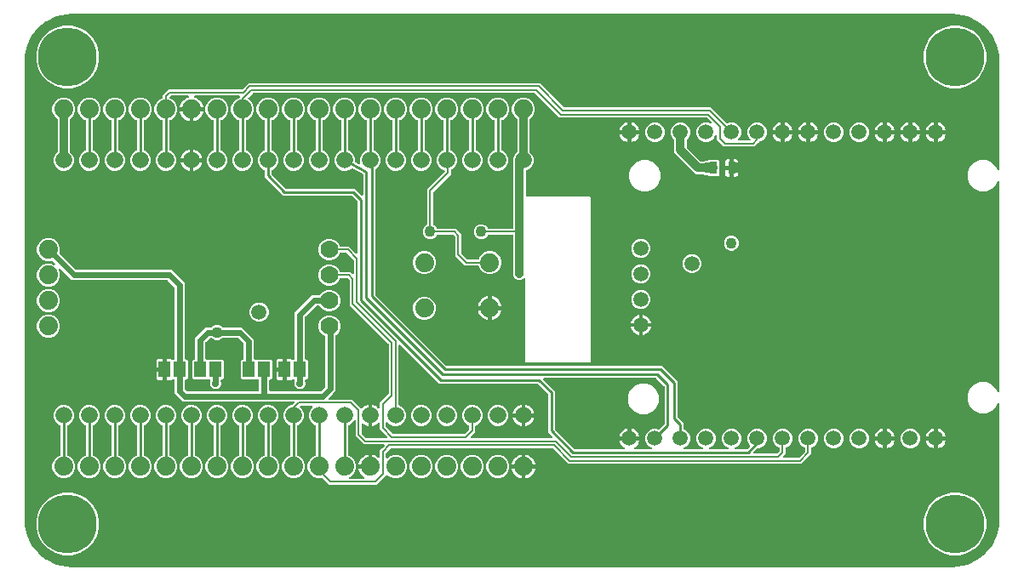
<source format=gbr>
G04 EAGLE Gerber RS-274X export*
G75*
%MOMM*%
%FSLAX34Y34*%
%LPD*%
%INTop Copper*%
%IPPOS*%
%AMOC8*
5,1,8,0,0,1.08239X$1,22.5*%
G01*
%ADD10C,1.665000*%
%ADD11C,1.778000*%
%ADD12C,1.508000*%
%ADD13C,5.842000*%
%ADD14C,1.879600*%
%ADD15R,0.800000X1.200000*%
%ADD16R,1.168400X1.600200*%
%ADD17C,1.500000*%
%ADD18C,1.106400*%
%ADD19C,0.812800*%
%ADD20C,0.756400*%
%ADD21C,0.609600*%
%ADD22C,0.200000*%
%ADD23C,0.254000*%
%ADD24C,0.706400*%

G36*
X927129Y4005D02*
X927129Y4005D01*
X927156Y4002D01*
X932284Y4290D01*
X932375Y4309D01*
X932450Y4314D01*
X942449Y6596D01*
X942573Y6643D01*
X942660Y6670D01*
X951901Y11120D01*
X951942Y11148D01*
X951951Y11152D01*
X951961Y11160D01*
X952011Y11193D01*
X952090Y11239D01*
X960109Y17633D01*
X960199Y17730D01*
X960267Y17791D01*
X966661Y25810D01*
X966728Y25924D01*
X966780Y25999D01*
X971230Y35240D01*
X971270Y35366D01*
X971304Y35451D01*
X973586Y45450D01*
X973594Y45542D01*
X973610Y45616D01*
X973898Y50744D01*
X973895Y50774D01*
X973899Y50800D01*
X973899Y166589D01*
X973887Y166675D01*
X973884Y166762D01*
X973867Y166814D01*
X973859Y166869D01*
X973824Y166947D01*
X973797Y167030D01*
X973766Y167076D01*
X973743Y167125D01*
X973687Y167191D01*
X973638Y167263D01*
X973596Y167298D01*
X973560Y167340D01*
X973487Y167387D01*
X973420Y167442D01*
X973370Y167464D01*
X973324Y167494D01*
X973241Y167520D01*
X973161Y167554D01*
X973107Y167561D01*
X973054Y167577D01*
X972967Y167578D01*
X972881Y167588D01*
X972827Y167580D01*
X972772Y167580D01*
X972688Y167557D01*
X972603Y167543D01*
X972553Y167520D01*
X972500Y167505D01*
X972426Y167460D01*
X972348Y167422D01*
X972307Y167386D01*
X972260Y167357D01*
X972202Y167293D01*
X972137Y167235D01*
X972111Y167191D01*
X972071Y167148D01*
X972022Y167045D01*
X971977Y166972D01*
X970721Y163939D01*
X966361Y159579D01*
X960663Y157219D01*
X954497Y157219D01*
X948799Y159579D01*
X944439Y163939D01*
X942079Y169637D01*
X942079Y175803D01*
X944439Y181501D01*
X948799Y185861D01*
X954497Y188221D01*
X960663Y188221D01*
X966361Y185861D01*
X970721Y181501D01*
X971977Y178468D01*
X972021Y178394D01*
X972057Y178315D01*
X972092Y178273D01*
X972120Y178226D01*
X972184Y178166D01*
X972240Y178100D01*
X972286Y178070D01*
X972326Y178033D01*
X972403Y177993D01*
X972476Y177946D01*
X972529Y177930D01*
X972578Y177905D01*
X972663Y177889D01*
X972746Y177863D01*
X972801Y177863D01*
X972855Y177852D01*
X972941Y177861D01*
X973028Y177860D01*
X973081Y177874D01*
X973135Y177880D01*
X973216Y177912D01*
X973300Y177935D01*
X973347Y177964D01*
X973397Y177984D01*
X973466Y178037D01*
X973540Y178083D01*
X973577Y178124D01*
X973620Y178158D01*
X973670Y178228D01*
X973729Y178292D01*
X973753Y178342D01*
X973785Y178386D01*
X973814Y178468D01*
X973852Y178546D01*
X973860Y178597D01*
X973879Y178652D01*
X973882Y178698D01*
X973887Y178715D01*
X973888Y178780D01*
X973899Y178851D01*
X973899Y387569D01*
X973887Y387655D01*
X973884Y387742D01*
X973867Y387794D01*
X973859Y387849D01*
X973824Y387927D01*
X973797Y388010D01*
X973766Y388056D01*
X973743Y388105D01*
X973687Y388171D01*
X973638Y388243D01*
X973596Y388278D01*
X973560Y388320D01*
X973487Y388367D01*
X973420Y388422D01*
X973370Y388444D01*
X973324Y388474D01*
X973241Y388500D01*
X973161Y388534D01*
X973107Y388541D01*
X973054Y388557D01*
X972967Y388558D01*
X972881Y388568D01*
X972827Y388560D01*
X972772Y388560D01*
X972688Y388537D01*
X972603Y388523D01*
X972553Y388500D01*
X972500Y388485D01*
X972426Y388440D01*
X972348Y388402D01*
X972307Y388366D01*
X972260Y388337D01*
X972202Y388273D01*
X972137Y388215D01*
X972111Y388171D01*
X972071Y388128D01*
X972022Y388025D01*
X971977Y387952D01*
X970721Y384919D01*
X966361Y380559D01*
X960663Y378199D01*
X954497Y378199D01*
X948799Y380559D01*
X944439Y384919D01*
X942079Y390617D01*
X942079Y396783D01*
X944439Y402481D01*
X948799Y406841D01*
X954497Y409201D01*
X960663Y409201D01*
X966361Y406841D01*
X970721Y402481D01*
X971977Y399448D01*
X972021Y399374D01*
X972057Y399295D01*
X972092Y399253D01*
X972120Y399206D01*
X972184Y399146D01*
X972240Y399080D01*
X972286Y399050D01*
X972326Y399013D01*
X972403Y398973D01*
X972476Y398926D01*
X972529Y398910D01*
X972578Y398885D01*
X972663Y398869D01*
X972746Y398843D01*
X972801Y398843D01*
X972855Y398832D01*
X972941Y398841D01*
X973028Y398840D01*
X973081Y398854D01*
X973135Y398860D01*
X973216Y398892D01*
X973300Y398915D01*
X973347Y398944D01*
X973397Y398964D01*
X973466Y399017D01*
X973540Y399063D01*
X973577Y399104D01*
X973620Y399138D01*
X973670Y399208D01*
X973729Y399272D01*
X973753Y399322D01*
X973785Y399366D01*
X973814Y399448D01*
X973852Y399526D01*
X973860Y399577D01*
X973879Y399632D01*
X973886Y399746D01*
X973899Y399831D01*
X973899Y508000D01*
X973895Y508029D01*
X973898Y508056D01*
X973610Y513184D01*
X973591Y513275D01*
X973586Y513350D01*
X971304Y523349D01*
X971257Y523473D01*
X971230Y523560D01*
X966780Y532801D01*
X966707Y532911D01*
X966661Y532990D01*
X960267Y541009D01*
X960170Y541099D01*
X960109Y541167D01*
X952090Y547561D01*
X951976Y547628D01*
X951901Y547680D01*
X942660Y552130D01*
X942534Y552170D01*
X942449Y552204D01*
X932450Y554486D01*
X932358Y554494D01*
X932284Y554510D01*
X927156Y554798D01*
X927126Y554795D01*
X927100Y554799D01*
X50800Y554799D01*
X50771Y554795D01*
X50744Y554798D01*
X45616Y554510D01*
X45525Y554491D01*
X45450Y554486D01*
X35451Y552204D01*
X35327Y552157D01*
X35240Y552130D01*
X25999Y547680D01*
X25889Y547607D01*
X25810Y547561D01*
X17791Y541167D01*
X17701Y541070D01*
X17633Y541009D01*
X11239Y532990D01*
X11172Y532876D01*
X11120Y532801D01*
X6670Y523560D01*
X6630Y523434D01*
X6596Y523349D01*
X4314Y513350D01*
X4306Y513258D01*
X4290Y513184D01*
X4002Y508056D01*
X4005Y508026D01*
X4001Y508000D01*
X4001Y50800D01*
X4005Y50770D01*
X4002Y50744D01*
X4290Y45616D01*
X4309Y45525D01*
X4314Y45450D01*
X6596Y35451D01*
X6643Y35327D01*
X6670Y35240D01*
X11120Y25999D01*
X11193Y25889D01*
X11239Y25810D01*
X17633Y17791D01*
X17730Y17701D01*
X17791Y17633D01*
X25810Y11239D01*
X25915Y11177D01*
X25927Y11166D01*
X25944Y11158D01*
X25999Y11120D01*
X35240Y6670D01*
X35366Y6630D01*
X35451Y6596D01*
X45450Y4314D01*
X45542Y4306D01*
X45616Y4290D01*
X50744Y4002D01*
X50774Y4005D01*
X50800Y4001D01*
X927100Y4001D01*
X927129Y4005D01*
G37*
%LPC*%
G36*
X307367Y85899D02*
X307367Y85899D01*
X305317Y87950D01*
X300682Y92585D01*
X300674Y92590D01*
X300668Y92598D01*
X300562Y92675D01*
X300456Y92754D01*
X300447Y92757D01*
X300439Y92763D01*
X300316Y92807D01*
X300192Y92854D01*
X300183Y92854D01*
X300174Y92858D01*
X300042Y92865D01*
X299911Y92875D01*
X299902Y92873D01*
X299892Y92874D01*
X299817Y92856D01*
X299635Y92818D01*
X299614Y92807D01*
X299593Y92801D01*
X299447Y92741D01*
X294913Y92741D01*
X290723Y94477D01*
X287517Y97683D01*
X285781Y101873D01*
X285781Y106407D01*
X287517Y110597D01*
X290723Y113803D01*
X293292Y114868D01*
X293301Y114872D01*
X293310Y114875D01*
X293422Y114944D01*
X293535Y115011D01*
X293542Y115018D01*
X293550Y115023D01*
X293638Y115121D01*
X293728Y115217D01*
X293732Y115225D01*
X293739Y115232D01*
X293796Y115351D01*
X293856Y115468D01*
X293858Y115478D01*
X293862Y115486D01*
X293874Y115562D01*
X293908Y115745D01*
X293906Y115769D01*
X293909Y115791D01*
X293909Y144451D01*
X293908Y144460D01*
X293909Y144469D01*
X293888Y144599D01*
X293869Y144730D01*
X293866Y144738D01*
X293864Y144748D01*
X293807Y144867D01*
X293753Y144987D01*
X293747Y144994D01*
X293743Y145003D01*
X293655Y145101D01*
X293570Y145201D01*
X293562Y145206D01*
X293556Y145213D01*
X293490Y145253D01*
X293334Y145356D01*
X293311Y145363D01*
X293292Y145374D01*
X291331Y146186D01*
X288426Y149091D01*
X286854Y152886D01*
X286854Y156994D01*
X288426Y160789D01*
X290571Y162933D01*
X290590Y162959D01*
X290615Y162980D01*
X290675Y163072D01*
X290740Y163159D01*
X290751Y163189D01*
X290769Y163216D01*
X290801Y163321D01*
X290839Y163423D01*
X290842Y163455D01*
X290851Y163486D01*
X290853Y163595D01*
X290861Y163704D01*
X290855Y163736D01*
X290855Y163768D01*
X290826Y163873D01*
X290804Y163980D01*
X290789Y164009D01*
X290780Y164040D01*
X290722Y164133D01*
X290671Y164229D01*
X290649Y164252D01*
X290632Y164280D01*
X290551Y164353D01*
X290474Y164431D01*
X290446Y164447D01*
X290422Y164469D01*
X290324Y164516D01*
X290229Y164570D01*
X290198Y164578D01*
X290169Y164592D01*
X290079Y164606D01*
X289955Y164635D01*
X289906Y164633D01*
X289864Y164639D01*
X279096Y164639D01*
X279064Y164635D01*
X279032Y164637D01*
X278925Y164615D01*
X278817Y164599D01*
X278787Y164586D01*
X278756Y164580D01*
X278659Y164528D01*
X278560Y164483D01*
X278535Y164462D01*
X278507Y164447D01*
X278429Y164371D01*
X278345Y164300D01*
X278328Y164273D01*
X278305Y164250D01*
X278251Y164155D01*
X278191Y164064D01*
X278182Y164033D01*
X278166Y164005D01*
X278141Y163899D01*
X278109Y163794D01*
X278108Y163762D01*
X278101Y163731D01*
X278106Y163621D01*
X278105Y163512D01*
X278113Y163481D01*
X278115Y163449D01*
X278151Y163346D01*
X278180Y163240D01*
X278197Y163213D01*
X278208Y163182D01*
X278261Y163109D01*
X278328Y163000D01*
X278364Y162968D01*
X278389Y162933D01*
X280534Y160789D01*
X282106Y156994D01*
X282106Y152886D01*
X280534Y149091D01*
X277629Y146186D01*
X275668Y145374D01*
X275659Y145369D01*
X275650Y145366D01*
X275538Y145297D01*
X275425Y145230D01*
X275418Y145223D01*
X275410Y145218D01*
X275322Y145120D01*
X275232Y145024D01*
X275228Y145016D01*
X275221Y145009D01*
X275164Y144891D01*
X275104Y144773D01*
X275102Y144764D01*
X275098Y144755D01*
X275086Y144679D01*
X275052Y144496D01*
X275054Y144472D01*
X275051Y144451D01*
X275051Y115791D01*
X275052Y115781D01*
X275051Y115772D01*
X275072Y115642D01*
X275091Y115512D01*
X275094Y115503D01*
X275096Y115494D01*
X275153Y115374D01*
X275207Y115255D01*
X275213Y115247D01*
X275217Y115239D01*
X275305Y115140D01*
X275390Y115040D01*
X275398Y115035D01*
X275404Y115028D01*
X275470Y114988D01*
X275626Y114886D01*
X275649Y114879D01*
X275668Y114868D01*
X278237Y113803D01*
X281443Y110597D01*
X283179Y106407D01*
X283179Y101873D01*
X281443Y97683D01*
X278237Y94477D01*
X274047Y92741D01*
X269513Y92741D01*
X265323Y94477D01*
X262117Y97683D01*
X260381Y101873D01*
X260381Y106407D01*
X262117Y110597D01*
X265323Y113803D01*
X267892Y114868D01*
X267901Y114872D01*
X267910Y114875D01*
X268022Y114944D01*
X268135Y115011D01*
X268142Y115018D01*
X268150Y115023D01*
X268238Y115121D01*
X268328Y115217D01*
X268332Y115225D01*
X268339Y115232D01*
X268396Y115351D01*
X268456Y115468D01*
X268458Y115478D01*
X268462Y115486D01*
X268474Y115562D01*
X268508Y115745D01*
X268506Y115769D01*
X268509Y115791D01*
X268509Y144451D01*
X268508Y144460D01*
X268509Y144469D01*
X268488Y144599D01*
X268469Y144730D01*
X268466Y144738D01*
X268464Y144748D01*
X268407Y144867D01*
X268353Y144987D01*
X268347Y144994D01*
X268343Y145003D01*
X268255Y145101D01*
X268170Y145201D01*
X268162Y145206D01*
X268156Y145213D01*
X268090Y145253D01*
X267934Y145356D01*
X267911Y145363D01*
X267892Y145374D01*
X265931Y146186D01*
X263026Y149091D01*
X261454Y152886D01*
X261454Y156994D01*
X263026Y160789D01*
X265931Y163694D01*
X269726Y165266D01*
X269828Y165266D01*
X269923Y165279D01*
X270019Y165284D01*
X270062Y165299D01*
X270107Y165306D01*
X270195Y165345D01*
X270286Y165377D01*
X270320Y165402D01*
X270364Y165422D01*
X270461Y165505D01*
X270535Y165558D01*
X272212Y167235D01*
X272231Y167261D01*
X272256Y167282D01*
X272316Y167374D01*
X272381Y167461D01*
X272392Y167491D01*
X272410Y167518D01*
X272442Y167623D01*
X272481Y167725D01*
X272483Y167757D01*
X272492Y167788D01*
X272494Y167897D01*
X272502Y168006D01*
X272496Y168038D01*
X272496Y168070D01*
X272467Y168175D01*
X272445Y168282D01*
X272430Y168311D01*
X272421Y168342D01*
X272364Y168435D01*
X272312Y168531D01*
X272290Y168554D01*
X272273Y168582D01*
X272192Y168655D01*
X272116Y168733D01*
X272088Y168749D01*
X272064Y168771D01*
X271965Y168818D01*
X271870Y168872D01*
X271839Y168880D01*
X271810Y168894D01*
X271721Y168908D01*
X271596Y168937D01*
X271547Y168935D01*
X271505Y168941D01*
X161739Y168941D01*
X153701Y176979D01*
X153701Y189659D01*
X153692Y189723D01*
X153693Y189787D01*
X153672Y189862D01*
X153661Y189938D01*
X153635Y189997D01*
X153618Y190059D01*
X153577Y190125D01*
X153545Y190195D01*
X153503Y190244D01*
X153470Y190299D01*
X153412Y190351D01*
X153362Y190409D01*
X153308Y190445D01*
X153260Y190488D01*
X153191Y190521D01*
X153126Y190564D01*
X153064Y190583D01*
X153007Y190611D01*
X152937Y190622D01*
X152856Y190646D01*
X152771Y190647D01*
X152702Y190658D01*
X152034Y190658D01*
X151989Y190692D01*
X151919Y190718D01*
X151853Y190754D01*
X151788Y190768D01*
X151725Y190792D01*
X151651Y190797D01*
X151577Y190813D01*
X151511Y190808D01*
X151444Y190813D01*
X151371Y190798D01*
X151296Y190793D01*
X151239Y190771D01*
X151168Y190756D01*
X151082Y190710D01*
X151009Y190682D01*
X150333Y190291D01*
X149687Y190118D01*
X145509Y190118D01*
X145509Y199660D01*
X145500Y199724D01*
X145501Y199788D01*
X145480Y199862D01*
X145469Y199939D01*
X145443Y199998D01*
X145426Y200060D01*
X145385Y200126D01*
X145353Y200196D01*
X145311Y200245D01*
X145278Y200300D01*
X145220Y200351D01*
X145170Y200410D01*
X145116Y200446D01*
X145068Y200489D01*
X144999Y200522D01*
X144934Y200565D01*
X144872Y200584D01*
X144815Y200612D01*
X144745Y200622D01*
X144664Y200647D01*
X144579Y200648D01*
X144510Y200659D01*
X143509Y200659D01*
X143509Y200661D01*
X144510Y200661D01*
X144574Y200670D01*
X144638Y200669D01*
X144713Y200690D01*
X144789Y200701D01*
X144848Y200727D01*
X144910Y200744D01*
X144976Y200785D01*
X145046Y200817D01*
X145095Y200859D01*
X145150Y200892D01*
X145202Y200950D01*
X145260Y201000D01*
X145296Y201054D01*
X145339Y201102D01*
X145372Y201171D01*
X145415Y201236D01*
X145434Y201298D01*
X145462Y201356D01*
X145472Y201425D01*
X145497Y201506D01*
X145498Y201591D01*
X145509Y201660D01*
X145509Y211202D01*
X149687Y211202D01*
X150333Y211029D01*
X151009Y210638D01*
X151078Y210610D01*
X151143Y210574D01*
X151208Y210558D01*
X151270Y210533D01*
X151345Y210526D01*
X151418Y210509D01*
X151484Y210512D01*
X151551Y210505D01*
X151625Y210519D01*
X151699Y210523D01*
X151763Y210545D01*
X151828Y210557D01*
X151895Y210591D01*
X151966Y210615D01*
X152015Y210652D01*
X152035Y210662D01*
X152702Y210662D01*
X152766Y210671D01*
X152830Y210670D01*
X152905Y210691D01*
X152981Y210702D01*
X153040Y210728D01*
X153102Y210745D01*
X153168Y210786D01*
X153238Y210818D01*
X153287Y210860D01*
X153342Y210893D01*
X153394Y210951D01*
X153452Y211001D01*
X153488Y211055D01*
X153531Y211103D01*
X153564Y211172D01*
X153607Y211237D01*
X153626Y211299D01*
X153654Y211356D01*
X153665Y211426D01*
X153689Y211507D01*
X153690Y211592D01*
X153701Y211661D01*
X153701Y281975D01*
X153688Y282070D01*
X153683Y282166D01*
X153668Y282209D01*
X153661Y282254D01*
X153622Y282342D01*
X153590Y282432D01*
X153565Y282467D01*
X153545Y282511D01*
X153462Y282608D01*
X153409Y282681D01*
X146791Y289299D01*
X146715Y289356D01*
X146643Y289421D01*
X146602Y289441D01*
X146566Y289468D01*
X146476Y289502D01*
X146389Y289544D01*
X146347Y289550D01*
X146302Y289567D01*
X146174Y289577D01*
X146085Y289591D01*
X51249Y289591D01*
X39642Y301197D01*
X39573Y301249D01*
X39510Y301309D01*
X39461Y301334D01*
X39417Y301367D01*
X39336Y301397D01*
X39258Y301437D01*
X39204Y301447D01*
X39153Y301466D01*
X39067Y301473D01*
X38981Y301489D01*
X38927Y301484D01*
X38872Y301488D01*
X38787Y301470D01*
X38700Y301462D01*
X38649Y301442D01*
X38596Y301430D01*
X38519Y301390D01*
X38439Y301358D01*
X38395Y301324D01*
X38347Y301298D01*
X38285Y301237D01*
X38216Y301184D01*
X38184Y301140D01*
X38145Y301101D01*
X38102Y301026D01*
X38051Y300955D01*
X38033Y300904D01*
X38006Y300856D01*
X37986Y300771D01*
X37957Y300690D01*
X37953Y300635D01*
X37941Y300581D01*
X37945Y300495D01*
X37940Y300408D01*
X37952Y300359D01*
X37955Y300300D01*
X37992Y300192D01*
X38013Y300109D01*
X39339Y296907D01*
X39339Y292373D01*
X37603Y288183D01*
X34397Y284977D01*
X30207Y283241D01*
X25673Y283241D01*
X21483Y284977D01*
X18277Y288183D01*
X16541Y292373D01*
X16541Y296907D01*
X18277Y301097D01*
X21483Y304303D01*
X25673Y306039D01*
X30207Y306039D01*
X33409Y304713D01*
X33493Y304691D01*
X33574Y304661D01*
X33629Y304656D01*
X33682Y304643D01*
X33768Y304645D01*
X33855Y304639D01*
X33909Y304650D01*
X33964Y304652D01*
X34046Y304679D01*
X34131Y304696D01*
X34179Y304722D01*
X34232Y304739D01*
X34303Y304788D01*
X34380Y304829D01*
X34419Y304867D01*
X34465Y304898D01*
X34520Y304965D01*
X34582Y305026D01*
X34609Y305073D01*
X34644Y305116D01*
X34678Y305195D01*
X34721Y305271D01*
X34734Y305324D01*
X34755Y305375D01*
X34766Y305461D01*
X34786Y305545D01*
X34783Y305600D01*
X34790Y305655D01*
X34776Y305740D01*
X34772Y305827D01*
X34754Y305879D01*
X34745Y305933D01*
X34708Y306012D01*
X34679Y306093D01*
X34649Y306135D01*
X34624Y306188D01*
X34548Y306273D01*
X34498Y306342D01*
X32088Y308752D01*
X32080Y308758D01*
X32074Y308766D01*
X31967Y308843D01*
X31862Y308922D01*
X31853Y308925D01*
X31845Y308931D01*
X31721Y308975D01*
X31598Y309021D01*
X31589Y309022D01*
X31580Y309025D01*
X31448Y309033D01*
X31317Y309043D01*
X31308Y309041D01*
X31298Y309042D01*
X31223Y309023D01*
X31041Y308985D01*
X31020Y308974D01*
X30999Y308969D01*
X30207Y308641D01*
X25673Y308641D01*
X21483Y310377D01*
X18277Y313583D01*
X16541Y317773D01*
X16541Y322307D01*
X18277Y326497D01*
X21483Y329703D01*
X25673Y331439D01*
X30207Y331439D01*
X34397Y329703D01*
X37603Y326497D01*
X39339Y322307D01*
X39339Y317773D01*
X39011Y316981D01*
X39009Y316972D01*
X39004Y316964D01*
X38973Y316835D01*
X38941Y316708D01*
X38941Y316699D01*
X38939Y316690D01*
X38946Y316557D01*
X38950Y316426D01*
X38953Y316417D01*
X38953Y316408D01*
X38997Y316283D01*
X39037Y316158D01*
X39043Y316150D01*
X39046Y316141D01*
X39091Y316079D01*
X39196Y315925D01*
X39215Y315910D01*
X39228Y315892D01*
X55139Y299981D01*
X55215Y299924D01*
X55287Y299859D01*
X55328Y299839D01*
X55364Y299812D01*
X55454Y299778D01*
X55541Y299736D01*
X55583Y299730D01*
X55628Y299713D01*
X55756Y299703D01*
X55845Y299689D01*
X150681Y299689D01*
X163799Y286571D01*
X163799Y211661D01*
X163808Y211597D01*
X163807Y211533D01*
X163828Y211458D01*
X163839Y211382D01*
X163865Y211323D01*
X163882Y211261D01*
X163923Y211195D01*
X163955Y211125D01*
X163997Y211076D01*
X164030Y211021D01*
X164088Y210969D01*
X164138Y210911D01*
X164192Y210875D01*
X164240Y210832D01*
X164309Y210799D01*
X164374Y210756D01*
X164436Y210737D01*
X164493Y210709D01*
X164563Y210698D01*
X164644Y210674D01*
X164729Y210673D01*
X164798Y210662D01*
X165421Y210662D01*
X166593Y209490D01*
X166593Y191830D01*
X165421Y190658D01*
X164798Y190658D01*
X164734Y190649D01*
X164670Y190650D01*
X164595Y190629D01*
X164519Y190618D01*
X164460Y190592D01*
X164398Y190575D01*
X164332Y190534D01*
X164262Y190502D01*
X164213Y190460D01*
X164158Y190427D01*
X164106Y190369D01*
X164048Y190319D01*
X164012Y190265D01*
X163969Y190217D01*
X163936Y190148D01*
X163893Y190083D01*
X163874Y190021D01*
X163846Y189964D01*
X163835Y189894D01*
X163811Y189813D01*
X163810Y189728D01*
X163799Y189659D01*
X163799Y181575D01*
X163812Y181480D01*
X163817Y181384D01*
X163832Y181341D01*
X163839Y181296D01*
X163878Y181208D01*
X163910Y181118D01*
X163935Y181083D01*
X163955Y181039D01*
X164038Y180942D01*
X164091Y180869D01*
X165629Y179331D01*
X165705Y179274D01*
X165777Y179209D01*
X165818Y179189D01*
X165854Y179162D01*
X165944Y179128D01*
X166031Y179086D01*
X166073Y179080D01*
X166118Y179063D01*
X166246Y179053D01*
X166335Y179039D01*
X236522Y179039D01*
X236586Y179048D01*
X236650Y179047D01*
X236725Y179068D01*
X236801Y179079D01*
X236860Y179105D01*
X236922Y179122D01*
X236988Y179163D01*
X237058Y179195D01*
X237107Y179237D01*
X237162Y179270D01*
X237214Y179328D01*
X237272Y179378D01*
X237308Y179432D01*
X237351Y179480D01*
X237384Y179549D01*
X237427Y179614D01*
X237446Y179676D01*
X237474Y179733D01*
X237485Y179803D01*
X237509Y179884D01*
X237510Y179969D01*
X237521Y180038D01*
X237521Y189659D01*
X237512Y189723D01*
X237513Y189787D01*
X237492Y189862D01*
X237481Y189938D01*
X237455Y189997D01*
X237438Y190059D01*
X237397Y190125D01*
X237365Y190195D01*
X237323Y190244D01*
X237290Y190299D01*
X237232Y190351D01*
X237182Y190409D01*
X237128Y190445D01*
X237080Y190488D01*
X237011Y190521D01*
X236946Y190564D01*
X236884Y190583D01*
X236827Y190611D01*
X236757Y190622D01*
X236676Y190646D01*
X236591Y190647D01*
X236522Y190658D01*
X235899Y190658D01*
X235657Y190901D01*
X235605Y190939D01*
X235560Y190986D01*
X235493Y191024D01*
X235431Y191070D01*
X235371Y191093D01*
X235315Y191125D01*
X235240Y191142D01*
X235167Y191170D01*
X235103Y191175D01*
X235040Y191190D01*
X234963Y191186D01*
X234886Y191192D01*
X234823Y191178D01*
X234759Y191175D01*
X234686Y191150D01*
X234610Y191134D01*
X234553Y191104D01*
X234492Y191083D01*
X234436Y191041D01*
X234361Y191002D01*
X234300Y190942D01*
X234243Y190901D01*
X234001Y190658D01*
X220659Y190658D01*
X219487Y191830D01*
X219487Y209490D01*
X220659Y210662D01*
X221282Y210662D01*
X221346Y210671D01*
X221410Y210670D01*
X221485Y210691D01*
X221561Y210702D01*
X221620Y210728D01*
X221682Y210745D01*
X221748Y210786D01*
X221818Y210818D01*
X221867Y210860D01*
X221922Y210893D01*
X221974Y210951D01*
X222032Y211001D01*
X222068Y211055D01*
X222111Y211103D01*
X222144Y211172D01*
X222187Y211237D01*
X222206Y211299D01*
X222234Y211356D01*
X222245Y211426D01*
X222269Y211507D01*
X222270Y211592D01*
X222281Y211661D01*
X222281Y226095D01*
X222268Y226190D01*
X222263Y226286D01*
X222248Y226329D01*
X222241Y226374D01*
X222202Y226462D01*
X222170Y226552D01*
X222145Y226587D01*
X222125Y226631D01*
X222042Y226728D01*
X221989Y226801D01*
X216641Y232149D01*
X216565Y232206D01*
X216493Y232271D01*
X216452Y232291D01*
X216416Y232318D01*
X216326Y232352D01*
X216239Y232394D01*
X216197Y232400D01*
X216152Y232417D01*
X216024Y232427D01*
X215935Y232441D01*
X201598Y232441D01*
X201503Y232428D01*
X201407Y232423D01*
X201364Y232408D01*
X201319Y232401D01*
X201231Y232362D01*
X201140Y232330D01*
X201106Y232305D01*
X201062Y232285D01*
X200965Y232202D01*
X200892Y232149D01*
X199847Y231104D01*
X197078Y229957D01*
X194082Y229957D01*
X191313Y231104D01*
X190268Y232149D01*
X190192Y232206D01*
X190120Y232271D01*
X190079Y232291D01*
X190043Y232318D01*
X189953Y232352D01*
X189867Y232394D01*
X189824Y232400D01*
X189779Y232417D01*
X189651Y232427D01*
X189562Y232441D01*
X189195Y232441D01*
X189100Y232428D01*
X189004Y232423D01*
X188961Y232408D01*
X188916Y232401D01*
X188828Y232362D01*
X188738Y232330D01*
X188703Y232305D01*
X188659Y232285D01*
X188562Y232202D01*
X188489Y232149D01*
X184411Y228071D01*
X184354Y227995D01*
X184289Y227923D01*
X184269Y227882D01*
X184242Y227846D01*
X184208Y227756D01*
X184166Y227669D01*
X184160Y227627D01*
X184143Y227582D01*
X184133Y227454D01*
X184119Y227365D01*
X184119Y211661D01*
X184128Y211597D01*
X184127Y211533D01*
X184148Y211458D01*
X184159Y211382D01*
X184185Y211323D01*
X184202Y211261D01*
X184243Y211195D01*
X184275Y211125D01*
X184317Y211076D01*
X184350Y211021D01*
X184408Y210969D01*
X184458Y210911D01*
X184512Y210875D01*
X184560Y210832D01*
X184629Y210799D01*
X184694Y210756D01*
X184756Y210737D01*
X184813Y210709D01*
X184883Y210698D01*
X184964Y210674D01*
X185049Y210673D01*
X185118Y210662D01*
X185741Y210662D01*
X185983Y210419D01*
X186035Y210380D01*
X186080Y210334D01*
X186147Y210296D01*
X186209Y210250D01*
X186269Y210227D01*
X186325Y210195D01*
X186400Y210178D01*
X186473Y210150D01*
X186537Y210145D01*
X186599Y210130D01*
X186677Y210134D01*
X186754Y210128D01*
X186817Y210142D01*
X186881Y210145D01*
X186954Y210170D01*
X187030Y210186D01*
X187087Y210216D01*
X187148Y210237D01*
X187204Y210279D01*
X187279Y210318D01*
X187340Y210378D01*
X187397Y210419D01*
X187639Y210662D01*
X200981Y210662D01*
X202153Y209490D01*
X202153Y191830D01*
X200981Y190658D01*
X200358Y190658D01*
X200294Y190649D01*
X200230Y190650D01*
X200155Y190629D01*
X200079Y190618D01*
X200020Y190592D01*
X199958Y190575D01*
X199892Y190534D01*
X199822Y190502D01*
X199773Y190460D01*
X199718Y190427D01*
X199666Y190369D01*
X199608Y190319D01*
X199572Y190265D01*
X199529Y190217D01*
X199496Y190148D01*
X199453Y190083D01*
X199434Y190021D01*
X199406Y189964D01*
X199395Y189894D01*
X199371Y189813D01*
X199370Y189728D01*
X199359Y189659D01*
X199359Y189158D01*
X199365Y189117D01*
X199362Y189075D01*
X199382Y188991D01*
X199399Y188879D01*
X199423Y188825D01*
X199435Y188775D01*
X199843Y187791D01*
X199843Y185589D01*
X199435Y184605D01*
X199426Y184569D01*
X199408Y184541D01*
X199000Y183556D01*
X197444Y182000D01*
X196459Y181592D01*
X196428Y181573D01*
X196395Y181565D01*
X195411Y181157D01*
X193209Y181157D01*
X192225Y181565D01*
X192189Y181574D01*
X192161Y181592D01*
X191176Y182000D01*
X189620Y183556D01*
X189212Y184541D01*
X189193Y184572D01*
X189185Y184605D01*
X188777Y185589D01*
X188777Y187791D01*
X189185Y188775D01*
X189196Y188816D01*
X189214Y188853D01*
X189227Y188938D01*
X189255Y189049D01*
X189253Y189107D01*
X189261Y189158D01*
X189261Y189659D01*
X189252Y189723D01*
X189253Y189787D01*
X189232Y189862D01*
X189221Y189938D01*
X189195Y189997D01*
X189178Y190059D01*
X189137Y190125D01*
X189105Y190195D01*
X189063Y190244D01*
X189030Y190299D01*
X188972Y190351D01*
X188922Y190409D01*
X188868Y190445D01*
X188820Y190488D01*
X188751Y190521D01*
X188686Y190564D01*
X188624Y190583D01*
X188567Y190611D01*
X188497Y190622D01*
X188416Y190646D01*
X188331Y190647D01*
X188262Y190658D01*
X187639Y190658D01*
X187397Y190901D01*
X187345Y190939D01*
X187300Y190986D01*
X187233Y191024D01*
X187171Y191070D01*
X187111Y191093D01*
X187055Y191125D01*
X186980Y191142D01*
X186907Y191170D01*
X186843Y191175D01*
X186780Y191190D01*
X186703Y191186D01*
X186626Y191192D01*
X186563Y191178D01*
X186499Y191175D01*
X186426Y191150D01*
X186350Y191134D01*
X186293Y191104D01*
X186232Y191083D01*
X186176Y191041D01*
X186101Y191002D01*
X186040Y190942D01*
X185983Y190901D01*
X185741Y190658D01*
X172399Y190658D01*
X171227Y191830D01*
X171227Y209490D01*
X172399Y210662D01*
X173022Y210662D01*
X173086Y210671D01*
X173150Y210670D01*
X173225Y210691D01*
X173301Y210702D01*
X173360Y210728D01*
X173422Y210745D01*
X173488Y210786D01*
X173558Y210818D01*
X173607Y210860D01*
X173662Y210893D01*
X173714Y210951D01*
X173772Y211001D01*
X173808Y211055D01*
X173851Y211103D01*
X173884Y211172D01*
X173927Y211237D01*
X173946Y211299D01*
X173974Y211356D01*
X173985Y211426D01*
X174009Y211507D01*
X174010Y211592D01*
X174021Y211661D01*
X174021Y231961D01*
X184599Y242539D01*
X189562Y242539D01*
X189657Y242552D01*
X189753Y242557D01*
X189796Y242572D01*
X189841Y242579D01*
X189929Y242618D01*
X190020Y242650D01*
X190054Y242675D01*
X190098Y242695D01*
X190195Y242778D01*
X190268Y242831D01*
X191313Y243876D01*
X194082Y245023D01*
X197078Y245023D01*
X199847Y243876D01*
X200892Y242831D01*
X200968Y242774D01*
X201040Y242709D01*
X201081Y242689D01*
X201117Y242662D01*
X201207Y242628D01*
X201293Y242586D01*
X201336Y242580D01*
X201381Y242563D01*
X201509Y242553D01*
X201598Y242539D01*
X220531Y242539D01*
X232379Y230691D01*
X232379Y211661D01*
X232388Y211597D01*
X232387Y211533D01*
X232408Y211458D01*
X232419Y211382D01*
X232445Y211323D01*
X232462Y211261D01*
X232503Y211195D01*
X232535Y211125D01*
X232577Y211076D01*
X232610Y211021D01*
X232668Y210969D01*
X232718Y210911D01*
X232772Y210875D01*
X232820Y210832D01*
X232889Y210799D01*
X232954Y210756D01*
X233016Y210737D01*
X233073Y210709D01*
X233143Y210698D01*
X233224Y210674D01*
X233309Y210673D01*
X233378Y210662D01*
X234001Y210662D01*
X234243Y210419D01*
X234295Y210380D01*
X234340Y210334D01*
X234407Y210296D01*
X234469Y210250D01*
X234529Y210227D01*
X234585Y210195D01*
X234660Y210178D01*
X234733Y210150D01*
X234797Y210145D01*
X234859Y210130D01*
X234937Y210134D01*
X235014Y210128D01*
X235077Y210142D01*
X235141Y210145D01*
X235214Y210170D01*
X235290Y210186D01*
X235347Y210216D01*
X235408Y210237D01*
X235464Y210279D01*
X235539Y210318D01*
X235600Y210378D01*
X235657Y210419D01*
X235899Y210662D01*
X249241Y210662D01*
X250413Y209490D01*
X250413Y191830D01*
X249241Y190658D01*
X248618Y190658D01*
X248554Y190649D01*
X248490Y190650D01*
X248415Y190629D01*
X248339Y190618D01*
X248280Y190592D01*
X248218Y190575D01*
X248152Y190534D01*
X248082Y190502D01*
X248033Y190460D01*
X247978Y190427D01*
X247926Y190369D01*
X247868Y190319D01*
X247832Y190265D01*
X247789Y190217D01*
X247756Y190148D01*
X247713Y190083D01*
X247694Y190021D01*
X247666Y189964D01*
X247655Y189894D01*
X247631Y189813D01*
X247630Y189728D01*
X247619Y189659D01*
X247619Y180038D01*
X247628Y179974D01*
X247627Y179910D01*
X247648Y179835D01*
X247659Y179759D01*
X247685Y179700D01*
X247702Y179638D01*
X247743Y179572D01*
X247775Y179502D01*
X247817Y179453D01*
X247850Y179398D01*
X247908Y179346D01*
X247958Y179288D01*
X248012Y179252D01*
X248060Y179209D01*
X248129Y179176D01*
X248194Y179133D01*
X248256Y179114D01*
X248313Y179086D01*
X248383Y179075D01*
X248464Y179051D01*
X248549Y179050D01*
X248618Y179039D01*
X298485Y179039D01*
X298580Y179052D01*
X298676Y179057D01*
X298719Y179072D01*
X298764Y179079D01*
X298852Y179118D01*
X298942Y179150D01*
X298977Y179175D01*
X299021Y179195D01*
X299118Y179278D01*
X299191Y179331D01*
X303269Y183409D01*
X303326Y183485D01*
X303391Y183557D01*
X303411Y183598D01*
X303438Y183634D01*
X303472Y183724D01*
X303514Y183811D01*
X303520Y183853D01*
X303537Y183898D01*
X303547Y184026D01*
X303561Y184115D01*
X303561Y232949D01*
X303560Y232959D01*
X303561Y232968D01*
X303540Y233099D01*
X303521Y233229D01*
X303518Y233237D01*
X303516Y233247D01*
X303459Y233366D01*
X303405Y233486D01*
X303399Y233493D01*
X303395Y233501D01*
X303307Y233601D01*
X303222Y233700D01*
X303214Y233705D01*
X303208Y233712D01*
X303142Y233752D01*
X302986Y233854D01*
X302963Y233861D01*
X302944Y233873D01*
X301171Y234607D01*
X298107Y237671D01*
X296449Y241674D01*
X296449Y246006D01*
X298107Y250009D01*
X301171Y253073D01*
X305174Y254731D01*
X309506Y254731D01*
X313509Y253073D01*
X316573Y250009D01*
X318231Y246006D01*
X318231Y241674D01*
X316573Y237671D01*
X313951Y235050D01*
X313894Y234973D01*
X313829Y234901D01*
X313809Y234860D01*
X313782Y234824D01*
X313748Y234734D01*
X313706Y234648D01*
X313700Y234606D01*
X313683Y234560D01*
X313673Y234432D01*
X313659Y234343D01*
X313659Y179519D01*
X310409Y176269D01*
X306487Y172347D01*
X306467Y172321D01*
X306443Y172300D01*
X306383Y172208D01*
X306317Y172121D01*
X306306Y172091D01*
X306288Y172064D01*
X306256Y171959D01*
X306218Y171857D01*
X306215Y171825D01*
X306206Y171794D01*
X306204Y171685D01*
X306196Y171576D01*
X306203Y171544D01*
X306202Y171512D01*
X306231Y171407D01*
X306254Y171300D01*
X306269Y171271D01*
X306277Y171240D01*
X306335Y171147D01*
X306386Y171051D01*
X306408Y171028D01*
X306425Y171000D01*
X306507Y170927D01*
X306583Y170849D01*
X306611Y170833D01*
X306635Y170811D01*
X306733Y170764D01*
X306828Y170710D01*
X306860Y170702D01*
X306889Y170688D01*
X306978Y170674D01*
X307103Y170645D01*
X307151Y170647D01*
X307193Y170641D01*
X330173Y170641D01*
X338537Y162277D01*
X338588Y162238D01*
X338633Y162192D01*
X338701Y162154D01*
X338763Y162107D01*
X338823Y162085D01*
X338879Y162053D01*
X338954Y162035D01*
X339026Y162008D01*
X339090Y162003D01*
X339153Y161988D01*
X339231Y161992D01*
X339308Y161986D01*
X339371Y161999D01*
X339435Y162002D01*
X339508Y162028D01*
X339584Y162044D01*
X339641Y162074D01*
X339701Y162095D01*
X339758Y162136D01*
X339833Y162176D01*
X339893Y162235D01*
X339950Y162277D01*
X340901Y163228D01*
X342285Y164233D01*
X343809Y165010D01*
X345436Y165538D01*
X345981Y165625D01*
X345981Y155940D01*
X345990Y155877D01*
X345989Y155812D01*
X346010Y155738D01*
X346021Y155661D01*
X346047Y155602D01*
X346064Y155540D01*
X346105Y155474D01*
X346137Y155404D01*
X346179Y155355D01*
X346212Y155300D01*
X346270Y155249D01*
X346320Y155190D01*
X346374Y155154D01*
X346422Y155111D01*
X346491Y155078D01*
X346556Y155035D01*
X346618Y155016D01*
X346675Y154988D01*
X346745Y154978D01*
X346826Y154953D01*
X346911Y154952D01*
X346980Y154941D01*
X348980Y154941D01*
X349044Y154950D01*
X349108Y154949D01*
X349183Y154970D01*
X349259Y154981D01*
X349318Y155007D01*
X349380Y155024D01*
X349446Y155065D01*
X349516Y155097D01*
X349565Y155139D01*
X349620Y155172D01*
X349672Y155230D01*
X349730Y155280D01*
X349766Y155334D01*
X349809Y155382D01*
X349842Y155451D01*
X349885Y155516D01*
X349904Y155578D01*
X349932Y155636D01*
X349942Y155705D01*
X349967Y155786D01*
X349968Y155871D01*
X349979Y155940D01*
X349979Y165625D01*
X350524Y165538D01*
X352151Y165010D01*
X353675Y164233D01*
X355059Y163228D01*
X355973Y162313D01*
X355999Y162294D01*
X356020Y162269D01*
X356112Y162209D01*
X356199Y162144D01*
X356229Y162132D01*
X356256Y162115D01*
X356361Y162083D01*
X356463Y162044D01*
X356495Y162042D01*
X356526Y162032D01*
X356635Y162031D01*
X356744Y162022D01*
X356776Y162029D01*
X356808Y162029D01*
X356913Y162058D01*
X357020Y162080D01*
X357049Y162095D01*
X357080Y162104D01*
X357173Y162161D01*
X357269Y162212D01*
X357292Y162235D01*
X357320Y162252D01*
X357393Y162333D01*
X357471Y162409D01*
X357487Y162437D01*
X357509Y162461D01*
X357556Y162559D01*
X357610Y162655D01*
X357618Y162686D01*
X357632Y162715D01*
X357646Y162804D01*
X357675Y162929D01*
X357673Y162977D01*
X357679Y163020D01*
X357679Y167613D01*
X366087Y176020D01*
X366144Y176097D01*
X366209Y176168D01*
X366229Y176209D01*
X366256Y176246D01*
X366290Y176336D01*
X366332Y176422D01*
X366338Y176464D01*
X366355Y176510D01*
X366365Y176637D01*
X366379Y176727D01*
X366379Y225598D01*
X366366Y225692D01*
X366361Y225789D01*
X366346Y225832D01*
X366339Y225877D01*
X366300Y225964D01*
X366268Y226055D01*
X366243Y226090D01*
X366223Y226134D01*
X366140Y226231D01*
X366087Y226304D01*
X327565Y264825D01*
X327565Y289173D01*
X327552Y289268D01*
X327547Y289364D01*
X327532Y289407D01*
X327525Y289452D01*
X327486Y289540D01*
X327454Y289631D01*
X327429Y289665D01*
X327409Y289709D01*
X327326Y289807D01*
X327273Y289880D01*
X325806Y291347D01*
X325729Y291404D01*
X325658Y291469D01*
X325617Y291489D01*
X325580Y291516D01*
X325490Y291550D01*
X325404Y291592D01*
X325362Y291598D01*
X325316Y291615D01*
X325189Y291625D01*
X325099Y291639D01*
X318553Y291639D01*
X318543Y291638D01*
X318534Y291639D01*
X318404Y291618D01*
X318274Y291599D01*
X318265Y291596D01*
X318256Y291594D01*
X318136Y291537D01*
X318017Y291483D01*
X318009Y291477D01*
X318001Y291473D01*
X317902Y291385D01*
X317802Y291300D01*
X317797Y291292D01*
X317790Y291286D01*
X317750Y291220D01*
X317648Y291064D01*
X317641Y291041D01*
X317630Y291022D01*
X316573Y288471D01*
X313509Y285407D01*
X309506Y283749D01*
X305174Y283749D01*
X301171Y285407D01*
X298107Y288471D01*
X296449Y292474D01*
X296449Y296806D01*
X298107Y300809D01*
X301171Y303873D01*
X305174Y305531D01*
X309506Y305531D01*
X313509Y303873D01*
X316573Y300809D01*
X317630Y298258D01*
X317634Y298249D01*
X317637Y298240D01*
X317706Y298128D01*
X317773Y298015D01*
X317780Y298008D01*
X317785Y298000D01*
X317883Y297912D01*
X317979Y297822D01*
X317987Y297818D01*
X317994Y297811D01*
X318113Y297754D01*
X318230Y297694D01*
X318240Y297692D01*
X318248Y297688D01*
X318324Y297676D01*
X318507Y297642D01*
X318531Y297644D01*
X318553Y297641D01*
X327999Y297641D01*
X329859Y295780D01*
X329885Y295761D01*
X329906Y295736D01*
X329998Y295676D01*
X330085Y295611D01*
X330115Y295600D01*
X330142Y295582D01*
X330247Y295550D01*
X330349Y295511D01*
X330381Y295509D01*
X330412Y295500D01*
X330521Y295498D01*
X330630Y295490D01*
X330662Y295496D01*
X330694Y295496D01*
X330799Y295525D01*
X330906Y295547D01*
X330935Y295562D01*
X330966Y295571D01*
X331059Y295628D01*
X331155Y295680D01*
X331178Y295702D01*
X331206Y295719D01*
X331279Y295800D01*
X331357Y295876D01*
X331373Y295904D01*
X331395Y295928D01*
X331442Y296027D01*
X331496Y296122D01*
X331504Y296153D01*
X331518Y296182D01*
X331532Y296271D01*
X331561Y296396D01*
X331559Y296445D01*
X331565Y296487D01*
X331565Y309493D01*
X331552Y309588D01*
X331547Y309684D01*
X331532Y309727D01*
X331525Y309772D01*
X331486Y309860D01*
X331454Y309951D01*
X331429Y309985D01*
X331409Y310029D01*
X331326Y310127D01*
X331273Y310200D01*
X324726Y316747D01*
X324649Y316804D01*
X324578Y316869D01*
X324537Y316889D01*
X324500Y316916D01*
X324410Y316950D01*
X324324Y316992D01*
X324282Y316998D01*
X324236Y317015D01*
X324109Y317025D01*
X324019Y317039D01*
X318553Y317039D01*
X318543Y317038D01*
X318534Y317039D01*
X318404Y317018D01*
X318274Y316999D01*
X318265Y316996D01*
X318256Y316994D01*
X318136Y316937D01*
X318017Y316883D01*
X318009Y316877D01*
X318001Y316873D01*
X317902Y316785D01*
X317802Y316700D01*
X317797Y316692D01*
X317790Y316686D01*
X317750Y316620D01*
X317648Y316464D01*
X317641Y316441D01*
X317630Y316422D01*
X316573Y313871D01*
X313509Y310807D01*
X309506Y309149D01*
X305174Y309149D01*
X301171Y310807D01*
X298107Y313871D01*
X296449Y317874D01*
X296449Y322206D01*
X298107Y326209D01*
X301171Y329273D01*
X305174Y330931D01*
X309506Y330931D01*
X313509Y329273D01*
X316573Y326209D01*
X317630Y323658D01*
X317634Y323649D01*
X317637Y323640D01*
X317706Y323528D01*
X317773Y323415D01*
X317780Y323408D01*
X317785Y323400D01*
X317883Y323312D01*
X317979Y323222D01*
X317987Y323218D01*
X317994Y323211D01*
X318113Y323154D01*
X318230Y323094D01*
X318240Y323092D01*
X318248Y323088D01*
X318324Y323076D01*
X318507Y323042D01*
X318531Y323044D01*
X318553Y323041D01*
X326919Y323041D01*
X333859Y316100D01*
X333885Y316081D01*
X333906Y316056D01*
X333998Y315996D01*
X334085Y315931D01*
X334115Y315920D01*
X334142Y315902D01*
X334247Y315870D01*
X334349Y315831D01*
X334381Y315829D01*
X334412Y315820D01*
X334521Y315818D01*
X334630Y315810D01*
X334662Y315816D01*
X334694Y315816D01*
X334799Y315845D01*
X334906Y315867D01*
X334935Y315882D01*
X334966Y315891D01*
X335059Y315948D01*
X335155Y316000D01*
X335178Y316022D01*
X335206Y316039D01*
X335279Y316120D01*
X335357Y316196D01*
X335373Y316224D01*
X335395Y316248D01*
X335442Y316347D01*
X335496Y316442D01*
X335504Y316473D01*
X335518Y316502D01*
X335532Y316591D01*
X335561Y316716D01*
X335559Y316765D01*
X335565Y316807D01*
X335565Y367801D01*
X335552Y367896D01*
X335547Y367992D01*
X335532Y368036D01*
X335525Y368081D01*
X335486Y368168D01*
X335454Y368259D01*
X335429Y368293D01*
X335409Y368337D01*
X335326Y368435D01*
X335273Y368508D01*
X330154Y373627D01*
X330077Y373684D01*
X330006Y373749D01*
X329965Y373769D01*
X329928Y373796D01*
X329838Y373830D01*
X329752Y373872D01*
X329710Y373878D01*
X329664Y373895D01*
X329537Y373905D01*
X329447Y373919D01*
X261535Y373919D01*
X259327Y376128D01*
X245318Y390137D01*
X243109Y392345D01*
X243109Y398451D01*
X243108Y398460D01*
X243109Y398469D01*
X243088Y398599D01*
X243069Y398730D01*
X243066Y398738D01*
X243064Y398748D01*
X243007Y398867D01*
X242953Y398987D01*
X242947Y398994D01*
X242943Y399003D01*
X242855Y399101D01*
X242770Y399201D01*
X242762Y399206D01*
X242756Y399213D01*
X242690Y399253D01*
X242534Y399356D01*
X242511Y399363D01*
X242492Y399374D01*
X240531Y400186D01*
X237626Y403091D01*
X236054Y406886D01*
X236054Y410994D01*
X237626Y414789D01*
X240531Y417694D01*
X242492Y418506D01*
X242501Y418511D01*
X242510Y418514D01*
X242622Y418583D01*
X242735Y418650D01*
X242742Y418657D01*
X242750Y418662D01*
X242838Y418760D01*
X242928Y418856D01*
X242932Y418864D01*
X242939Y418871D01*
X242996Y418989D01*
X243056Y419107D01*
X243058Y419116D01*
X243062Y419125D01*
X243074Y419201D01*
X243108Y419384D01*
X243106Y419408D01*
X243109Y419429D01*
X243109Y448089D01*
X243108Y448099D01*
X243109Y448108D01*
X243088Y448238D01*
X243069Y448368D01*
X243066Y448377D01*
X243064Y448386D01*
X243007Y448506D01*
X242953Y448625D01*
X242947Y448633D01*
X242943Y448641D01*
X242855Y448740D01*
X242770Y448840D01*
X242762Y448845D01*
X242756Y448852D01*
X242690Y448892D01*
X242534Y448994D01*
X242511Y449001D01*
X242492Y449012D01*
X239923Y450077D01*
X236717Y453283D01*
X234981Y457473D01*
X234981Y462007D01*
X236717Y466197D01*
X239923Y469403D01*
X244113Y471139D01*
X248647Y471139D01*
X252837Y469403D01*
X256043Y466197D01*
X257779Y462007D01*
X257779Y457473D01*
X256043Y453283D01*
X252837Y450077D01*
X250268Y449012D01*
X250259Y449008D01*
X250250Y449005D01*
X250138Y448936D01*
X250025Y448869D01*
X250018Y448862D01*
X250010Y448857D01*
X249922Y448759D01*
X249832Y448663D01*
X249828Y448655D01*
X249821Y448648D01*
X249764Y448529D01*
X249704Y448412D01*
X249702Y448402D01*
X249698Y448394D01*
X249686Y448318D01*
X249652Y448135D01*
X249654Y448111D01*
X249651Y448089D01*
X249651Y419429D01*
X249652Y419420D01*
X249651Y419411D01*
X249672Y419281D01*
X249691Y419150D01*
X249694Y419142D01*
X249696Y419132D01*
X249753Y419013D01*
X249807Y418893D01*
X249813Y418886D01*
X249817Y418877D01*
X249905Y418779D01*
X249990Y418679D01*
X249998Y418674D01*
X250004Y418667D01*
X250070Y418627D01*
X250226Y418524D01*
X250249Y418517D01*
X250268Y418506D01*
X252229Y417694D01*
X255134Y414789D01*
X256706Y410994D01*
X256706Y406886D01*
X255134Y403091D01*
X252229Y400186D01*
X250268Y399374D01*
X250259Y399369D01*
X250250Y399366D01*
X250138Y399297D01*
X250025Y399230D01*
X250018Y399223D01*
X250010Y399218D01*
X249922Y399120D01*
X249832Y399024D01*
X249828Y399016D01*
X249821Y399009D01*
X249764Y398891D01*
X249704Y398773D01*
X249702Y398764D01*
X249698Y398755D01*
X249686Y398679D01*
X249652Y398496D01*
X249654Y398472D01*
X249651Y398451D01*
X249651Y395469D01*
X249664Y395374D01*
X249669Y395278D01*
X249684Y395234D01*
X249691Y395189D01*
X249730Y395102D01*
X249762Y395011D01*
X249787Y394977D01*
X249807Y394933D01*
X249890Y394835D01*
X249943Y394762D01*
X263952Y380753D01*
X264029Y380696D01*
X264100Y380631D01*
X264141Y380611D01*
X264178Y380584D01*
X264268Y380550D01*
X264354Y380508D01*
X264396Y380502D01*
X264442Y380485D01*
X264569Y380475D01*
X264659Y380461D01*
X332571Y380461D01*
X334779Y378252D01*
X339193Y373838D01*
X339219Y373819D01*
X339240Y373794D01*
X339332Y373734D01*
X339419Y373669D01*
X339449Y373657D01*
X339476Y373640D01*
X339581Y373608D01*
X339683Y373569D01*
X339715Y373567D01*
X339746Y373557D01*
X339855Y373556D01*
X339964Y373547D01*
X339996Y373554D01*
X340028Y373554D01*
X340133Y373583D01*
X340240Y373605D01*
X340269Y373620D01*
X340300Y373629D01*
X340393Y373686D01*
X340489Y373738D01*
X340512Y373760D01*
X340540Y373777D01*
X340613Y373858D01*
X340691Y373934D01*
X340707Y373962D01*
X340729Y373986D01*
X340776Y374085D01*
X340830Y374180D01*
X340838Y374211D01*
X340852Y374240D01*
X340866Y374329D01*
X340895Y374454D01*
X340893Y374503D01*
X340899Y374545D01*
X340899Y394764D01*
X340891Y394823D01*
X340891Y394835D01*
X340887Y394850D01*
X340885Y394863D01*
X340879Y394963D01*
X340865Y395002D01*
X340859Y395043D01*
X340818Y395135D01*
X340785Y395229D01*
X340760Y395263D01*
X340743Y395300D01*
X340678Y395376D01*
X340619Y395458D01*
X340588Y395481D01*
X340560Y395515D01*
X340447Y395589D01*
X340374Y395644D01*
X330312Y401062D01*
X330255Y401083D01*
X330203Y401112D01*
X330124Y401131D01*
X330047Y401159D01*
X329987Y401163D01*
X329929Y401177D01*
X329847Y401173D01*
X329766Y401179D01*
X329707Y401166D01*
X329647Y401163D01*
X329570Y401136D01*
X329490Y401119D01*
X329437Y401090D01*
X329380Y401070D01*
X329321Y401027D01*
X329242Y400984D01*
X329186Y400928D01*
X329131Y400889D01*
X328429Y400186D01*
X324634Y398614D01*
X320526Y398614D01*
X316731Y400186D01*
X313826Y403091D01*
X312254Y406886D01*
X312254Y410994D01*
X313826Y414789D01*
X316731Y417694D01*
X318692Y418506D01*
X318701Y418511D01*
X318710Y418514D01*
X318822Y418583D01*
X318935Y418650D01*
X318942Y418657D01*
X318950Y418662D01*
X319038Y418760D01*
X319128Y418856D01*
X319132Y418864D01*
X319139Y418871D01*
X319196Y418989D01*
X319256Y419107D01*
X319258Y419116D01*
X319262Y419125D01*
X319274Y419201D01*
X319308Y419384D01*
X319306Y419408D01*
X319309Y419429D01*
X319309Y448089D01*
X319308Y448099D01*
X319309Y448108D01*
X319288Y448238D01*
X319269Y448368D01*
X319266Y448377D01*
X319264Y448386D01*
X319207Y448506D01*
X319153Y448625D01*
X319147Y448633D01*
X319143Y448641D01*
X319055Y448740D01*
X318970Y448840D01*
X318962Y448845D01*
X318956Y448852D01*
X318890Y448892D01*
X318734Y448994D01*
X318711Y449001D01*
X318692Y449012D01*
X316123Y450077D01*
X312917Y453283D01*
X311181Y457473D01*
X311181Y462007D01*
X312917Y466197D01*
X316123Y469403D01*
X320313Y471139D01*
X324847Y471139D01*
X329037Y469403D01*
X332243Y466197D01*
X333979Y462007D01*
X333979Y457473D01*
X332243Y453283D01*
X329037Y450077D01*
X326468Y449012D01*
X326459Y449008D01*
X326450Y449005D01*
X326338Y448936D01*
X326225Y448869D01*
X326218Y448862D01*
X326210Y448857D01*
X326122Y448759D01*
X326032Y448663D01*
X326028Y448655D01*
X326021Y448648D01*
X325964Y448529D01*
X325904Y448412D01*
X325902Y448402D01*
X325898Y448394D01*
X325886Y448318D01*
X325852Y448135D01*
X325854Y448111D01*
X325851Y448089D01*
X325851Y419429D01*
X325852Y419420D01*
X325851Y419411D01*
X325872Y419281D01*
X325891Y419150D01*
X325894Y419142D01*
X325896Y419132D01*
X325953Y419013D01*
X326007Y418893D01*
X326013Y418886D01*
X326017Y418877D01*
X326105Y418779D01*
X326190Y418679D01*
X326198Y418674D01*
X326204Y418667D01*
X326270Y418627D01*
X326426Y418524D01*
X326449Y418517D01*
X326468Y418506D01*
X328429Y417694D01*
X331334Y414789D01*
X332906Y410994D01*
X332906Y407692D01*
X332915Y407628D01*
X332914Y407570D01*
X332923Y407536D01*
X332926Y407492D01*
X332940Y407453D01*
X332946Y407412D01*
X332976Y407344D01*
X332989Y407298D01*
X333003Y407275D01*
X333020Y407227D01*
X333045Y407193D01*
X333062Y407155D01*
X333117Y407091D01*
X333137Y407058D01*
X333152Y407045D01*
X333186Y406998D01*
X333217Y406975D01*
X333245Y406941D01*
X333324Y406890D01*
X333347Y406869D01*
X333372Y406857D01*
X333431Y406812D01*
X336435Y405194D01*
X336513Y405166D01*
X336587Y405128D01*
X336645Y405117D01*
X336700Y405097D01*
X336782Y405091D01*
X336864Y405076D01*
X336923Y405081D01*
X336981Y405077D01*
X337062Y405095D01*
X337144Y405103D01*
X337199Y405125D01*
X337257Y405137D01*
X337330Y405177D01*
X337406Y405207D01*
X337453Y405244D01*
X337505Y405272D01*
X337564Y405330D01*
X337629Y405381D01*
X337663Y405429D01*
X337705Y405470D01*
X337745Y405542D01*
X337794Y405610D01*
X337814Y405665D01*
X337842Y405717D01*
X337861Y405797D01*
X337888Y405875D01*
X337892Y405934D01*
X337905Y405992D01*
X337900Y406074D01*
X337905Y406157D01*
X337892Y406210D01*
X337888Y406273D01*
X337852Y406375D01*
X337832Y406456D01*
X337654Y406886D01*
X337654Y410994D01*
X339226Y414789D01*
X342131Y417694D01*
X344092Y418506D01*
X344101Y418511D01*
X344110Y418514D01*
X344222Y418583D01*
X344335Y418650D01*
X344342Y418657D01*
X344350Y418662D01*
X344438Y418760D01*
X344528Y418856D01*
X344532Y418864D01*
X344539Y418871D01*
X344596Y418989D01*
X344656Y419107D01*
X344658Y419116D01*
X344662Y419125D01*
X344674Y419201D01*
X344708Y419384D01*
X344706Y419408D01*
X344709Y419429D01*
X344709Y448089D01*
X344708Y448099D01*
X344709Y448108D01*
X344688Y448238D01*
X344669Y448368D01*
X344666Y448377D01*
X344664Y448386D01*
X344607Y448506D01*
X344553Y448625D01*
X344547Y448633D01*
X344543Y448641D01*
X344455Y448740D01*
X344370Y448840D01*
X344362Y448845D01*
X344356Y448852D01*
X344290Y448892D01*
X344134Y448994D01*
X344111Y449001D01*
X344092Y449012D01*
X341523Y450077D01*
X338317Y453283D01*
X336581Y457473D01*
X336581Y462007D01*
X338317Y466197D01*
X341523Y469403D01*
X345713Y471139D01*
X350247Y471139D01*
X354437Y469403D01*
X357643Y466197D01*
X359379Y462007D01*
X359379Y457473D01*
X357643Y453283D01*
X354437Y450077D01*
X351868Y449012D01*
X351859Y449008D01*
X351850Y449005D01*
X351738Y448936D01*
X351625Y448869D01*
X351618Y448862D01*
X351610Y448857D01*
X351522Y448759D01*
X351432Y448663D01*
X351428Y448655D01*
X351421Y448648D01*
X351364Y448529D01*
X351304Y448412D01*
X351302Y448402D01*
X351298Y448394D01*
X351286Y448318D01*
X351252Y448135D01*
X351254Y448111D01*
X351251Y448089D01*
X351251Y419429D01*
X351252Y419420D01*
X351251Y419411D01*
X351272Y419281D01*
X351291Y419150D01*
X351294Y419142D01*
X351296Y419132D01*
X351353Y419013D01*
X351407Y418893D01*
X351413Y418886D01*
X351417Y418877D01*
X351505Y418779D01*
X351590Y418679D01*
X351598Y418674D01*
X351604Y418667D01*
X351670Y418627D01*
X351826Y418524D01*
X351849Y418517D01*
X351868Y418506D01*
X353829Y417694D01*
X356734Y414789D01*
X358306Y410994D01*
X358306Y406886D01*
X356734Y403091D01*
X353829Y400186D01*
X353392Y400005D01*
X353383Y400000D01*
X353374Y399998D01*
X353262Y399928D01*
X353149Y399861D01*
X353142Y399855D01*
X353134Y399850D01*
X353046Y399751D01*
X352956Y399656D01*
X352952Y399647D01*
X352945Y399640D01*
X352888Y399521D01*
X352828Y399404D01*
X352826Y399395D01*
X352822Y399386D01*
X352810Y399310D01*
X352776Y399127D01*
X352778Y399103D01*
X352775Y399082D01*
X352775Y275835D01*
X352788Y275740D01*
X352793Y275644D01*
X352808Y275600D01*
X352815Y275555D01*
X352854Y275468D01*
X352886Y275377D01*
X352911Y275343D01*
X352931Y275299D01*
X353014Y275201D01*
X353033Y275175D01*
X353044Y275157D01*
X353050Y275152D01*
X353067Y275128D01*
X423718Y204477D01*
X423795Y204420D01*
X423866Y204355D01*
X423907Y204335D01*
X423944Y204308D01*
X424034Y204274D01*
X424120Y204232D01*
X424162Y204226D01*
X424208Y204209D01*
X424335Y204199D01*
X424425Y204185D01*
X638038Y204185D01*
X653765Y188458D01*
X653765Y153915D01*
X653778Y153820D01*
X653783Y153724D01*
X653798Y153680D01*
X653805Y153635D01*
X653844Y153548D01*
X653876Y153457D01*
X653901Y153423D01*
X653921Y153379D01*
X653999Y153287D01*
X654023Y153249D01*
X654038Y153235D01*
X654057Y153208D01*
X659861Y147405D01*
X659861Y141720D01*
X659862Y141710D01*
X659861Y141701D01*
X659882Y141571D01*
X659901Y141440D01*
X659904Y141432D01*
X659906Y141423D01*
X659963Y141303D01*
X660017Y141184D01*
X660023Y141176D01*
X660027Y141168D01*
X660115Y141069D01*
X660200Y140969D01*
X660208Y140964D01*
X660214Y140957D01*
X660280Y140917D01*
X660436Y140815D01*
X660459Y140808D01*
X660478Y140797D01*
X661994Y140168D01*
X664678Y137484D01*
X666131Y133978D01*
X666131Y130182D01*
X664678Y126676D01*
X661994Y123992D01*
X660332Y123303D01*
X660257Y123259D01*
X660178Y123223D01*
X660136Y123188D01*
X660089Y123160D01*
X660030Y123096D01*
X659964Y123040D01*
X659934Y122994D01*
X659896Y122954D01*
X659857Y122877D01*
X659809Y122804D01*
X659793Y122751D01*
X659768Y122702D01*
X659752Y122617D01*
X659727Y122534D01*
X659726Y122479D01*
X659716Y122425D01*
X659724Y122339D01*
X659723Y122252D01*
X659738Y122199D01*
X659743Y122145D01*
X659775Y122064D01*
X659798Y121980D01*
X659827Y121933D01*
X659848Y121883D01*
X659901Y121814D01*
X659947Y121740D01*
X659987Y121704D01*
X660021Y121660D01*
X660092Y121609D01*
X660156Y121551D01*
X660205Y121527D01*
X660250Y121495D01*
X660332Y121466D01*
X660410Y121428D01*
X660460Y121420D01*
X660516Y121401D01*
X660629Y121394D01*
X660714Y121381D01*
X677866Y121381D01*
X677952Y121393D01*
X678038Y121396D01*
X678091Y121413D01*
X678145Y121421D01*
X678224Y121456D01*
X678307Y121483D01*
X678352Y121514D01*
X678402Y121537D01*
X678468Y121593D01*
X678540Y121642D01*
X678574Y121684D01*
X678616Y121720D01*
X678664Y121793D01*
X678719Y121860D01*
X678741Y121910D01*
X678771Y121956D01*
X678796Y122039D01*
X678830Y122119D01*
X678837Y122173D01*
X678853Y122226D01*
X678854Y122313D01*
X678865Y122399D01*
X678856Y122453D01*
X678857Y122508D01*
X678834Y122592D01*
X678820Y122677D01*
X678796Y122727D01*
X678782Y122780D01*
X678736Y122854D01*
X678699Y122932D01*
X678662Y122973D01*
X678633Y123020D01*
X678569Y123078D01*
X678511Y123143D01*
X678468Y123169D01*
X678424Y123209D01*
X678322Y123258D01*
X678248Y123303D01*
X676586Y123992D01*
X673902Y126676D01*
X672449Y130182D01*
X672449Y133978D01*
X673902Y137484D01*
X676586Y140168D01*
X680092Y141621D01*
X683888Y141621D01*
X687394Y140168D01*
X690078Y137484D01*
X691531Y133978D01*
X691531Y130182D01*
X690078Y126676D01*
X687394Y123992D01*
X685732Y123303D01*
X685657Y123259D01*
X685578Y123223D01*
X685536Y123188D01*
X685489Y123160D01*
X685430Y123096D01*
X685364Y123040D01*
X685334Y122994D01*
X685296Y122954D01*
X685257Y122877D01*
X685209Y122804D01*
X685193Y122751D01*
X685168Y122702D01*
X685152Y122617D01*
X685127Y122534D01*
X685126Y122479D01*
X685116Y122425D01*
X685124Y122339D01*
X685123Y122252D01*
X685138Y122199D01*
X685143Y122145D01*
X685175Y122064D01*
X685198Y121980D01*
X685227Y121933D01*
X685248Y121883D01*
X685301Y121814D01*
X685347Y121740D01*
X685387Y121704D01*
X685421Y121660D01*
X685492Y121609D01*
X685556Y121551D01*
X685605Y121527D01*
X685650Y121495D01*
X685732Y121466D01*
X685810Y121428D01*
X685860Y121420D01*
X685916Y121401D01*
X686029Y121394D01*
X686114Y121381D01*
X703266Y121381D01*
X703352Y121393D01*
X703438Y121396D01*
X703491Y121413D01*
X703545Y121421D01*
X703624Y121456D01*
X703707Y121483D01*
X703752Y121514D01*
X703802Y121537D01*
X703868Y121593D01*
X703940Y121642D01*
X703974Y121684D01*
X704016Y121720D01*
X704064Y121793D01*
X704119Y121860D01*
X704141Y121910D01*
X704171Y121956D01*
X704196Y122039D01*
X704230Y122119D01*
X704237Y122173D01*
X704253Y122226D01*
X704254Y122313D01*
X704265Y122399D01*
X704256Y122453D01*
X704257Y122508D01*
X704234Y122592D01*
X704220Y122677D01*
X704196Y122727D01*
X704182Y122780D01*
X704136Y122854D01*
X704099Y122932D01*
X704062Y122973D01*
X704033Y123020D01*
X703969Y123078D01*
X703911Y123143D01*
X703868Y123169D01*
X703824Y123209D01*
X703722Y123258D01*
X703648Y123303D01*
X701986Y123992D01*
X699302Y126676D01*
X697849Y130182D01*
X697849Y133978D01*
X699302Y137484D01*
X701986Y140168D01*
X705492Y141621D01*
X709288Y141621D01*
X712794Y140168D01*
X715478Y137484D01*
X716931Y133978D01*
X716931Y130182D01*
X715478Y126676D01*
X712794Y123992D01*
X711132Y123303D01*
X711057Y123259D01*
X710978Y123223D01*
X710936Y123188D01*
X710889Y123160D01*
X710830Y123096D01*
X710764Y123040D01*
X710734Y122994D01*
X710696Y122954D01*
X710657Y122877D01*
X710609Y122804D01*
X710593Y122751D01*
X710568Y122702D01*
X710552Y122617D01*
X710527Y122534D01*
X710526Y122479D01*
X710516Y122425D01*
X710524Y122339D01*
X710523Y122252D01*
X710538Y122199D01*
X710543Y122145D01*
X710575Y122064D01*
X710598Y121980D01*
X710627Y121933D01*
X710648Y121883D01*
X710701Y121814D01*
X710747Y121740D01*
X710787Y121704D01*
X710821Y121660D01*
X710892Y121609D01*
X710956Y121551D01*
X711005Y121527D01*
X711050Y121495D01*
X711132Y121466D01*
X711210Y121428D01*
X711260Y121420D01*
X711316Y121401D01*
X711429Y121394D01*
X711514Y121381D01*
X722131Y121381D01*
X722226Y121394D01*
X722322Y121399D01*
X722366Y121414D01*
X722411Y121421D01*
X722498Y121460D01*
X722589Y121492D01*
X722623Y121517D01*
X722667Y121537D01*
X722765Y121620D01*
X722838Y121673D01*
X725564Y124400D01*
X725603Y124451D01*
X725649Y124496D01*
X725687Y124563D01*
X725734Y124625D01*
X725756Y124686D01*
X725788Y124741D01*
X725806Y124817D01*
X725833Y124889D01*
X725838Y124953D01*
X725853Y125016D01*
X725849Y125093D01*
X725855Y125171D01*
X725842Y125233D01*
X725839Y125298D01*
X725813Y125371D01*
X725797Y125447D01*
X725767Y125503D01*
X725746Y125564D01*
X725705Y125621D01*
X725665Y125696D01*
X725606Y125756D01*
X725564Y125813D01*
X724702Y126676D01*
X723249Y130182D01*
X723249Y133978D01*
X724702Y137484D01*
X727386Y140168D01*
X730892Y141621D01*
X734688Y141621D01*
X738194Y140168D01*
X740878Y137484D01*
X742331Y133978D01*
X742331Y130182D01*
X740878Y126676D01*
X738194Y123992D01*
X734688Y122539D01*
X733369Y122539D01*
X733274Y122526D01*
X733178Y122521D01*
X733134Y122506D01*
X733089Y122499D01*
X733002Y122460D01*
X732911Y122428D01*
X732877Y122403D01*
X732833Y122383D01*
X732735Y122300D01*
X732662Y122247D01*
X728962Y118547D01*
X728943Y118521D01*
X728918Y118500D01*
X728858Y118408D01*
X728793Y118321D01*
X728781Y118291D01*
X728764Y118264D01*
X728732Y118159D01*
X728693Y118057D01*
X728691Y118025D01*
X728681Y117994D01*
X728680Y117885D01*
X728671Y117776D01*
X728678Y117744D01*
X728678Y117712D01*
X728707Y117607D01*
X728729Y117500D01*
X728744Y117471D01*
X728753Y117440D01*
X728810Y117347D01*
X728862Y117251D01*
X728884Y117228D01*
X728901Y117200D01*
X728982Y117127D01*
X729058Y117049D01*
X729086Y117033D01*
X729110Y117011D01*
X729209Y116964D01*
X729304Y116910D01*
X729335Y116902D01*
X729364Y116888D01*
X729453Y116874D01*
X729578Y116845D01*
X729627Y116847D01*
X729669Y116841D01*
X752263Y116841D01*
X752358Y116854D01*
X752454Y116859D01*
X752497Y116874D01*
X752542Y116881D01*
X752630Y116920D01*
X752721Y116952D01*
X752755Y116977D01*
X752799Y116997D01*
X752897Y117080D01*
X752970Y117133D01*
X754897Y119060D01*
X754954Y119137D01*
X755019Y119208D01*
X755039Y119249D01*
X755066Y119286D01*
X755100Y119376D01*
X755142Y119462D01*
X755148Y119504D01*
X755165Y119550D01*
X755175Y119677D01*
X755189Y119767D01*
X755189Y122328D01*
X755188Y122338D01*
X755189Y122347D01*
X755168Y122477D01*
X755149Y122608D01*
X755146Y122616D01*
X755144Y122626D01*
X755087Y122745D01*
X755033Y122865D01*
X755027Y122872D01*
X755023Y122880D01*
X754935Y122979D01*
X754850Y123079D01*
X754842Y123084D01*
X754836Y123091D01*
X754770Y123131D01*
X754614Y123233D01*
X754591Y123240D01*
X754572Y123252D01*
X752786Y123992D01*
X750102Y126676D01*
X748649Y130182D01*
X748649Y133978D01*
X750102Y137484D01*
X752786Y140168D01*
X756292Y141621D01*
X760088Y141621D01*
X763594Y140168D01*
X766278Y137484D01*
X767731Y133978D01*
X767731Y130182D01*
X766278Y126676D01*
X763594Y123992D01*
X761808Y123252D01*
X761799Y123247D01*
X761790Y123244D01*
X761678Y123175D01*
X761565Y123108D01*
X761558Y123101D01*
X761550Y123096D01*
X761462Y122998D01*
X761372Y122902D01*
X761368Y122894D01*
X761361Y122887D01*
X761304Y122768D01*
X761244Y122651D01*
X761242Y122642D01*
X761238Y122633D01*
X761226Y122557D01*
X761192Y122374D01*
X761194Y122350D01*
X761191Y122328D01*
X761191Y116867D01*
X758870Y114547D01*
X758851Y114521D01*
X758826Y114500D01*
X758766Y114408D01*
X758701Y114321D01*
X758690Y114291D01*
X758672Y114264D01*
X758640Y114159D01*
X758601Y114057D01*
X758599Y114025D01*
X758590Y113994D01*
X758588Y113885D01*
X758580Y113776D01*
X758586Y113744D01*
X758586Y113712D01*
X758615Y113607D01*
X758637Y113500D01*
X758652Y113471D01*
X758661Y113440D01*
X758718Y113347D01*
X758770Y113251D01*
X758792Y113228D01*
X758809Y113200D01*
X758890Y113127D01*
X758966Y113049D01*
X758994Y113033D01*
X759018Y113011D01*
X759117Y112964D01*
X759212Y112910D01*
X759243Y112902D01*
X759272Y112888D01*
X759361Y112874D01*
X759486Y112845D01*
X759535Y112847D01*
X759577Y112841D01*
X773663Y112841D01*
X773758Y112854D01*
X773854Y112859D01*
X773897Y112874D01*
X773942Y112881D01*
X774030Y112920D01*
X774121Y112952D01*
X774155Y112977D01*
X774199Y112997D01*
X774297Y113080D01*
X774370Y113133D01*
X780297Y119060D01*
X780354Y119137D01*
X780419Y119208D01*
X780439Y119249D01*
X780466Y119286D01*
X780500Y119376D01*
X780542Y119462D01*
X780548Y119504D01*
X780565Y119550D01*
X780575Y119677D01*
X780589Y119767D01*
X780589Y122328D01*
X780588Y122338D01*
X780589Y122347D01*
X780568Y122477D01*
X780549Y122608D01*
X780546Y122616D01*
X780544Y122626D01*
X780487Y122745D01*
X780433Y122865D01*
X780427Y122872D01*
X780423Y122880D01*
X780335Y122979D01*
X780250Y123079D01*
X780242Y123084D01*
X780236Y123091D01*
X780170Y123131D01*
X780014Y123233D01*
X779991Y123240D01*
X779972Y123252D01*
X778186Y123992D01*
X775502Y126676D01*
X774049Y130182D01*
X774049Y133978D01*
X775502Y137484D01*
X778186Y140168D01*
X781692Y141621D01*
X785488Y141621D01*
X788994Y140168D01*
X791678Y137484D01*
X793131Y133978D01*
X793131Y130182D01*
X791678Y126676D01*
X788994Y123992D01*
X787208Y123252D01*
X787199Y123247D01*
X787190Y123244D01*
X787078Y123175D01*
X786965Y123108D01*
X786958Y123101D01*
X786950Y123096D01*
X786862Y122998D01*
X786772Y122902D01*
X786768Y122894D01*
X786761Y122887D01*
X786704Y122768D01*
X786644Y122651D01*
X786642Y122642D01*
X786638Y122633D01*
X786626Y122557D01*
X786592Y122374D01*
X786594Y122350D01*
X786591Y122328D01*
X786591Y116867D01*
X776563Y106839D01*
X545241Y106839D01*
X543191Y108890D01*
X530024Y122057D01*
X529947Y122114D01*
X529876Y122179D01*
X529835Y122199D01*
X529799Y122226D01*
X529708Y122260D01*
X529622Y122302D01*
X529580Y122308D01*
X529535Y122325D01*
X529407Y122335D01*
X529318Y122349D01*
X368687Y122349D01*
X368592Y122336D01*
X368496Y122331D01*
X368453Y122316D01*
X368408Y122309D01*
X368320Y122270D01*
X368229Y122238D01*
X368195Y122213D01*
X368151Y122193D01*
X368053Y122110D01*
X367980Y122057D01*
X363973Y118050D01*
X363916Y117973D01*
X363851Y117902D01*
X363831Y117861D01*
X363804Y117824D01*
X363770Y117734D01*
X363728Y117648D01*
X363722Y117606D01*
X363705Y117560D01*
X363695Y117433D01*
X363681Y117343D01*
X363681Y112973D01*
X363685Y112941D01*
X363683Y112909D01*
X363705Y112802D01*
X363721Y112694D01*
X363734Y112665D01*
X363740Y112633D01*
X363792Y112537D01*
X363837Y112437D01*
X363858Y112413D01*
X363873Y112384D01*
X363949Y112306D01*
X364020Y112223D01*
X364047Y112205D01*
X364070Y112182D01*
X364165Y112128D01*
X364256Y112068D01*
X364287Y112059D01*
X364315Y112043D01*
X364421Y112018D01*
X364526Y111986D01*
X364558Y111986D01*
X364589Y111978D01*
X364699Y111984D01*
X364808Y111982D01*
X364839Y111991D01*
X364871Y111993D01*
X364974Y112028D01*
X365080Y112058D01*
X365107Y112074D01*
X365138Y112085D01*
X365211Y112138D01*
X365320Y112206D01*
X365352Y112242D01*
X365387Y112267D01*
X366923Y113803D01*
X371113Y115539D01*
X375647Y115539D01*
X379837Y113803D01*
X383043Y110597D01*
X384779Y106407D01*
X384779Y101873D01*
X383043Y97683D01*
X379837Y94477D01*
X375647Y92741D01*
X371113Y92741D01*
X366923Y94477D01*
X365387Y96013D01*
X365361Y96033D01*
X365340Y96057D01*
X365248Y96117D01*
X365161Y96182D01*
X365131Y96194D01*
X365104Y96212D01*
X364999Y96244D01*
X364897Y96282D01*
X364865Y96285D01*
X364834Y96294D01*
X364725Y96295D01*
X364616Y96304D01*
X364584Y96297D01*
X364552Y96298D01*
X364447Y96269D01*
X364340Y96246D01*
X364311Y96231D01*
X364280Y96222D01*
X364187Y96165D01*
X364091Y96114D01*
X364068Y96091D01*
X364040Y96074D01*
X363967Y95993D01*
X363889Y95917D01*
X363873Y95889D01*
X363851Y95865D01*
X363804Y95767D01*
X363750Y95672D01*
X363742Y95640D01*
X363728Y95611D01*
X363714Y95522D01*
X363685Y95397D01*
X363687Y95349D01*
X363681Y95307D01*
X363681Y95277D01*
X354303Y85899D01*
X307367Y85899D01*
G37*
%LPD*%
%LPC*%
G36*
X502604Y207517D02*
X502604Y207517D01*
X502157Y207964D01*
X502157Y290508D01*
X502153Y290540D01*
X502155Y290572D01*
X502133Y290679D01*
X502117Y290787D01*
X502104Y290817D01*
X502098Y290848D01*
X502046Y290945D01*
X502001Y291044D01*
X501980Y291069D01*
X501965Y291097D01*
X501889Y291176D01*
X501818Y291259D01*
X501791Y291276D01*
X501768Y291299D01*
X501674Y291353D01*
X501582Y291413D01*
X501551Y291422D01*
X501523Y291438D01*
X501417Y291463D01*
X501312Y291495D01*
X501280Y291496D01*
X501249Y291503D01*
X501139Y291498D01*
X501030Y291499D01*
X500999Y291491D01*
X500967Y291489D01*
X500864Y291453D01*
X500758Y291424D01*
X500731Y291407D01*
X500700Y291396D01*
X500627Y291343D01*
X500518Y291276D01*
X500486Y291240D01*
X500451Y291215D01*
X500005Y290769D01*
X497776Y289845D01*
X495364Y289845D01*
X493135Y290769D01*
X491429Y292475D01*
X490505Y294704D01*
X490505Y333820D01*
X490497Y333878D01*
X490497Y333881D01*
X490496Y333884D01*
X490497Y333948D01*
X490476Y334023D01*
X490465Y334099D01*
X490439Y334158D01*
X490422Y334220D01*
X490381Y334286D01*
X490349Y334356D01*
X490307Y334405D01*
X490274Y334460D01*
X490216Y334512D01*
X490166Y334570D01*
X490112Y334606D01*
X490064Y334649D01*
X489995Y334682D01*
X489930Y334725D01*
X489868Y334744D01*
X489811Y334772D01*
X489741Y334783D01*
X489660Y334807D01*
X489575Y334808D01*
X489506Y334819D01*
X466048Y334819D01*
X466039Y334818D01*
X466029Y334819D01*
X465899Y334798D01*
X465769Y334779D01*
X465760Y334776D01*
X465751Y334774D01*
X465631Y334717D01*
X465512Y334663D01*
X465505Y334657D01*
X465496Y334653D01*
X465397Y334565D01*
X465298Y334480D01*
X465292Y334472D01*
X465285Y334466D01*
X465246Y334400D01*
X465143Y334244D01*
X465136Y334221D01*
X465125Y334202D01*
X464856Y333553D01*
X462737Y331434D01*
X459968Y330287D01*
X456972Y330287D01*
X454203Y331434D01*
X452084Y333553D01*
X450937Y336322D01*
X450937Y339318D01*
X452084Y342087D01*
X454203Y344206D01*
X456972Y345353D01*
X459968Y345353D01*
X462737Y344206D01*
X464856Y342087D01*
X465125Y341438D01*
X465130Y341429D01*
X465132Y341420D01*
X465202Y341308D01*
X465269Y341195D01*
X465275Y341188D01*
X465280Y341180D01*
X465379Y341092D01*
X465474Y341002D01*
X465483Y340998D01*
X465490Y340991D01*
X465608Y340934D01*
X465726Y340874D01*
X465735Y340872D01*
X465744Y340868D01*
X465819Y340856D01*
X466003Y340822D01*
X466027Y340824D01*
X466048Y340821D01*
X489506Y340821D01*
X489570Y340830D01*
X489634Y340829D01*
X489709Y340850D01*
X489785Y340861D01*
X489844Y340887D01*
X489906Y340904D01*
X489972Y340945D01*
X490042Y340977D01*
X490091Y341019D01*
X490146Y341052D01*
X490198Y341110D01*
X490256Y341160D01*
X490292Y341214D01*
X490335Y341262D01*
X490368Y341331D01*
X490411Y341396D01*
X490430Y341458D01*
X490458Y341515D01*
X490469Y341585D01*
X490493Y341666D01*
X490494Y341751D01*
X490505Y341820D01*
X490505Y405599D01*
X490499Y405640D01*
X490502Y405681D01*
X490482Y405765D01*
X490465Y405878D01*
X490441Y405931D01*
X490429Y405981D01*
X490054Y406886D01*
X490054Y410994D01*
X491626Y414789D01*
X494023Y417185D01*
X494080Y417262D01*
X494145Y417334D01*
X494165Y417375D01*
X494192Y417411D01*
X494226Y417501D01*
X494268Y417587D01*
X494274Y417629D01*
X494291Y417675D01*
X494301Y417802D01*
X494315Y417892D01*
X494315Y449271D01*
X494302Y449366D01*
X494297Y449462D01*
X494282Y449505D01*
X494275Y449550D01*
X494236Y449637D01*
X494204Y449728D01*
X494179Y449763D01*
X494159Y449807D01*
X494076Y449904D01*
X494023Y449977D01*
X490717Y453283D01*
X488981Y457473D01*
X488981Y462007D01*
X490717Y466197D01*
X493923Y469403D01*
X498113Y471139D01*
X502647Y471139D01*
X506837Y469403D01*
X510043Y466197D01*
X511779Y462007D01*
X511779Y457473D01*
X510043Y453283D01*
X506737Y449977D01*
X506680Y449900D01*
X506615Y449829D01*
X506595Y449788D01*
X506568Y449752D01*
X506534Y449662D01*
X506492Y449575D01*
X506486Y449533D01*
X506469Y449488D01*
X506459Y449360D01*
X506445Y449271D01*
X506445Y417892D01*
X506458Y417797D01*
X506463Y417701D01*
X506478Y417658D01*
X506485Y417613D01*
X506524Y417525D01*
X506556Y417434D01*
X506581Y417400D01*
X506601Y417356D01*
X506684Y417259D01*
X506737Y417185D01*
X509134Y414789D01*
X510706Y410994D01*
X510706Y406886D01*
X509134Y403091D01*
X506229Y400186D01*
X503252Y398953D01*
X503243Y398948D01*
X503234Y398946D01*
X503122Y398876D01*
X503009Y398809D01*
X503002Y398802D01*
X502994Y398797D01*
X502906Y398699D01*
X502816Y398604D01*
X502812Y398595D01*
X502805Y398588D01*
X502748Y398469D01*
X502688Y398352D01*
X502686Y398343D01*
X502682Y398334D01*
X502670Y398258D01*
X502636Y398075D01*
X502638Y398051D01*
X502635Y398030D01*
X502635Y373872D01*
X502644Y373808D01*
X502643Y373744D01*
X502664Y373669D01*
X502675Y373593D01*
X502701Y373534D01*
X502718Y373472D01*
X502759Y373406D01*
X502791Y373336D01*
X502833Y373287D01*
X502866Y373232D01*
X502924Y373180D01*
X502974Y373122D01*
X503028Y373086D01*
X503076Y373043D01*
X503145Y373010D01*
X503210Y372967D01*
X503272Y372948D01*
X503329Y372920D01*
X503399Y372909D01*
X503480Y372885D01*
X503565Y372884D01*
X503634Y372873D01*
X566736Y372873D01*
X567183Y372426D01*
X567183Y207964D01*
X566736Y207517D01*
X502604Y207517D01*
G37*
%LPD*%
%LPC*%
G36*
X142726Y398614D02*
X142726Y398614D01*
X138931Y400186D01*
X136026Y403091D01*
X134454Y406886D01*
X134454Y410994D01*
X136026Y414789D01*
X138931Y417694D01*
X140892Y418506D01*
X140901Y418511D01*
X140910Y418514D01*
X141022Y418583D01*
X141135Y418650D01*
X141142Y418657D01*
X141150Y418662D01*
X141238Y418760D01*
X141328Y418856D01*
X141332Y418864D01*
X141339Y418871D01*
X141396Y418989D01*
X141456Y419107D01*
X141458Y419116D01*
X141462Y419125D01*
X141474Y419201D01*
X141508Y419384D01*
X141506Y419408D01*
X141509Y419429D01*
X141509Y448089D01*
X141508Y448099D01*
X141509Y448108D01*
X141488Y448238D01*
X141469Y448368D01*
X141466Y448377D01*
X141464Y448386D01*
X141407Y448506D01*
X141353Y448625D01*
X141347Y448633D01*
X141343Y448641D01*
X141255Y448740D01*
X141170Y448840D01*
X141162Y448845D01*
X141156Y448852D01*
X141090Y448892D01*
X140934Y448994D01*
X140911Y449001D01*
X140892Y449012D01*
X138323Y450077D01*
X135117Y453283D01*
X133381Y457473D01*
X133381Y462007D01*
X135117Y466197D01*
X138323Y469403D01*
X141162Y470579D01*
X141171Y470584D01*
X141180Y470587D01*
X141292Y470656D01*
X141405Y470723D01*
X141412Y470730D01*
X141420Y470735D01*
X141508Y470833D01*
X141598Y470929D01*
X141602Y470937D01*
X141609Y470944D01*
X141666Y471063D01*
X141726Y471180D01*
X141728Y471190D01*
X141732Y471198D01*
X141744Y471274D01*
X141778Y471457D01*
X141776Y471481D01*
X141779Y471503D01*
X141779Y473683D01*
X147347Y479251D01*
X220016Y479251D01*
X220111Y479264D01*
X220207Y479269D01*
X220251Y479284D01*
X220295Y479291D01*
X220383Y479330D01*
X220474Y479362D01*
X220508Y479387D01*
X220552Y479407D01*
X220650Y479490D01*
X220723Y479543D01*
X226970Y485791D01*
X516673Y485791D01*
X540700Y461763D01*
X540777Y461706D01*
X540848Y461641D01*
X540889Y461621D01*
X540926Y461594D01*
X541016Y461560D01*
X541102Y461518D01*
X541144Y461512D01*
X541190Y461495D01*
X541317Y461485D01*
X541407Y461471D01*
X687043Y461471D01*
X702616Y445897D01*
X702624Y445892D01*
X702630Y445884D01*
X702737Y445807D01*
X702842Y445728D01*
X702851Y445725D01*
X702859Y445719D01*
X702982Y445675D01*
X703106Y445628D01*
X703115Y445628D01*
X703124Y445625D01*
X703256Y445617D01*
X703387Y445607D01*
X703396Y445609D01*
X703406Y445608D01*
X703481Y445626D01*
X703663Y445664D01*
X703684Y445676D01*
X703705Y445681D01*
X705492Y446421D01*
X709288Y446421D01*
X712794Y444968D01*
X715478Y442284D01*
X716931Y438778D01*
X716931Y434982D01*
X715478Y431476D01*
X714159Y430157D01*
X714140Y430131D01*
X714115Y430110D01*
X714055Y430018D01*
X713990Y429931D01*
X713979Y429901D01*
X713961Y429874D01*
X713929Y429769D01*
X713890Y429667D01*
X713888Y429635D01*
X713878Y429604D01*
X713877Y429495D01*
X713869Y429386D01*
X713875Y429354D01*
X713875Y429322D01*
X713904Y429217D01*
X713926Y429110D01*
X713941Y429081D01*
X713950Y429050D01*
X714007Y428957D01*
X714059Y428861D01*
X714081Y428838D01*
X714098Y428810D01*
X714179Y428737D01*
X714255Y428659D01*
X714283Y428643D01*
X714307Y428621D01*
X714406Y428574D01*
X714501Y428520D01*
X714532Y428512D01*
X714561Y428498D01*
X714651Y428484D01*
X714775Y428455D01*
X714824Y428457D01*
X714866Y428451D01*
X725314Y428451D01*
X725346Y428455D01*
X725378Y428453D01*
X725485Y428475D01*
X725593Y428491D01*
X725623Y428504D01*
X725654Y428510D01*
X725751Y428562D01*
X725850Y428607D01*
X725875Y428628D01*
X725903Y428643D01*
X725982Y428719D01*
X726065Y428790D01*
X726082Y428817D01*
X726105Y428840D01*
X726159Y428935D01*
X726219Y429026D01*
X726229Y429057D01*
X726244Y429085D01*
X726270Y429191D01*
X726302Y429296D01*
X726302Y429328D01*
X726309Y429359D01*
X726304Y429469D01*
X726305Y429578D01*
X726297Y429609D01*
X726295Y429641D01*
X726259Y429744D01*
X726230Y429850D01*
X726213Y429877D01*
X726203Y429908D01*
X726149Y429981D01*
X726082Y430090D01*
X726046Y430122D01*
X726021Y430157D01*
X724702Y431476D01*
X723249Y434982D01*
X723249Y438778D01*
X724702Y442284D01*
X727386Y444968D01*
X730892Y446421D01*
X734688Y446421D01*
X738194Y444968D01*
X740878Y442284D01*
X742331Y438778D01*
X742331Y434982D01*
X740878Y431476D01*
X738194Y428792D01*
X735597Y427716D01*
X735561Y427695D01*
X735522Y427681D01*
X735452Y427630D01*
X735354Y427572D01*
X735314Y427529D01*
X735273Y427499D01*
X733740Y425967D01*
X733740Y425966D01*
X730223Y422449D01*
X699797Y422449D01*
X692959Y429287D01*
X692959Y433407D01*
X692947Y433493D01*
X692944Y433580D01*
X692927Y433632D01*
X692919Y433687D01*
X692884Y433766D01*
X692857Y433848D01*
X692826Y433894D01*
X692803Y433944D01*
X692747Y434010D01*
X692698Y434081D01*
X692656Y434116D01*
X692620Y434158D01*
X692547Y434206D01*
X692480Y434261D01*
X692430Y434282D01*
X692384Y434312D01*
X692301Y434338D01*
X692221Y434372D01*
X692167Y434379D01*
X692114Y434395D01*
X692027Y434396D01*
X691941Y434407D01*
X691887Y434398D01*
X691832Y434399D01*
X691748Y434375D01*
X691663Y434362D01*
X691613Y434338D01*
X691560Y434323D01*
X691486Y434278D01*
X691408Y434240D01*
X691367Y434204D01*
X691320Y434175D01*
X691262Y434111D01*
X691197Y434053D01*
X691171Y434010D01*
X691131Y433966D01*
X691082Y433864D01*
X691037Y433790D01*
X690078Y431476D01*
X687394Y428792D01*
X683888Y427339D01*
X680092Y427339D01*
X676586Y428792D01*
X673902Y431476D01*
X672449Y434982D01*
X672449Y438778D01*
X673902Y442284D01*
X676586Y444968D01*
X680092Y446421D01*
X683888Y446421D01*
X686179Y445472D01*
X686263Y445450D01*
X686344Y445419D01*
X686399Y445415D01*
X686452Y445402D01*
X686539Y445404D01*
X686626Y445398D01*
X686679Y445409D01*
X686734Y445411D01*
X686817Y445438D01*
X686902Y445455D01*
X686950Y445481D01*
X687002Y445498D01*
X687074Y445547D01*
X687151Y445588D01*
X687190Y445626D01*
X687235Y445657D01*
X687291Y445724D01*
X687353Y445784D01*
X687380Y445832D01*
X687415Y445875D01*
X687449Y445954D01*
X687492Y446030D01*
X687504Y446083D01*
X687526Y446134D01*
X687537Y446220D01*
X687557Y446304D01*
X687554Y446359D01*
X687561Y446414D01*
X687547Y446499D01*
X687542Y446586D01*
X687524Y446638D01*
X687516Y446692D01*
X687478Y446770D01*
X687450Y446852D01*
X687420Y446894D01*
X687394Y446947D01*
X687319Y447032D01*
X687268Y447101D01*
X683193Y451177D01*
X683116Y451234D01*
X683045Y451299D01*
X683004Y451319D01*
X682967Y451346D01*
X682877Y451380D01*
X682791Y451422D01*
X682749Y451428D01*
X682703Y451445D01*
X682576Y451455D01*
X682486Y451469D01*
X536157Y451469D01*
X512130Y475497D01*
X512053Y475554D01*
X511982Y475619D01*
X511941Y475639D01*
X511904Y475666D01*
X511814Y475700D01*
X511728Y475742D01*
X511686Y475748D01*
X511640Y475765D01*
X511513Y475775D01*
X511423Y475789D01*
X231527Y475789D01*
X231432Y475776D01*
X231336Y475771D01*
X231293Y475756D01*
X231248Y475749D01*
X231160Y475710D01*
X231069Y475678D01*
X231035Y475653D01*
X230991Y475633D01*
X230893Y475550D01*
X230820Y475497D01*
X226578Y471255D01*
X226507Y471160D01*
X226432Y471068D01*
X226423Y471047D01*
X226409Y471029D01*
X226367Y470918D01*
X226320Y470809D01*
X226317Y470786D01*
X226309Y470765D01*
X226300Y470647D01*
X226286Y470529D01*
X226289Y470507D01*
X226288Y470484D01*
X226312Y470368D01*
X226331Y470251D01*
X226341Y470230D01*
X226345Y470208D01*
X226401Y470103D01*
X226452Y469996D01*
X226467Y469979D01*
X226478Y469959D01*
X226560Y469874D01*
X226639Y469785D01*
X226658Y469774D01*
X226674Y469757D01*
X226837Y469665D01*
X226902Y469625D01*
X227437Y469403D01*
X230643Y466197D01*
X232379Y462007D01*
X232379Y457473D01*
X230643Y453283D01*
X227437Y450077D01*
X224868Y449012D01*
X224859Y449008D01*
X224850Y449005D01*
X224738Y448936D01*
X224625Y448869D01*
X224618Y448862D01*
X224610Y448857D01*
X224522Y448759D01*
X224432Y448663D01*
X224428Y448655D01*
X224421Y448648D01*
X224364Y448529D01*
X224304Y448412D01*
X224302Y448402D01*
X224298Y448394D01*
X224286Y448318D01*
X224252Y448135D01*
X224254Y448111D01*
X224251Y448089D01*
X224251Y419429D01*
X224252Y419420D01*
X224251Y419411D01*
X224272Y419281D01*
X224291Y419150D01*
X224294Y419142D01*
X224296Y419132D01*
X224353Y419013D01*
X224407Y418893D01*
X224413Y418886D01*
X224417Y418877D01*
X224505Y418779D01*
X224590Y418679D01*
X224598Y418674D01*
X224604Y418667D01*
X224670Y418627D01*
X224826Y418524D01*
X224849Y418517D01*
X224868Y418506D01*
X226829Y417694D01*
X229734Y414789D01*
X231306Y410994D01*
X231306Y406886D01*
X229734Y403091D01*
X226829Y400186D01*
X223034Y398614D01*
X218926Y398614D01*
X215131Y400186D01*
X212226Y403091D01*
X210654Y406886D01*
X210654Y410994D01*
X212226Y414789D01*
X215131Y417694D01*
X217092Y418506D01*
X217101Y418511D01*
X217110Y418514D01*
X217222Y418583D01*
X217335Y418650D01*
X217342Y418657D01*
X217350Y418662D01*
X217438Y418760D01*
X217528Y418856D01*
X217532Y418864D01*
X217539Y418871D01*
X217596Y418989D01*
X217656Y419107D01*
X217658Y419116D01*
X217662Y419125D01*
X217674Y419201D01*
X217708Y419384D01*
X217706Y419408D01*
X217709Y419429D01*
X217709Y448089D01*
X217708Y448099D01*
X217709Y448108D01*
X217688Y448238D01*
X217669Y448368D01*
X217666Y448377D01*
X217664Y448386D01*
X217607Y448506D01*
X217553Y448625D01*
X217547Y448633D01*
X217543Y448641D01*
X217455Y448740D01*
X217370Y448840D01*
X217362Y448845D01*
X217356Y448852D01*
X217290Y448892D01*
X217134Y448994D01*
X217111Y449001D01*
X217092Y449012D01*
X214523Y450077D01*
X211317Y453283D01*
X209581Y457473D01*
X209581Y462007D01*
X211317Y466197D01*
X214523Y469403D01*
X217362Y470579D01*
X217371Y470584D01*
X217380Y470587D01*
X217492Y470656D01*
X217605Y470723D01*
X217612Y470730D01*
X217620Y470735D01*
X217708Y470833D01*
X217798Y470929D01*
X217802Y470937D01*
X217809Y470944D01*
X217835Y470999D01*
X218380Y471543D01*
X218399Y471569D01*
X218424Y471590D01*
X218484Y471682D01*
X218549Y471769D01*
X218560Y471799D01*
X218578Y471826D01*
X218610Y471931D01*
X218649Y472033D01*
X218651Y472065D01*
X218660Y472096D01*
X218662Y472205D01*
X218670Y472314D01*
X218664Y472346D01*
X218664Y472378D01*
X218635Y472483D01*
X218613Y472590D01*
X218598Y472619D01*
X218589Y472650D01*
X218532Y472743D01*
X218480Y472839D01*
X218458Y472862D01*
X218441Y472890D01*
X218360Y472963D01*
X218284Y473041D01*
X218256Y473057D01*
X218232Y473079D01*
X218133Y473126D01*
X218038Y473180D01*
X218007Y473188D01*
X217978Y473202D01*
X217888Y473216D01*
X217764Y473245D01*
X217715Y473243D01*
X217673Y473249D01*
X173546Y473249D01*
X173422Y473232D01*
X173297Y473218D01*
X173283Y473212D01*
X173267Y473209D01*
X173153Y473158D01*
X173036Y473109D01*
X173024Y473100D01*
X173010Y473093D01*
X172914Y473011D01*
X172817Y472933D01*
X172808Y472920D01*
X172796Y472910D01*
X172727Y472804D01*
X172655Y472702D01*
X172650Y472687D01*
X172641Y472674D01*
X172605Y472553D01*
X172564Y472435D01*
X172564Y472419D01*
X172559Y472404D01*
X172557Y472279D01*
X172552Y472153D01*
X172555Y472138D01*
X172555Y472122D01*
X172589Y472001D01*
X172619Y471879D01*
X172626Y471865D01*
X172630Y471850D01*
X172696Y471744D01*
X172759Y471634D01*
X172770Y471624D01*
X172779Y471610D01*
X172872Y471526D01*
X172963Y471439D01*
X172976Y471432D01*
X172988Y471421D01*
X173206Y471315D01*
X173238Y471300D01*
X174763Y470804D01*
X176437Y469951D01*
X177958Y468846D01*
X179286Y467518D01*
X180391Y465997D01*
X181244Y464323D01*
X181825Y462536D01*
X181951Y461739D01*
X171180Y461739D01*
X171117Y461730D01*
X171052Y461731D01*
X170978Y461710D01*
X170901Y461699D01*
X170842Y461673D01*
X170780Y461656D01*
X170714Y461615D01*
X170644Y461583D01*
X170595Y461541D01*
X170540Y461508D01*
X170489Y461450D01*
X170430Y461400D01*
X170394Y461346D01*
X170351Y461298D01*
X170318Y461229D01*
X170275Y461164D01*
X170256Y461102D01*
X170228Y461045D01*
X170218Y460975D01*
X170193Y460894D01*
X170192Y460809D01*
X170181Y460740D01*
X170181Y459739D01*
X170179Y459739D01*
X170179Y460740D01*
X170170Y460804D01*
X170171Y460868D01*
X170150Y460943D01*
X170139Y461019D01*
X170113Y461078D01*
X170096Y461140D01*
X170055Y461206D01*
X170023Y461276D01*
X169981Y461325D01*
X169948Y461380D01*
X169890Y461432D01*
X169840Y461490D01*
X169786Y461526D01*
X169738Y461569D01*
X169669Y461602D01*
X169604Y461645D01*
X169542Y461664D01*
X169484Y461692D01*
X169415Y461702D01*
X169334Y461727D01*
X169249Y461728D01*
X169180Y461739D01*
X158409Y461739D01*
X158530Y462502D01*
X158535Y462536D01*
X159116Y464323D01*
X159969Y465997D01*
X161074Y467518D01*
X162402Y468846D01*
X163923Y469951D01*
X165597Y470804D01*
X167122Y471300D01*
X167236Y471355D01*
X167350Y471407D01*
X167362Y471417D01*
X167376Y471424D01*
X167469Y471509D01*
X167564Y471590D01*
X167573Y471603D01*
X167584Y471614D01*
X167650Y471721D01*
X167719Y471826D01*
X167723Y471841D01*
X167731Y471854D01*
X167764Y471976D01*
X167801Y472096D01*
X167801Y472111D01*
X167805Y472127D01*
X167803Y472252D01*
X167805Y472378D01*
X167801Y472393D01*
X167800Y472409D01*
X167763Y472528D01*
X167729Y472650D01*
X167721Y472663D01*
X167717Y472678D01*
X167647Y472783D01*
X167581Y472890D01*
X167570Y472900D01*
X167561Y472913D01*
X167465Y472994D01*
X167372Y473079D01*
X167358Y473085D01*
X167346Y473096D01*
X167231Y473147D01*
X167118Y473202D01*
X167104Y473204D01*
X167089Y473211D01*
X166847Y473244D01*
X166814Y473249D01*
X150247Y473249D01*
X150152Y473236D01*
X150056Y473231D01*
X150013Y473216D01*
X149968Y473209D01*
X149880Y473170D01*
X149789Y473138D01*
X149755Y473113D01*
X149711Y473093D01*
X149613Y473010D01*
X149540Y472957D01*
X148582Y471998D01*
X148511Y471904D01*
X148436Y471812D01*
X148427Y471791D01*
X148413Y471773D01*
X148371Y471662D01*
X148324Y471553D01*
X148321Y471530D01*
X148313Y471509D01*
X148304Y471391D01*
X148290Y471273D01*
X148293Y471251D01*
X148292Y471228D01*
X148316Y471112D01*
X148335Y470995D01*
X148345Y470974D01*
X148349Y470952D01*
X148405Y470847D01*
X148456Y470740D01*
X148471Y470723D01*
X148482Y470703D01*
X148564Y470618D01*
X148643Y470529D01*
X148662Y470518D01*
X148678Y470501D01*
X148841Y470409D01*
X148906Y470369D01*
X151237Y469403D01*
X154443Y466197D01*
X156179Y462007D01*
X156179Y457473D01*
X154443Y453283D01*
X151237Y450077D01*
X148668Y449012D01*
X148659Y449008D01*
X148650Y449005D01*
X148538Y448936D01*
X148425Y448869D01*
X148418Y448862D01*
X148410Y448857D01*
X148322Y448759D01*
X148232Y448663D01*
X148228Y448655D01*
X148221Y448648D01*
X148164Y448529D01*
X148104Y448412D01*
X148102Y448402D01*
X148098Y448394D01*
X148086Y448318D01*
X148052Y448135D01*
X148054Y448111D01*
X148051Y448089D01*
X148051Y419429D01*
X148052Y419420D01*
X148051Y419411D01*
X148072Y419281D01*
X148091Y419150D01*
X148094Y419142D01*
X148096Y419132D01*
X148153Y419013D01*
X148207Y418893D01*
X148213Y418886D01*
X148217Y418877D01*
X148305Y418779D01*
X148390Y418679D01*
X148398Y418674D01*
X148404Y418667D01*
X148470Y418627D01*
X148626Y418524D01*
X148649Y418517D01*
X148668Y418506D01*
X150629Y417694D01*
X153534Y414789D01*
X155106Y410994D01*
X155106Y406886D01*
X153534Y403091D01*
X150629Y400186D01*
X146834Y398614D01*
X142726Y398614D01*
G37*
%LPD*%
G36*
X528663Y132355D02*
X528663Y132355D01*
X528695Y132353D01*
X528802Y132375D01*
X528911Y132391D01*
X528940Y132404D01*
X528972Y132410D01*
X529068Y132462D01*
X529168Y132507D01*
X529192Y132528D01*
X529220Y132543D01*
X529299Y132619D01*
X529382Y132690D01*
X529399Y132717D01*
X529423Y132740D01*
X529476Y132835D01*
X529536Y132926D01*
X529546Y132957D01*
X529562Y132985D01*
X529587Y133092D01*
X529619Y133196D01*
X529619Y133228D01*
X529627Y133259D01*
X529621Y133369D01*
X529622Y133478D01*
X529614Y133509D01*
X529612Y133541D01*
X529576Y133644D01*
X529547Y133750D01*
X529530Y133777D01*
X529520Y133808D01*
X529466Y133881D01*
X529399Y133990D01*
X529363Y134022D01*
X529338Y134057D01*
X525049Y138345D01*
X525049Y176031D01*
X525036Y176126D01*
X525031Y176222D01*
X525016Y176266D01*
X525009Y176311D01*
X524970Y176398D01*
X524938Y176489D01*
X524913Y176523D01*
X524893Y176567D01*
X524810Y176665D01*
X524757Y176738D01*
X514812Y186683D01*
X514735Y186740D01*
X514664Y186805D01*
X514623Y186825D01*
X514586Y186852D01*
X514496Y186886D01*
X514410Y186928D01*
X514368Y186934D01*
X514322Y186951D01*
X514195Y186961D01*
X514105Y186975D01*
X416729Y186975D01*
X378087Y225618D01*
X378061Y225637D01*
X378040Y225662D01*
X377948Y225722D01*
X377861Y225787D01*
X377831Y225799D01*
X377804Y225816D01*
X377699Y225848D01*
X377597Y225887D01*
X377565Y225889D01*
X377534Y225899D01*
X377425Y225900D01*
X377316Y225909D01*
X377284Y225902D01*
X377252Y225902D01*
X377147Y225873D01*
X377040Y225851D01*
X377011Y225836D01*
X376980Y225827D01*
X376887Y225770D01*
X376791Y225718D01*
X376768Y225696D01*
X376740Y225679D01*
X376667Y225598D01*
X376589Y225522D01*
X376573Y225494D01*
X376551Y225470D01*
X376504Y225371D01*
X376450Y225276D01*
X376442Y225245D01*
X376428Y225216D01*
X376414Y225127D01*
X376385Y225002D01*
X376387Y224953D01*
X376381Y224911D01*
X376381Y165541D01*
X376382Y165532D01*
X376381Y165522D01*
X376402Y165392D01*
X376421Y165262D01*
X376424Y165253D01*
X376426Y165244D01*
X376483Y165125D01*
X376537Y165005D01*
X376543Y164998D01*
X376547Y164989D01*
X376635Y164891D01*
X376720Y164791D01*
X376728Y164786D01*
X376734Y164779D01*
X376800Y164739D01*
X376956Y164636D01*
X376979Y164629D01*
X376998Y164618D01*
X379229Y163694D01*
X382134Y160789D01*
X383706Y156994D01*
X383706Y152886D01*
X382134Y149091D01*
X379229Y146186D01*
X375434Y144614D01*
X371326Y144614D01*
X367531Y146186D01*
X365387Y148331D01*
X365361Y148350D01*
X365340Y148375D01*
X365248Y148435D01*
X365161Y148500D01*
X365131Y148511D01*
X365104Y148529D01*
X364999Y148561D01*
X364897Y148599D01*
X364865Y148602D01*
X364834Y148611D01*
X364725Y148613D01*
X364616Y148621D01*
X364584Y148615D01*
X364552Y148615D01*
X364447Y148586D01*
X364340Y148564D01*
X364311Y148549D01*
X364280Y148540D01*
X364187Y148482D01*
X364091Y148431D01*
X364068Y148409D01*
X364040Y148392D01*
X363967Y148311D01*
X363889Y148234D01*
X363873Y148206D01*
X363851Y148182D01*
X363804Y148084D01*
X363750Y147989D01*
X363742Y147958D01*
X363728Y147929D01*
X363714Y147839D01*
X363685Y147715D01*
X363687Y147666D01*
X363681Y147624D01*
X363681Y143897D01*
X363691Y143826D01*
X363690Y143768D01*
X363697Y143742D01*
X363699Y143706D01*
X363714Y143663D01*
X363721Y143618D01*
X363749Y143555D01*
X363765Y143496D01*
X363781Y143471D01*
X363792Y143439D01*
X363817Y143405D01*
X363837Y143361D01*
X363880Y143310D01*
X363913Y143256D01*
X363949Y143224D01*
X363973Y143190D01*
X370520Y136643D01*
X370597Y136586D01*
X370668Y136521D01*
X370709Y136501D01*
X370746Y136474D01*
X370836Y136440D01*
X370922Y136398D01*
X370964Y136392D01*
X371010Y136375D01*
X371137Y136365D01*
X371227Y136351D01*
X441573Y136351D01*
X441668Y136364D01*
X441764Y136369D01*
X441807Y136384D01*
X441852Y136391D01*
X441940Y136430D01*
X442031Y136462D01*
X442065Y136487D01*
X442109Y136507D01*
X442207Y136590D01*
X442280Y136643D01*
X446287Y140650D01*
X446344Y140727D01*
X446409Y140798D01*
X446429Y140839D01*
X446456Y140876D01*
X446490Y140966D01*
X446532Y141052D01*
X446538Y141094D01*
X446555Y141140D01*
X446565Y141267D01*
X446579Y141357D01*
X446579Y144339D01*
X446578Y144348D01*
X446579Y144358D01*
X446558Y144488D01*
X446539Y144618D01*
X446536Y144627D01*
X446534Y144636D01*
X446477Y144755D01*
X446423Y144875D01*
X446417Y144882D01*
X446413Y144891D01*
X446325Y144989D01*
X446240Y145089D01*
X446232Y145094D01*
X446226Y145101D01*
X446160Y145141D01*
X446004Y145244D01*
X445981Y145251D01*
X445962Y145262D01*
X443731Y146186D01*
X440826Y149091D01*
X439254Y152886D01*
X439254Y156994D01*
X440826Y160789D01*
X443731Y163694D01*
X447526Y165266D01*
X451634Y165266D01*
X455429Y163694D01*
X458334Y160789D01*
X459906Y156994D01*
X459906Y152886D01*
X458334Y149091D01*
X455429Y146186D01*
X453198Y145262D01*
X453189Y145257D01*
X453180Y145255D01*
X453068Y145185D01*
X452955Y145118D01*
X452948Y145111D01*
X452940Y145106D01*
X452852Y145008D01*
X452762Y144913D01*
X452758Y144904D01*
X452751Y144897D01*
X452694Y144778D01*
X452634Y144661D01*
X452632Y144652D01*
X452628Y144643D01*
X452616Y144567D01*
X452582Y144384D01*
X452584Y144360D01*
X452581Y144339D01*
X452581Y138457D01*
X450530Y136407D01*
X448180Y134057D01*
X448161Y134031D01*
X448136Y134010D01*
X448076Y133918D01*
X448011Y133831D01*
X448000Y133801D01*
X447982Y133774D01*
X447950Y133669D01*
X447911Y133567D01*
X447909Y133535D01*
X447900Y133504D01*
X447898Y133395D01*
X447890Y133286D01*
X447896Y133254D01*
X447896Y133222D01*
X447925Y133117D01*
X447947Y133010D01*
X447962Y132981D01*
X447971Y132950D01*
X448028Y132857D01*
X448080Y132761D01*
X448102Y132738D01*
X448119Y132710D01*
X448200Y132637D01*
X448276Y132559D01*
X448305Y132543D01*
X448328Y132521D01*
X448427Y132474D01*
X448522Y132420D01*
X448553Y132412D01*
X448582Y132398D01*
X448671Y132384D01*
X448796Y132355D01*
X448845Y132357D01*
X448887Y132351D01*
X528631Y132351D01*
X528663Y132355D01*
G37*
G36*
X600469Y121387D02*
X600469Y121387D01*
X600517Y121385D01*
X600608Y121407D01*
X600701Y121421D01*
X600744Y121440D01*
X600791Y121451D01*
X600872Y121498D01*
X600958Y121537D01*
X600994Y121568D01*
X601036Y121592D01*
X601101Y121659D01*
X601172Y121720D01*
X601198Y121760D01*
X601231Y121794D01*
X601275Y121878D01*
X601327Y121956D01*
X601341Y122002D01*
X601363Y122044D01*
X601382Y122136D01*
X601409Y122226D01*
X601410Y122274D01*
X601419Y122320D01*
X601411Y122414D01*
X601413Y122508D01*
X601400Y122554D01*
X601396Y122601D01*
X601363Y122689D01*
X601338Y122780D01*
X601312Y122820D01*
X601295Y122865D01*
X601239Y122940D01*
X601189Y123020D01*
X601154Y123052D01*
X601125Y123090D01*
X601058Y123138D01*
X600980Y123209D01*
X600921Y123237D01*
X600875Y123270D01*
X600506Y123458D01*
X599223Y124391D01*
X598101Y125513D01*
X597168Y126796D01*
X596448Y128210D01*
X595957Y129719D01*
X595900Y130081D01*
X604790Y130081D01*
X604853Y130090D01*
X604918Y130089D01*
X604992Y130110D01*
X605069Y130121D01*
X605128Y130147D01*
X605190Y130164D01*
X605256Y130205D01*
X605326Y130237D01*
X605375Y130279D01*
X605430Y130312D01*
X605481Y130370D01*
X605540Y130420D01*
X605576Y130474D01*
X605619Y130522D01*
X605652Y130591D01*
X605695Y130656D01*
X605714Y130718D01*
X605742Y130775D01*
X605752Y130845D01*
X605777Y130926D01*
X605778Y131011D01*
X605789Y131080D01*
X605789Y132081D01*
X605791Y132081D01*
X605791Y131080D01*
X605800Y131016D01*
X605799Y130952D01*
X605820Y130877D01*
X605831Y130801D01*
X605857Y130742D01*
X605874Y130680D01*
X605915Y130614D01*
X605947Y130544D01*
X605989Y130495D01*
X606022Y130440D01*
X606080Y130388D01*
X606130Y130330D01*
X606184Y130294D01*
X606232Y130251D01*
X606301Y130218D01*
X606366Y130175D01*
X606428Y130156D01*
X606486Y130128D01*
X606555Y130117D01*
X606636Y130093D01*
X606721Y130092D01*
X606790Y130081D01*
X615680Y130081D01*
X615623Y129719D01*
X615132Y128210D01*
X614412Y126796D01*
X613479Y125513D01*
X612357Y124391D01*
X611074Y123458D01*
X610705Y123270D01*
X610666Y123243D01*
X610622Y123223D01*
X610551Y123162D01*
X610474Y123108D01*
X610444Y123071D01*
X610408Y123040D01*
X610356Y122961D01*
X610298Y122888D01*
X610280Y122844D01*
X610253Y122804D01*
X610226Y122714D01*
X610190Y122627D01*
X610185Y122580D01*
X610171Y122534D01*
X610170Y122440D01*
X610160Y122347D01*
X610168Y122300D01*
X610167Y122252D01*
X610192Y122162D01*
X610209Y122069D01*
X610230Y122026D01*
X610242Y121980D01*
X610292Y121900D01*
X610333Y121816D01*
X610366Y121781D01*
X610391Y121740D01*
X610460Y121677D01*
X610524Y121608D01*
X610564Y121583D01*
X610600Y121551D01*
X610684Y121510D01*
X610765Y121462D01*
X610811Y121449D01*
X610854Y121428D01*
X610935Y121416D01*
X611037Y121388D01*
X611103Y121389D01*
X611158Y121381D01*
X627066Y121381D01*
X627152Y121393D01*
X627238Y121396D01*
X627291Y121413D01*
X627345Y121421D01*
X627424Y121456D01*
X627507Y121483D01*
X627552Y121514D01*
X627602Y121537D01*
X627668Y121593D01*
X627740Y121642D01*
X627774Y121684D01*
X627816Y121720D01*
X627864Y121793D01*
X627919Y121860D01*
X627941Y121910D01*
X627971Y121956D01*
X627996Y122039D01*
X628030Y122119D01*
X628037Y122173D01*
X628053Y122226D01*
X628054Y122313D01*
X628065Y122399D01*
X628056Y122453D01*
X628057Y122508D01*
X628034Y122592D01*
X628020Y122677D01*
X627996Y122727D01*
X627982Y122780D01*
X627936Y122854D01*
X627899Y122932D01*
X627862Y122973D01*
X627833Y123020D01*
X627769Y123078D01*
X627711Y123143D01*
X627668Y123169D01*
X627624Y123209D01*
X627522Y123258D01*
X627448Y123303D01*
X625786Y123992D01*
X623102Y126676D01*
X621649Y130182D01*
X621649Y133978D01*
X623102Y137484D01*
X625786Y140168D01*
X629292Y141621D01*
X633088Y141621D01*
X634605Y140992D01*
X634614Y140990D01*
X634622Y140985D01*
X634751Y140955D01*
X634878Y140922D01*
X634887Y140923D01*
X634896Y140920D01*
X635029Y140927D01*
X635160Y140931D01*
X635169Y140934D01*
X635178Y140935D01*
X635303Y140978D01*
X635428Y141019D01*
X635436Y141024D01*
X635445Y141027D01*
X635507Y141073D01*
X635661Y141178D01*
X635676Y141196D01*
X635694Y141209D01*
X640327Y145842D01*
X640384Y145919D01*
X640449Y145990D01*
X640469Y146031D01*
X640496Y146068D01*
X640530Y146158D01*
X640572Y146244D01*
X640578Y146286D01*
X640595Y146332D01*
X640605Y146459D01*
X640619Y146549D01*
X640619Y183651D01*
X640606Y183746D01*
X640601Y183842D01*
X640586Y183886D01*
X640579Y183931D01*
X640540Y184018D01*
X640508Y184109D01*
X640483Y184143D01*
X640463Y184187D01*
X640380Y184285D01*
X640327Y184358D01*
X632668Y192017D01*
X632591Y192074D01*
X632520Y192139D01*
X632479Y192159D01*
X632442Y192186D01*
X632352Y192220D01*
X632266Y192262D01*
X632224Y192268D01*
X632178Y192285D01*
X632051Y192295D01*
X631961Y192309D01*
X520849Y192309D01*
X520817Y192305D01*
X520785Y192307D01*
X520678Y192285D01*
X520569Y192269D01*
X520540Y192256D01*
X520508Y192250D01*
X520412Y192198D01*
X520312Y192153D01*
X520288Y192132D01*
X520260Y192117D01*
X520181Y192041D01*
X520098Y191970D01*
X520081Y191943D01*
X520057Y191920D01*
X520004Y191825D01*
X519944Y191734D01*
X519934Y191703D01*
X519918Y191675D01*
X519893Y191568D01*
X519861Y191464D01*
X519861Y191432D01*
X519853Y191401D01*
X519859Y191291D01*
X519858Y191182D01*
X519866Y191151D01*
X519868Y191119D01*
X519904Y191016D01*
X519933Y190910D01*
X519950Y190883D01*
X519960Y190852D01*
X520014Y190779D01*
X520081Y190670D01*
X520117Y190638D01*
X520142Y190603D01*
X531591Y179155D01*
X531591Y141469D01*
X531604Y141374D01*
X531609Y141278D01*
X531624Y141234D01*
X531631Y141189D01*
X531670Y141102D01*
X531702Y141011D01*
X531727Y140977D01*
X531747Y140933D01*
X531830Y140835D01*
X531883Y140762D01*
X550972Y121673D01*
X551049Y121616D01*
X551120Y121551D01*
X551161Y121531D01*
X551198Y121504D01*
X551288Y121470D01*
X551374Y121428D01*
X551416Y121422D01*
X551462Y121405D01*
X551589Y121395D01*
X551679Y121381D01*
X600422Y121381D01*
X600469Y121387D01*
G37*
%LPC*%
G36*
X925531Y480599D02*
X925531Y480599D01*
X917593Y482726D01*
X910476Y486835D01*
X904665Y492646D01*
X900556Y499763D01*
X898429Y507701D01*
X898429Y515919D01*
X900556Y523857D01*
X904665Y530974D01*
X910476Y536785D01*
X917593Y540894D01*
X925531Y543021D01*
X933749Y543021D01*
X941687Y540894D01*
X948804Y536785D01*
X954615Y530974D01*
X958724Y523857D01*
X960851Y515919D01*
X960851Y507701D01*
X958724Y499763D01*
X954615Y492646D01*
X948804Y486835D01*
X941687Y482726D01*
X933749Y480599D01*
X925531Y480599D01*
G37*
%LPD*%
%LPC*%
G36*
X42881Y480599D02*
X42881Y480599D01*
X34943Y482726D01*
X27826Y486835D01*
X22015Y492646D01*
X17906Y499763D01*
X15779Y507701D01*
X15779Y515919D01*
X17906Y523857D01*
X22015Y530974D01*
X27826Y536785D01*
X34943Y540894D01*
X42881Y543021D01*
X51099Y543021D01*
X59037Y540894D01*
X66154Y536785D01*
X71965Y530974D01*
X76074Y523857D01*
X78201Y515919D01*
X78201Y507701D01*
X76074Y499763D01*
X71965Y492646D01*
X66154Y486835D01*
X59037Y482726D01*
X51099Y480599D01*
X42881Y480599D01*
G37*
%LPD*%
%LPC*%
G36*
X42881Y15779D02*
X42881Y15779D01*
X34943Y17906D01*
X27826Y22015D01*
X22015Y27826D01*
X17906Y34943D01*
X15779Y42881D01*
X15779Y51099D01*
X17906Y59037D01*
X22015Y66154D01*
X27826Y71965D01*
X34943Y76074D01*
X42881Y78201D01*
X51099Y78201D01*
X59037Y76074D01*
X66154Y71965D01*
X71965Y66154D01*
X76074Y59037D01*
X78201Y51099D01*
X78201Y42881D01*
X76074Y34943D01*
X71965Y27826D01*
X66154Y22015D01*
X59037Y17906D01*
X51099Y15779D01*
X42881Y15779D01*
G37*
%LPD*%
%LPC*%
G36*
X925531Y15779D02*
X925531Y15779D01*
X917593Y17906D01*
X910476Y22015D01*
X904665Y27826D01*
X900556Y34943D01*
X898429Y42881D01*
X898429Y51099D01*
X900556Y59037D01*
X904665Y66154D01*
X910476Y71965D01*
X917593Y76074D01*
X925531Y78201D01*
X933749Y78201D01*
X941687Y76074D01*
X948804Y71965D01*
X954615Y66154D01*
X958724Y59037D01*
X960851Y51099D01*
X960851Y42881D01*
X958724Y34943D01*
X954615Y27826D01*
X948804Y22015D01*
X941687Y17906D01*
X933749Y15779D01*
X925531Y15779D01*
G37*
%LPD*%
%LPC*%
G36*
X464585Y295687D02*
X464585Y295687D01*
X460395Y297423D01*
X457189Y300629D01*
X456013Y303468D01*
X456008Y303477D01*
X456005Y303486D01*
X455936Y303598D01*
X455869Y303711D01*
X455862Y303718D01*
X455857Y303726D01*
X455759Y303814D01*
X455663Y303904D01*
X455655Y303908D01*
X455648Y303915D01*
X455529Y303972D01*
X455412Y304032D01*
X455402Y304034D01*
X455394Y304038D01*
X455318Y304050D01*
X455135Y304084D01*
X455111Y304082D01*
X455089Y304085D01*
X442241Y304085D01*
X432609Y313717D01*
X432609Y332353D01*
X432596Y332448D01*
X432591Y332544D01*
X432576Y332587D01*
X432569Y332632D01*
X432530Y332720D01*
X432498Y332811D01*
X432473Y332845D01*
X432453Y332889D01*
X432370Y332987D01*
X432317Y333060D01*
X430850Y334527D01*
X430773Y334584D01*
X430702Y334649D01*
X430661Y334669D01*
X430624Y334696D01*
X430534Y334730D01*
X430448Y334772D01*
X430406Y334778D01*
X430360Y334795D01*
X430233Y334805D01*
X430143Y334819D01*
X415248Y334819D01*
X415239Y334818D01*
X415229Y334819D01*
X415099Y334798D01*
X414969Y334779D01*
X414960Y334776D01*
X414951Y334774D01*
X414831Y334717D01*
X414712Y334663D01*
X414705Y334657D01*
X414696Y334653D01*
X414597Y334565D01*
X414498Y334480D01*
X414492Y334472D01*
X414485Y334466D01*
X414446Y334400D01*
X414343Y334244D01*
X414336Y334221D01*
X414325Y334202D01*
X414056Y333553D01*
X411937Y331434D01*
X409168Y330287D01*
X406172Y330287D01*
X403403Y331434D01*
X401284Y333553D01*
X400137Y336322D01*
X400137Y339318D01*
X401284Y342087D01*
X403403Y344206D01*
X404052Y344475D01*
X404061Y344480D01*
X404070Y344482D01*
X404182Y344552D01*
X404295Y344619D01*
X404302Y344625D01*
X404310Y344630D01*
X404398Y344729D01*
X404488Y344824D01*
X404492Y344833D01*
X404499Y344840D01*
X404556Y344958D01*
X404616Y345076D01*
X404618Y345085D01*
X404622Y345094D01*
X404633Y345169D01*
X404668Y345353D01*
X404666Y345377D01*
X404669Y345398D01*
X404669Y379703D01*
X422097Y397131D01*
X422168Y397226D01*
X422244Y397317D01*
X422253Y397338D01*
X422266Y397356D01*
X422308Y397467D01*
X422355Y397576D01*
X422358Y397599D01*
X422366Y397620D01*
X422375Y397738D01*
X422390Y397856D01*
X422386Y397879D01*
X422388Y397901D01*
X422364Y398017D01*
X422345Y398135D01*
X422335Y398155D01*
X422330Y398178D01*
X422274Y398282D01*
X422224Y398389D01*
X422208Y398406D01*
X422198Y398426D01*
X422115Y398511D01*
X422036Y398600D01*
X422018Y398611D01*
X422001Y398629D01*
X421839Y398720D01*
X421773Y398761D01*
X418331Y400186D01*
X415426Y403091D01*
X413854Y406886D01*
X413854Y410994D01*
X415426Y414789D01*
X418331Y417694D01*
X420292Y418506D01*
X420301Y418511D01*
X420310Y418514D01*
X420422Y418583D01*
X420535Y418650D01*
X420542Y418657D01*
X420550Y418662D01*
X420638Y418760D01*
X420728Y418856D01*
X420732Y418864D01*
X420739Y418871D01*
X420796Y418989D01*
X420856Y419107D01*
X420858Y419116D01*
X420862Y419125D01*
X420874Y419201D01*
X420908Y419384D01*
X420906Y419408D01*
X420909Y419429D01*
X420909Y448089D01*
X420908Y448099D01*
X420909Y448108D01*
X420888Y448238D01*
X420869Y448368D01*
X420866Y448377D01*
X420864Y448386D01*
X420807Y448506D01*
X420753Y448625D01*
X420747Y448633D01*
X420743Y448641D01*
X420655Y448740D01*
X420570Y448840D01*
X420562Y448845D01*
X420556Y448852D01*
X420490Y448892D01*
X420334Y448994D01*
X420311Y449001D01*
X420292Y449012D01*
X417723Y450077D01*
X414517Y453283D01*
X412781Y457473D01*
X412781Y462007D01*
X414517Y466197D01*
X417723Y469403D01*
X421913Y471139D01*
X426447Y471139D01*
X430637Y469403D01*
X433843Y466197D01*
X435579Y462007D01*
X435579Y457473D01*
X433843Y453283D01*
X430637Y450077D01*
X428068Y449012D01*
X428059Y449008D01*
X428050Y449005D01*
X427938Y448936D01*
X427825Y448869D01*
X427818Y448862D01*
X427810Y448857D01*
X427722Y448759D01*
X427632Y448663D01*
X427628Y448655D01*
X427621Y448648D01*
X427564Y448529D01*
X427504Y448412D01*
X427502Y448402D01*
X427498Y448394D01*
X427486Y448318D01*
X427452Y448135D01*
X427454Y448111D01*
X427451Y448089D01*
X427451Y419429D01*
X427452Y419420D01*
X427451Y419411D01*
X427472Y419281D01*
X427491Y419150D01*
X427494Y419142D01*
X427496Y419132D01*
X427553Y419013D01*
X427607Y418893D01*
X427613Y418886D01*
X427617Y418877D01*
X427705Y418779D01*
X427790Y418679D01*
X427798Y418674D01*
X427804Y418667D01*
X427870Y418627D01*
X428026Y418524D01*
X428049Y418517D01*
X428068Y418506D01*
X430029Y417694D01*
X432934Y414789D01*
X434506Y410994D01*
X434506Y406886D01*
X432934Y403091D01*
X430029Y400186D01*
X429068Y399788D01*
X429059Y399783D01*
X429050Y399781D01*
X428938Y399711D01*
X428825Y399644D01*
X428818Y399637D01*
X428810Y399633D01*
X428722Y399535D01*
X428632Y399439D01*
X428628Y399430D01*
X428621Y399423D01*
X428564Y399305D01*
X428504Y399187D01*
X428502Y399178D01*
X428498Y399169D01*
X428486Y399094D01*
X428452Y398910D01*
X428454Y398886D01*
X428451Y398865D01*
X428451Y394997D01*
X410963Y377510D01*
X410906Y377433D01*
X410841Y377362D01*
X410821Y377321D01*
X410794Y377284D01*
X410760Y377194D01*
X410718Y377108D01*
X410712Y377066D01*
X410695Y377020D01*
X410685Y376893D01*
X410671Y376803D01*
X410671Y345398D01*
X410672Y345389D01*
X410671Y345379D01*
X410692Y345249D01*
X410711Y345119D01*
X410714Y345110D01*
X410716Y345101D01*
X410773Y344981D01*
X410827Y344862D01*
X410833Y344855D01*
X410837Y344846D01*
X410925Y344747D01*
X411010Y344648D01*
X411018Y344642D01*
X411024Y344635D01*
X411090Y344595D01*
X411246Y344493D01*
X411269Y344486D01*
X411288Y344475D01*
X411937Y344206D01*
X414056Y342087D01*
X414325Y341438D01*
X414330Y341429D01*
X414332Y341420D01*
X414402Y341308D01*
X414469Y341195D01*
X414475Y341188D01*
X414480Y341180D01*
X414579Y341092D01*
X414674Y341002D01*
X414683Y340998D01*
X414690Y340991D01*
X414808Y340934D01*
X414926Y340874D01*
X414935Y340872D01*
X414944Y340868D01*
X415019Y340856D01*
X415203Y340822D01*
X415227Y340824D01*
X415248Y340821D01*
X433043Y340821D01*
X438611Y335253D01*
X438611Y316617D01*
X438624Y316522D01*
X438629Y316426D01*
X438644Y316383D01*
X438651Y316338D01*
X438690Y316250D01*
X438722Y316159D01*
X438747Y316125D01*
X438767Y316081D01*
X438850Y315983D01*
X438903Y315910D01*
X444434Y310379D01*
X444511Y310322D01*
X444582Y310257D01*
X444623Y310237D01*
X444660Y310210D01*
X444750Y310176D01*
X444836Y310134D01*
X444878Y310128D01*
X444924Y310111D01*
X445051Y310101D01*
X445141Y310087D01*
X455089Y310087D01*
X455099Y310088D01*
X455108Y310087D01*
X455238Y310108D01*
X455369Y310127D01*
X455377Y310130D01*
X455387Y310132D01*
X455506Y310189D01*
X455626Y310243D01*
X455633Y310249D01*
X455641Y310253D01*
X455740Y310341D01*
X455840Y310426D01*
X455845Y310434D01*
X455852Y310440D01*
X455892Y310506D01*
X455994Y310662D01*
X456001Y310685D01*
X456013Y310704D01*
X457189Y313543D01*
X460395Y316749D01*
X464585Y318485D01*
X469119Y318485D01*
X473309Y316749D01*
X476515Y313543D01*
X478251Y309353D01*
X478251Y304819D01*
X476515Y300629D01*
X473309Y297423D01*
X469119Y295687D01*
X464585Y295687D01*
G37*
%LPD*%
%LPC*%
G36*
X277029Y181157D02*
X277029Y181157D01*
X276045Y181565D01*
X276009Y181574D01*
X275981Y181592D01*
X274996Y182000D01*
X273440Y183556D01*
X273032Y184541D01*
X273013Y184572D01*
X273005Y184605D01*
X272597Y185589D01*
X272597Y187791D01*
X273005Y188775D01*
X273016Y188816D01*
X273034Y188853D01*
X273047Y188938D01*
X273075Y189049D01*
X273073Y189107D01*
X273081Y189158D01*
X273081Y189659D01*
X273072Y189723D01*
X273073Y189787D01*
X273052Y189862D01*
X273041Y189938D01*
X273015Y189997D01*
X272998Y190059D01*
X272957Y190125D01*
X272925Y190195D01*
X272883Y190244D01*
X272850Y190299D01*
X272792Y190351D01*
X272742Y190409D01*
X272688Y190445D01*
X272640Y190488D01*
X272571Y190521D01*
X272506Y190564D01*
X272444Y190583D01*
X272387Y190611D01*
X272317Y190622D01*
X272236Y190646D01*
X272151Y190647D01*
X272082Y190658D01*
X271414Y190658D01*
X271369Y190692D01*
X271299Y190718D01*
X271233Y190754D01*
X271168Y190768D01*
X271105Y190792D01*
X271031Y190797D01*
X270957Y190813D01*
X270891Y190808D01*
X270824Y190813D01*
X270751Y190798D01*
X270676Y190793D01*
X270619Y190771D01*
X270548Y190756D01*
X270462Y190710D01*
X270389Y190682D01*
X269713Y190291D01*
X269067Y190118D01*
X264889Y190118D01*
X264889Y199660D01*
X264880Y199724D01*
X264881Y199788D01*
X264860Y199862D01*
X264849Y199939D01*
X264823Y199998D01*
X264806Y200060D01*
X264765Y200126D01*
X264733Y200196D01*
X264691Y200245D01*
X264658Y200300D01*
X264600Y200351D01*
X264550Y200410D01*
X264496Y200446D01*
X264448Y200489D01*
X264379Y200522D01*
X264314Y200565D01*
X264252Y200584D01*
X264195Y200612D01*
X264125Y200622D01*
X264044Y200647D01*
X263959Y200648D01*
X263890Y200659D01*
X262889Y200659D01*
X262889Y200661D01*
X263890Y200661D01*
X263954Y200670D01*
X264018Y200669D01*
X264093Y200690D01*
X264169Y200701D01*
X264228Y200727D01*
X264290Y200744D01*
X264356Y200785D01*
X264426Y200817D01*
X264475Y200859D01*
X264530Y200892D01*
X264582Y200950D01*
X264640Y201000D01*
X264676Y201054D01*
X264719Y201102D01*
X264752Y201171D01*
X264795Y201236D01*
X264814Y201298D01*
X264842Y201356D01*
X264852Y201425D01*
X264877Y201506D01*
X264878Y201591D01*
X264889Y201660D01*
X264889Y211202D01*
X269067Y211202D01*
X269713Y211029D01*
X270389Y210638D01*
X270458Y210610D01*
X270523Y210574D01*
X270588Y210558D01*
X270650Y210533D01*
X270725Y210526D01*
X270798Y210509D01*
X270864Y210512D01*
X270931Y210505D01*
X271005Y210519D01*
X271079Y210523D01*
X271143Y210545D01*
X271208Y210557D01*
X271275Y210591D01*
X271346Y210615D01*
X271395Y210652D01*
X271415Y210662D01*
X272082Y210662D01*
X272146Y210671D01*
X272210Y210670D01*
X272285Y210691D01*
X272361Y210702D01*
X272420Y210728D01*
X272482Y210745D01*
X272548Y210786D01*
X272618Y210818D01*
X272667Y210860D01*
X272722Y210893D01*
X272774Y210951D01*
X272832Y211001D01*
X272868Y211055D01*
X272911Y211103D01*
X272944Y211172D01*
X272987Y211237D01*
X273006Y211299D01*
X273034Y211356D01*
X273045Y211426D01*
X273069Y211507D01*
X273070Y211592D01*
X273081Y211661D01*
X273081Y257361D01*
X290009Y274289D01*
X296976Y274289D01*
X296985Y274290D01*
X296994Y274289D01*
X297124Y274310D01*
X297255Y274329D01*
X297263Y274332D01*
X297273Y274334D01*
X297392Y274391D01*
X297512Y274445D01*
X297519Y274451D01*
X297527Y274455D01*
X297626Y274543D01*
X297726Y274628D01*
X297731Y274636D01*
X297738Y274642D01*
X297778Y274708D01*
X297880Y274864D01*
X297887Y274887D01*
X297899Y274906D01*
X298107Y275409D01*
X301171Y278473D01*
X305174Y280131D01*
X309506Y280131D01*
X313509Y278473D01*
X316573Y275409D01*
X318231Y271406D01*
X318231Y267074D01*
X316573Y263071D01*
X313509Y260007D01*
X309506Y258349D01*
X305174Y258349D01*
X301171Y260007D01*
X298107Y263071D01*
X297899Y263574D01*
X297894Y263583D01*
X297891Y263592D01*
X297822Y263704D01*
X297755Y263817D01*
X297748Y263824D01*
X297743Y263832D01*
X297645Y263920D01*
X297549Y264010D01*
X297541Y264014D01*
X297534Y264021D01*
X297415Y264078D01*
X297298Y264138D01*
X297289Y264140D01*
X297280Y264144D01*
X297204Y264156D01*
X297021Y264190D01*
X296997Y264188D01*
X296976Y264191D01*
X294605Y264191D01*
X294510Y264178D01*
X294414Y264173D01*
X294371Y264158D01*
X294326Y264151D01*
X294238Y264112D01*
X294148Y264080D01*
X294113Y264055D01*
X294069Y264035D01*
X293972Y263952D01*
X293899Y263899D01*
X283471Y253471D01*
X283414Y253395D01*
X283349Y253323D01*
X283329Y253282D01*
X283302Y253246D01*
X283268Y253156D01*
X283226Y253069D01*
X283220Y253027D01*
X283203Y252982D01*
X283193Y252854D01*
X283179Y252765D01*
X283179Y211661D01*
X283188Y211597D01*
X283187Y211533D01*
X283208Y211458D01*
X283219Y211382D01*
X283245Y211323D01*
X283262Y211261D01*
X283303Y211195D01*
X283335Y211125D01*
X283377Y211076D01*
X283410Y211021D01*
X283468Y210969D01*
X283518Y210911D01*
X283572Y210875D01*
X283620Y210832D01*
X283689Y210799D01*
X283754Y210756D01*
X283816Y210737D01*
X283873Y210709D01*
X283943Y210698D01*
X284024Y210674D01*
X284109Y210673D01*
X284178Y210662D01*
X284801Y210662D01*
X285973Y209490D01*
X285973Y191830D01*
X284801Y190658D01*
X284178Y190658D01*
X284114Y190649D01*
X284050Y190650D01*
X283975Y190629D01*
X283899Y190618D01*
X283840Y190592D01*
X283778Y190575D01*
X283712Y190534D01*
X283642Y190502D01*
X283593Y190460D01*
X283538Y190427D01*
X283486Y190369D01*
X283428Y190319D01*
X283392Y190265D01*
X283349Y190217D01*
X283316Y190148D01*
X283273Y190083D01*
X283254Y190021D01*
X283226Y189964D01*
X283215Y189894D01*
X283191Y189813D01*
X283190Y189728D01*
X283179Y189659D01*
X283179Y189158D01*
X283185Y189117D01*
X283182Y189075D01*
X283202Y188991D01*
X283219Y188879D01*
X283243Y188825D01*
X283255Y188775D01*
X283663Y187791D01*
X283663Y185589D01*
X283255Y184605D01*
X283246Y184569D01*
X283228Y184541D01*
X282820Y183556D01*
X281264Y182000D01*
X280279Y181592D01*
X280248Y181573D01*
X280215Y181565D01*
X279231Y181157D01*
X277029Y181157D01*
G37*
%LPD*%
%LPC*%
G36*
X41126Y398614D02*
X41126Y398614D01*
X37331Y400186D01*
X34426Y403091D01*
X32854Y406886D01*
X32854Y410994D01*
X34426Y414789D01*
X36823Y417185D01*
X36880Y417262D01*
X36945Y417334D01*
X36965Y417375D01*
X36992Y417411D01*
X37026Y417501D01*
X37068Y417587D01*
X37074Y417629D01*
X37091Y417675D01*
X37101Y417802D01*
X37115Y417892D01*
X37115Y449271D01*
X37102Y449366D01*
X37097Y449462D01*
X37082Y449505D01*
X37075Y449550D01*
X37036Y449637D01*
X37004Y449728D01*
X36979Y449763D01*
X36959Y449807D01*
X36876Y449904D01*
X36823Y449977D01*
X33517Y453283D01*
X31781Y457473D01*
X31781Y462007D01*
X33517Y466197D01*
X36723Y469403D01*
X40913Y471139D01*
X45447Y471139D01*
X49637Y469403D01*
X52843Y466197D01*
X54579Y462007D01*
X54579Y457473D01*
X52843Y453283D01*
X49537Y449977D01*
X49480Y449900D01*
X49415Y449829D01*
X49395Y449788D01*
X49368Y449752D01*
X49334Y449662D01*
X49292Y449575D01*
X49286Y449533D01*
X49269Y449488D01*
X49259Y449360D01*
X49245Y449271D01*
X49245Y417892D01*
X49258Y417797D01*
X49263Y417701D01*
X49278Y417658D01*
X49285Y417613D01*
X49324Y417525D01*
X49356Y417434D01*
X49381Y417400D01*
X49401Y417356D01*
X49484Y417258D01*
X49537Y417185D01*
X51934Y414789D01*
X53506Y410994D01*
X53506Y406886D01*
X51934Y403091D01*
X49029Y400186D01*
X45234Y398614D01*
X41126Y398614D01*
G37*
%LPD*%
%LPC*%
G36*
X684671Y393319D02*
X684671Y393319D01*
X684496Y393495D01*
X684419Y393552D01*
X684348Y393617D01*
X684307Y393637D01*
X684270Y393664D01*
X684180Y393698D01*
X684094Y393740D01*
X684052Y393746D01*
X684007Y393763D01*
X683879Y393773D01*
X683789Y393787D01*
X681762Y393787D01*
X678993Y394934D01*
X678964Y394963D01*
X678888Y395020D01*
X678816Y395085D01*
X678775Y395105D01*
X678739Y395132D01*
X678649Y395166D01*
X678563Y395208D01*
X678520Y395214D01*
X678475Y395231D01*
X678347Y395241D01*
X678258Y395255D01*
X673164Y395255D01*
X670935Y396179D01*
X653295Y413818D01*
X651449Y415665D01*
X650525Y417894D01*
X650525Y429038D01*
X650512Y429133D01*
X650507Y429229D01*
X650492Y429272D01*
X650485Y429317D01*
X650446Y429405D01*
X650414Y429496D01*
X650389Y429530D01*
X650369Y429574D01*
X650286Y429672D01*
X650233Y429745D01*
X648502Y431476D01*
X647049Y434982D01*
X647049Y438778D01*
X648502Y442284D01*
X651186Y444968D01*
X654692Y446421D01*
X658488Y446421D01*
X661994Y444968D01*
X664678Y442284D01*
X666131Y438778D01*
X666131Y434982D01*
X664678Y431476D01*
X662947Y429745D01*
X662890Y429668D01*
X662825Y429597D01*
X662805Y429556D01*
X662778Y429519D01*
X662744Y429429D01*
X662702Y429343D01*
X662696Y429301D01*
X662679Y429255D01*
X662669Y429128D01*
X662655Y429038D01*
X662655Y422026D01*
X662668Y421931D01*
X662673Y421835D01*
X662688Y421792D01*
X662695Y421747D01*
X662734Y421659D01*
X662766Y421568D01*
X662791Y421534D01*
X662811Y421490D01*
X662894Y421392D01*
X662947Y421319D01*
X676589Y407677D01*
X676666Y407620D01*
X676738Y407555D01*
X676779Y407535D01*
X676815Y407508D01*
X676905Y407474D01*
X676991Y407432D01*
X677033Y407426D01*
X677079Y407409D01*
X677206Y407399D01*
X677296Y407385D01*
X678258Y407385D01*
X678353Y407398D01*
X678449Y407403D01*
X678492Y407418D01*
X678537Y407425D01*
X678625Y407464D01*
X678716Y407496D01*
X678750Y407521D01*
X678794Y407541D01*
X678891Y407624D01*
X678964Y407677D01*
X678993Y407706D01*
X681762Y408853D01*
X683789Y408853D01*
X683885Y408866D01*
X683981Y408871D01*
X684024Y408886D01*
X684069Y408893D01*
X684156Y408932D01*
X684247Y408964D01*
X684281Y408989D01*
X684326Y409009D01*
X684423Y409092D01*
X684496Y409145D01*
X684671Y409321D01*
X694329Y409321D01*
X695501Y408149D01*
X695501Y402880D01*
X695507Y402838D01*
X695504Y402797D01*
X695524Y402713D01*
X695541Y402600D01*
X695565Y402547D01*
X695565Y400099D01*
X695548Y400065D01*
X695535Y399980D01*
X695507Y399869D01*
X695509Y399811D01*
X695501Y399760D01*
X695501Y394491D01*
X694329Y393319D01*
X684671Y393319D01*
G37*
%LPD*%
%LPC*%
G36*
X396726Y398614D02*
X396726Y398614D01*
X392931Y400186D01*
X390026Y403091D01*
X388454Y406886D01*
X388454Y410994D01*
X390026Y414789D01*
X392931Y417694D01*
X394892Y418506D01*
X394901Y418511D01*
X394910Y418514D01*
X395022Y418583D01*
X395135Y418650D01*
X395142Y418657D01*
X395150Y418662D01*
X395238Y418760D01*
X395328Y418856D01*
X395332Y418864D01*
X395339Y418871D01*
X395396Y418989D01*
X395456Y419107D01*
X395458Y419116D01*
X395462Y419125D01*
X395474Y419201D01*
X395508Y419384D01*
X395506Y419408D01*
X395509Y419429D01*
X395509Y448089D01*
X395508Y448099D01*
X395509Y448108D01*
X395488Y448238D01*
X395469Y448368D01*
X395466Y448377D01*
X395464Y448386D01*
X395407Y448506D01*
X395353Y448625D01*
X395347Y448633D01*
X395343Y448641D01*
X395255Y448740D01*
X395170Y448840D01*
X395162Y448845D01*
X395156Y448852D01*
X395090Y448892D01*
X394934Y448994D01*
X394911Y449001D01*
X394892Y449012D01*
X392323Y450077D01*
X389117Y453283D01*
X387381Y457473D01*
X387381Y462007D01*
X389117Y466197D01*
X392323Y469403D01*
X396513Y471139D01*
X401047Y471139D01*
X405237Y469403D01*
X408443Y466197D01*
X410179Y462007D01*
X410179Y457473D01*
X408443Y453283D01*
X405237Y450077D01*
X402668Y449012D01*
X402659Y449008D01*
X402650Y449005D01*
X402538Y448936D01*
X402425Y448869D01*
X402418Y448862D01*
X402410Y448857D01*
X402322Y448759D01*
X402232Y448663D01*
X402228Y448655D01*
X402221Y448648D01*
X402164Y448529D01*
X402104Y448412D01*
X402102Y448402D01*
X402098Y448394D01*
X402086Y448318D01*
X402052Y448135D01*
X402054Y448111D01*
X402051Y448089D01*
X402051Y419429D01*
X402052Y419420D01*
X402051Y419411D01*
X402072Y419281D01*
X402091Y419150D01*
X402094Y419142D01*
X402096Y419132D01*
X402153Y419013D01*
X402207Y418893D01*
X402213Y418886D01*
X402217Y418877D01*
X402305Y418779D01*
X402390Y418679D01*
X402398Y418674D01*
X402404Y418667D01*
X402470Y418627D01*
X402626Y418524D01*
X402649Y418517D01*
X402668Y418506D01*
X404629Y417694D01*
X407534Y414789D01*
X409106Y410994D01*
X409106Y406886D01*
X407534Y403091D01*
X404629Y400186D01*
X400834Y398614D01*
X396726Y398614D01*
G37*
%LPD*%
%LPC*%
G36*
X193526Y398614D02*
X193526Y398614D01*
X189731Y400186D01*
X186826Y403091D01*
X185254Y406886D01*
X185254Y410994D01*
X186826Y414789D01*
X189731Y417694D01*
X191692Y418506D01*
X191701Y418511D01*
X191710Y418514D01*
X191822Y418583D01*
X191935Y418650D01*
X191942Y418657D01*
X191950Y418662D01*
X192038Y418760D01*
X192128Y418856D01*
X192132Y418864D01*
X192139Y418871D01*
X192196Y418989D01*
X192256Y419107D01*
X192258Y419116D01*
X192262Y419125D01*
X192274Y419201D01*
X192308Y419384D01*
X192306Y419408D01*
X192309Y419429D01*
X192309Y448089D01*
X192308Y448099D01*
X192309Y448108D01*
X192288Y448238D01*
X192269Y448368D01*
X192266Y448377D01*
X192264Y448386D01*
X192207Y448506D01*
X192153Y448625D01*
X192147Y448633D01*
X192143Y448641D01*
X192055Y448740D01*
X191970Y448840D01*
X191962Y448845D01*
X191956Y448852D01*
X191890Y448892D01*
X191734Y448994D01*
X191711Y449001D01*
X191692Y449012D01*
X189123Y450077D01*
X185917Y453283D01*
X184181Y457473D01*
X184181Y462007D01*
X185917Y466197D01*
X189123Y469403D01*
X193313Y471139D01*
X197847Y471139D01*
X202037Y469403D01*
X205243Y466197D01*
X206979Y462007D01*
X206979Y457473D01*
X205243Y453283D01*
X202037Y450077D01*
X199468Y449012D01*
X199459Y449008D01*
X199450Y449005D01*
X199338Y448936D01*
X199225Y448869D01*
X199218Y448862D01*
X199210Y448857D01*
X199122Y448759D01*
X199032Y448663D01*
X199028Y448655D01*
X199021Y448648D01*
X198964Y448529D01*
X198904Y448412D01*
X198902Y448402D01*
X198898Y448394D01*
X198886Y448318D01*
X198852Y448135D01*
X198854Y448111D01*
X198851Y448089D01*
X198851Y419429D01*
X198852Y419420D01*
X198851Y419411D01*
X198872Y419281D01*
X198891Y419150D01*
X198894Y419142D01*
X198896Y419132D01*
X198953Y419013D01*
X199007Y418893D01*
X199013Y418886D01*
X199017Y418877D01*
X199105Y418779D01*
X199190Y418679D01*
X199198Y418674D01*
X199204Y418667D01*
X199270Y418627D01*
X199426Y418524D01*
X199449Y418517D01*
X199468Y418506D01*
X201429Y417694D01*
X204334Y414789D01*
X205906Y410994D01*
X205906Y406886D01*
X204334Y403091D01*
X201429Y400186D01*
X197634Y398614D01*
X193526Y398614D01*
G37*
%LPD*%
%LPC*%
G36*
X472926Y398614D02*
X472926Y398614D01*
X469131Y400186D01*
X466226Y403091D01*
X464654Y406886D01*
X464654Y410994D01*
X466226Y414789D01*
X469131Y417694D01*
X471092Y418506D01*
X471101Y418511D01*
X471110Y418514D01*
X471222Y418583D01*
X471335Y418650D01*
X471342Y418657D01*
X471350Y418662D01*
X471438Y418760D01*
X471528Y418856D01*
X471532Y418864D01*
X471539Y418871D01*
X471596Y418989D01*
X471656Y419107D01*
X471658Y419116D01*
X471662Y419125D01*
X471674Y419201D01*
X471708Y419384D01*
X471706Y419408D01*
X471709Y419429D01*
X471709Y448089D01*
X471708Y448099D01*
X471709Y448108D01*
X471688Y448238D01*
X471669Y448368D01*
X471666Y448377D01*
X471664Y448386D01*
X471607Y448506D01*
X471553Y448625D01*
X471547Y448633D01*
X471543Y448641D01*
X471455Y448740D01*
X471370Y448840D01*
X471362Y448845D01*
X471356Y448852D01*
X471290Y448892D01*
X471134Y448994D01*
X471111Y449001D01*
X471092Y449012D01*
X468523Y450077D01*
X465317Y453283D01*
X463581Y457473D01*
X463581Y462007D01*
X465317Y466197D01*
X468523Y469403D01*
X472713Y471139D01*
X477247Y471139D01*
X481437Y469403D01*
X484643Y466197D01*
X486379Y462007D01*
X486379Y457473D01*
X484643Y453283D01*
X481437Y450077D01*
X478868Y449012D01*
X478859Y449008D01*
X478850Y449005D01*
X478738Y448936D01*
X478625Y448869D01*
X478618Y448862D01*
X478610Y448857D01*
X478522Y448759D01*
X478432Y448663D01*
X478428Y448655D01*
X478421Y448648D01*
X478364Y448529D01*
X478304Y448412D01*
X478302Y448402D01*
X478298Y448394D01*
X478286Y448318D01*
X478252Y448135D01*
X478254Y448111D01*
X478251Y448089D01*
X478251Y419429D01*
X478252Y419420D01*
X478251Y419411D01*
X478272Y419281D01*
X478291Y419150D01*
X478294Y419142D01*
X478296Y419132D01*
X478353Y419013D01*
X478407Y418893D01*
X478413Y418886D01*
X478417Y418877D01*
X478505Y418779D01*
X478590Y418679D01*
X478598Y418674D01*
X478604Y418667D01*
X478670Y418627D01*
X478826Y418524D01*
X478849Y418517D01*
X478868Y418506D01*
X480829Y417694D01*
X483734Y414789D01*
X485306Y410994D01*
X485306Y406886D01*
X483734Y403091D01*
X480829Y400186D01*
X477034Y398614D01*
X472926Y398614D01*
G37*
%LPD*%
%LPC*%
G36*
X66526Y398614D02*
X66526Y398614D01*
X62731Y400186D01*
X59826Y403091D01*
X58254Y406886D01*
X58254Y410994D01*
X59826Y414789D01*
X62731Y417694D01*
X64692Y418506D01*
X64701Y418511D01*
X64710Y418514D01*
X64822Y418583D01*
X64935Y418650D01*
X64942Y418657D01*
X64950Y418662D01*
X65038Y418760D01*
X65128Y418856D01*
X65132Y418864D01*
X65139Y418871D01*
X65196Y418989D01*
X65256Y419107D01*
X65258Y419116D01*
X65262Y419125D01*
X65274Y419201D01*
X65308Y419384D01*
X65306Y419408D01*
X65309Y419429D01*
X65309Y448089D01*
X65308Y448099D01*
X65309Y448108D01*
X65288Y448238D01*
X65269Y448368D01*
X65266Y448377D01*
X65264Y448386D01*
X65207Y448506D01*
X65153Y448625D01*
X65147Y448633D01*
X65143Y448641D01*
X65055Y448740D01*
X64970Y448840D01*
X64962Y448845D01*
X64956Y448852D01*
X64890Y448892D01*
X64734Y448994D01*
X64711Y449001D01*
X64692Y449012D01*
X62123Y450077D01*
X58917Y453283D01*
X57181Y457473D01*
X57181Y462007D01*
X58917Y466197D01*
X62123Y469403D01*
X66313Y471139D01*
X70847Y471139D01*
X75037Y469403D01*
X78243Y466197D01*
X79979Y462007D01*
X79979Y457473D01*
X78243Y453283D01*
X75037Y450077D01*
X72468Y449012D01*
X72459Y449008D01*
X72450Y449005D01*
X72338Y448936D01*
X72225Y448869D01*
X72218Y448862D01*
X72210Y448857D01*
X72122Y448759D01*
X72032Y448663D01*
X72028Y448655D01*
X72021Y448648D01*
X71964Y448529D01*
X71904Y448412D01*
X71902Y448402D01*
X71898Y448394D01*
X71886Y448318D01*
X71852Y448135D01*
X71854Y448111D01*
X71851Y448089D01*
X71851Y419429D01*
X71852Y419420D01*
X71851Y419411D01*
X71872Y419281D01*
X71891Y419150D01*
X71894Y419142D01*
X71896Y419132D01*
X71953Y419013D01*
X72007Y418893D01*
X72013Y418886D01*
X72017Y418877D01*
X72105Y418779D01*
X72190Y418679D01*
X72198Y418674D01*
X72204Y418667D01*
X72270Y418627D01*
X72426Y418524D01*
X72449Y418517D01*
X72468Y418506D01*
X74429Y417694D01*
X77334Y414789D01*
X78906Y410994D01*
X78906Y406886D01*
X77334Y403091D01*
X74429Y400186D01*
X70634Y398614D01*
X66526Y398614D01*
G37*
%LPD*%
%LPC*%
G36*
X447526Y398614D02*
X447526Y398614D01*
X443731Y400186D01*
X440826Y403091D01*
X439254Y406886D01*
X439254Y410994D01*
X440826Y414789D01*
X443731Y417694D01*
X445692Y418506D01*
X445701Y418511D01*
X445710Y418514D01*
X445822Y418583D01*
X445935Y418650D01*
X445942Y418657D01*
X445950Y418662D01*
X446038Y418760D01*
X446128Y418856D01*
X446132Y418864D01*
X446139Y418871D01*
X446196Y418989D01*
X446256Y419107D01*
X446258Y419116D01*
X446262Y419125D01*
X446274Y419201D01*
X446308Y419384D01*
X446306Y419408D01*
X446309Y419429D01*
X446309Y448089D01*
X446308Y448099D01*
X446309Y448108D01*
X446288Y448238D01*
X446269Y448368D01*
X446266Y448377D01*
X446264Y448386D01*
X446207Y448506D01*
X446153Y448625D01*
X446147Y448633D01*
X446143Y448641D01*
X446055Y448740D01*
X445970Y448840D01*
X445962Y448845D01*
X445956Y448852D01*
X445890Y448892D01*
X445734Y448994D01*
X445711Y449001D01*
X445692Y449012D01*
X443123Y450077D01*
X439917Y453283D01*
X438181Y457473D01*
X438181Y462007D01*
X439917Y466197D01*
X443123Y469403D01*
X447313Y471139D01*
X451847Y471139D01*
X456037Y469403D01*
X459243Y466197D01*
X460979Y462007D01*
X460979Y457473D01*
X459243Y453283D01*
X456037Y450077D01*
X453468Y449012D01*
X453459Y449008D01*
X453450Y449005D01*
X453338Y448936D01*
X453225Y448869D01*
X453218Y448862D01*
X453210Y448857D01*
X453122Y448759D01*
X453032Y448663D01*
X453028Y448655D01*
X453021Y448648D01*
X452964Y448529D01*
X452904Y448412D01*
X452902Y448402D01*
X452898Y448394D01*
X452886Y448318D01*
X452852Y448135D01*
X452854Y448111D01*
X452851Y448089D01*
X452851Y419429D01*
X452852Y419420D01*
X452851Y419411D01*
X452872Y419281D01*
X452891Y419150D01*
X452894Y419142D01*
X452896Y419132D01*
X452953Y419013D01*
X453007Y418893D01*
X453013Y418886D01*
X453017Y418877D01*
X453105Y418779D01*
X453190Y418679D01*
X453198Y418674D01*
X453204Y418667D01*
X453270Y418627D01*
X453426Y418524D01*
X453449Y418517D01*
X453468Y418506D01*
X455429Y417694D01*
X458334Y414789D01*
X459906Y410994D01*
X459906Y406886D01*
X458334Y403091D01*
X455429Y400186D01*
X451634Y398614D01*
X447526Y398614D01*
G37*
%LPD*%
%LPC*%
G36*
X91926Y398614D02*
X91926Y398614D01*
X88131Y400186D01*
X85226Y403091D01*
X83654Y406886D01*
X83654Y410994D01*
X85226Y414789D01*
X88131Y417694D01*
X90092Y418506D01*
X90101Y418511D01*
X90110Y418514D01*
X90222Y418583D01*
X90335Y418650D01*
X90342Y418657D01*
X90350Y418662D01*
X90438Y418760D01*
X90528Y418856D01*
X90532Y418864D01*
X90539Y418871D01*
X90596Y418989D01*
X90656Y419107D01*
X90658Y419116D01*
X90662Y419125D01*
X90674Y419201D01*
X90708Y419384D01*
X90706Y419408D01*
X90709Y419429D01*
X90709Y448089D01*
X90708Y448099D01*
X90709Y448108D01*
X90688Y448238D01*
X90669Y448368D01*
X90666Y448377D01*
X90664Y448386D01*
X90607Y448506D01*
X90553Y448625D01*
X90547Y448633D01*
X90543Y448641D01*
X90455Y448740D01*
X90370Y448840D01*
X90362Y448845D01*
X90356Y448852D01*
X90290Y448892D01*
X90134Y448994D01*
X90111Y449001D01*
X90092Y449012D01*
X87523Y450077D01*
X84317Y453283D01*
X82581Y457473D01*
X82581Y462007D01*
X84317Y466197D01*
X87523Y469403D01*
X91713Y471139D01*
X96247Y471139D01*
X100437Y469403D01*
X103643Y466197D01*
X105379Y462007D01*
X105379Y457473D01*
X103643Y453283D01*
X100437Y450077D01*
X97868Y449012D01*
X97859Y449008D01*
X97850Y449005D01*
X97738Y448936D01*
X97625Y448869D01*
X97618Y448862D01*
X97610Y448857D01*
X97522Y448759D01*
X97432Y448663D01*
X97428Y448655D01*
X97421Y448648D01*
X97364Y448529D01*
X97304Y448412D01*
X97302Y448402D01*
X97298Y448394D01*
X97286Y448318D01*
X97252Y448135D01*
X97254Y448111D01*
X97251Y448089D01*
X97251Y419429D01*
X97252Y419420D01*
X97251Y419411D01*
X97272Y419281D01*
X97291Y419150D01*
X97294Y419142D01*
X97296Y419132D01*
X97353Y419013D01*
X97407Y418893D01*
X97413Y418886D01*
X97417Y418877D01*
X97505Y418779D01*
X97590Y418679D01*
X97598Y418674D01*
X97604Y418667D01*
X97670Y418627D01*
X97826Y418524D01*
X97849Y418517D01*
X97868Y418506D01*
X99829Y417694D01*
X102734Y414789D01*
X104306Y410994D01*
X104306Y406886D01*
X102734Y403091D01*
X99829Y400186D01*
X96034Y398614D01*
X91926Y398614D01*
G37*
%LPD*%
%LPC*%
G36*
X269726Y398614D02*
X269726Y398614D01*
X265931Y400186D01*
X263026Y403091D01*
X261454Y406886D01*
X261454Y410994D01*
X263026Y414789D01*
X265931Y417694D01*
X267892Y418506D01*
X267901Y418511D01*
X267910Y418514D01*
X268022Y418583D01*
X268135Y418650D01*
X268142Y418657D01*
X268150Y418662D01*
X268238Y418760D01*
X268328Y418856D01*
X268332Y418864D01*
X268339Y418871D01*
X268396Y418989D01*
X268456Y419107D01*
X268458Y419116D01*
X268462Y419125D01*
X268474Y419201D01*
X268508Y419384D01*
X268506Y419408D01*
X268509Y419429D01*
X268509Y448089D01*
X268508Y448099D01*
X268509Y448108D01*
X268488Y448238D01*
X268469Y448368D01*
X268466Y448377D01*
X268464Y448386D01*
X268407Y448506D01*
X268353Y448625D01*
X268347Y448633D01*
X268343Y448641D01*
X268255Y448740D01*
X268170Y448840D01*
X268162Y448845D01*
X268156Y448852D01*
X268090Y448892D01*
X267934Y448994D01*
X267911Y449001D01*
X267892Y449012D01*
X265323Y450077D01*
X262117Y453283D01*
X260381Y457473D01*
X260381Y462007D01*
X262117Y466197D01*
X265323Y469403D01*
X269513Y471139D01*
X274047Y471139D01*
X278237Y469403D01*
X281443Y466197D01*
X283179Y462007D01*
X283179Y457473D01*
X281443Y453283D01*
X278237Y450077D01*
X275668Y449012D01*
X275659Y449008D01*
X275650Y449005D01*
X275538Y448936D01*
X275425Y448869D01*
X275418Y448862D01*
X275410Y448857D01*
X275322Y448759D01*
X275232Y448663D01*
X275228Y448655D01*
X275221Y448648D01*
X275164Y448529D01*
X275104Y448412D01*
X275102Y448402D01*
X275098Y448394D01*
X275086Y448318D01*
X275052Y448135D01*
X275054Y448111D01*
X275051Y448089D01*
X275051Y419429D01*
X275052Y419420D01*
X275051Y419411D01*
X275072Y419281D01*
X275091Y419150D01*
X275094Y419142D01*
X275096Y419132D01*
X275153Y419013D01*
X275207Y418893D01*
X275213Y418886D01*
X275217Y418877D01*
X275305Y418779D01*
X275390Y418679D01*
X275398Y418674D01*
X275404Y418667D01*
X275470Y418627D01*
X275626Y418524D01*
X275649Y418517D01*
X275668Y418506D01*
X277629Y417694D01*
X280534Y414789D01*
X282106Y410994D01*
X282106Y406886D01*
X280534Y403091D01*
X277629Y400186D01*
X273834Y398614D01*
X269726Y398614D01*
G37*
%LPD*%
%LPC*%
G36*
X295126Y398614D02*
X295126Y398614D01*
X291331Y400186D01*
X288426Y403091D01*
X286854Y406886D01*
X286854Y410994D01*
X288426Y414789D01*
X291331Y417694D01*
X293292Y418506D01*
X293301Y418511D01*
X293310Y418514D01*
X293422Y418583D01*
X293535Y418650D01*
X293542Y418657D01*
X293550Y418662D01*
X293638Y418760D01*
X293728Y418856D01*
X293732Y418864D01*
X293739Y418871D01*
X293796Y418989D01*
X293856Y419107D01*
X293858Y419116D01*
X293862Y419125D01*
X293874Y419201D01*
X293908Y419384D01*
X293906Y419408D01*
X293909Y419429D01*
X293909Y448089D01*
X293908Y448099D01*
X293909Y448108D01*
X293888Y448238D01*
X293869Y448368D01*
X293866Y448377D01*
X293864Y448386D01*
X293807Y448506D01*
X293753Y448625D01*
X293747Y448633D01*
X293743Y448641D01*
X293655Y448740D01*
X293570Y448840D01*
X293562Y448845D01*
X293556Y448852D01*
X293490Y448892D01*
X293334Y448994D01*
X293311Y449001D01*
X293292Y449012D01*
X290723Y450077D01*
X287517Y453283D01*
X285781Y457473D01*
X285781Y462007D01*
X287517Y466197D01*
X290723Y469403D01*
X294913Y471139D01*
X299447Y471139D01*
X303637Y469403D01*
X306843Y466197D01*
X308579Y462007D01*
X308579Y457473D01*
X306843Y453283D01*
X303637Y450077D01*
X301068Y449012D01*
X301059Y449008D01*
X301050Y449005D01*
X300938Y448936D01*
X300825Y448869D01*
X300818Y448862D01*
X300810Y448857D01*
X300722Y448759D01*
X300632Y448663D01*
X300628Y448655D01*
X300621Y448648D01*
X300564Y448529D01*
X300504Y448412D01*
X300502Y448402D01*
X300498Y448394D01*
X300486Y448318D01*
X300452Y448135D01*
X300454Y448111D01*
X300451Y448089D01*
X300451Y419429D01*
X300452Y419420D01*
X300451Y419411D01*
X300472Y419281D01*
X300491Y419150D01*
X300494Y419142D01*
X300496Y419132D01*
X300553Y419013D01*
X300607Y418893D01*
X300613Y418886D01*
X300617Y418877D01*
X300705Y418779D01*
X300790Y418679D01*
X300798Y418674D01*
X300804Y418667D01*
X300870Y418627D01*
X301026Y418524D01*
X301049Y418517D01*
X301068Y418506D01*
X303029Y417694D01*
X305934Y414789D01*
X307506Y410994D01*
X307506Y406886D01*
X305934Y403091D01*
X303029Y400186D01*
X299234Y398614D01*
X295126Y398614D01*
G37*
%LPD*%
%LPC*%
G36*
X371326Y398614D02*
X371326Y398614D01*
X367531Y400186D01*
X364626Y403091D01*
X363054Y406886D01*
X363054Y410994D01*
X364626Y414789D01*
X367531Y417694D01*
X369492Y418506D01*
X369501Y418511D01*
X369510Y418514D01*
X369622Y418583D01*
X369735Y418650D01*
X369742Y418657D01*
X369750Y418662D01*
X369838Y418760D01*
X369928Y418856D01*
X369932Y418864D01*
X369939Y418871D01*
X369996Y418989D01*
X370056Y419107D01*
X370058Y419116D01*
X370062Y419125D01*
X370074Y419201D01*
X370108Y419384D01*
X370106Y419408D01*
X370109Y419429D01*
X370109Y448089D01*
X370108Y448099D01*
X370109Y448108D01*
X370088Y448238D01*
X370069Y448368D01*
X370066Y448377D01*
X370064Y448386D01*
X370007Y448506D01*
X369953Y448625D01*
X369947Y448633D01*
X369943Y448641D01*
X369855Y448740D01*
X369770Y448840D01*
X369762Y448845D01*
X369756Y448852D01*
X369690Y448892D01*
X369534Y448994D01*
X369511Y449001D01*
X369492Y449012D01*
X366923Y450077D01*
X363717Y453283D01*
X361981Y457473D01*
X361981Y462007D01*
X363717Y466197D01*
X366923Y469403D01*
X371113Y471139D01*
X375647Y471139D01*
X379837Y469403D01*
X383043Y466197D01*
X384779Y462007D01*
X384779Y457473D01*
X383043Y453283D01*
X379837Y450077D01*
X377268Y449012D01*
X377259Y449008D01*
X377250Y449005D01*
X377138Y448936D01*
X377025Y448869D01*
X377018Y448862D01*
X377010Y448857D01*
X376922Y448759D01*
X376832Y448663D01*
X376828Y448655D01*
X376821Y448648D01*
X376764Y448529D01*
X376704Y448412D01*
X376702Y448402D01*
X376698Y448394D01*
X376686Y448318D01*
X376652Y448135D01*
X376654Y448111D01*
X376651Y448089D01*
X376651Y419429D01*
X376652Y419420D01*
X376651Y419411D01*
X376672Y419281D01*
X376691Y419150D01*
X376694Y419142D01*
X376696Y419132D01*
X376753Y419013D01*
X376807Y418893D01*
X376813Y418886D01*
X376817Y418877D01*
X376905Y418779D01*
X376990Y418679D01*
X376998Y418674D01*
X377004Y418667D01*
X377070Y418627D01*
X377226Y418524D01*
X377249Y418517D01*
X377268Y418506D01*
X379229Y417694D01*
X382134Y414789D01*
X383706Y410994D01*
X383706Y406886D01*
X382134Y403091D01*
X379229Y400186D01*
X375434Y398614D01*
X371326Y398614D01*
G37*
%LPD*%
%LPC*%
G36*
X117326Y398614D02*
X117326Y398614D01*
X113531Y400186D01*
X110626Y403091D01*
X109054Y406886D01*
X109054Y410994D01*
X110626Y414789D01*
X113531Y417694D01*
X115492Y418506D01*
X115501Y418511D01*
X115510Y418514D01*
X115622Y418583D01*
X115735Y418650D01*
X115742Y418657D01*
X115750Y418662D01*
X115838Y418760D01*
X115928Y418856D01*
X115932Y418864D01*
X115939Y418871D01*
X115996Y418989D01*
X116056Y419107D01*
X116058Y419116D01*
X116062Y419125D01*
X116074Y419201D01*
X116108Y419384D01*
X116106Y419408D01*
X116109Y419429D01*
X116109Y448089D01*
X116108Y448099D01*
X116109Y448108D01*
X116088Y448238D01*
X116069Y448368D01*
X116066Y448377D01*
X116064Y448386D01*
X116007Y448506D01*
X115953Y448625D01*
X115947Y448633D01*
X115943Y448641D01*
X115855Y448740D01*
X115770Y448840D01*
X115762Y448845D01*
X115756Y448852D01*
X115690Y448892D01*
X115534Y448994D01*
X115511Y449001D01*
X115492Y449012D01*
X112923Y450077D01*
X109717Y453283D01*
X107981Y457473D01*
X107981Y462007D01*
X109717Y466197D01*
X112923Y469403D01*
X117113Y471139D01*
X121647Y471139D01*
X125837Y469403D01*
X129043Y466197D01*
X130779Y462007D01*
X130779Y457473D01*
X129043Y453283D01*
X125837Y450077D01*
X123268Y449012D01*
X123259Y449008D01*
X123250Y449005D01*
X123138Y448936D01*
X123025Y448869D01*
X123018Y448862D01*
X123010Y448857D01*
X122922Y448759D01*
X122832Y448663D01*
X122828Y448655D01*
X122821Y448648D01*
X122764Y448529D01*
X122704Y448412D01*
X122702Y448402D01*
X122698Y448394D01*
X122686Y448318D01*
X122652Y448135D01*
X122654Y448111D01*
X122651Y448089D01*
X122651Y419429D01*
X122652Y419420D01*
X122651Y419411D01*
X122672Y419281D01*
X122691Y419150D01*
X122694Y419142D01*
X122696Y419132D01*
X122753Y419013D01*
X122807Y418893D01*
X122813Y418886D01*
X122817Y418877D01*
X122905Y418779D01*
X122990Y418679D01*
X122998Y418674D01*
X123004Y418667D01*
X123070Y418627D01*
X123226Y418524D01*
X123249Y418517D01*
X123268Y418506D01*
X125229Y417694D01*
X128134Y414789D01*
X129706Y410994D01*
X129706Y406886D01*
X128134Y403091D01*
X125229Y400186D01*
X121434Y398614D01*
X117326Y398614D01*
G37*
%LPD*%
%LPC*%
G36*
X167913Y92741D02*
X167913Y92741D01*
X163723Y94477D01*
X160517Y97683D01*
X158781Y101873D01*
X158781Y106407D01*
X160517Y110597D01*
X163723Y113803D01*
X166292Y114868D01*
X166301Y114872D01*
X166310Y114875D01*
X166422Y114944D01*
X166535Y115011D01*
X166542Y115018D01*
X166550Y115023D01*
X166638Y115121D01*
X166728Y115217D01*
X166732Y115225D01*
X166739Y115232D01*
X166796Y115351D01*
X166856Y115468D01*
X166858Y115478D01*
X166862Y115486D01*
X166874Y115562D01*
X166908Y115745D01*
X166906Y115769D01*
X166909Y115791D01*
X166909Y144451D01*
X166908Y144460D01*
X166909Y144469D01*
X166888Y144599D01*
X166869Y144730D01*
X166866Y144738D01*
X166864Y144748D01*
X166807Y144867D01*
X166753Y144987D01*
X166747Y144994D01*
X166743Y145003D01*
X166655Y145101D01*
X166570Y145201D01*
X166562Y145206D01*
X166556Y145213D01*
X166490Y145253D01*
X166334Y145356D01*
X166311Y145363D01*
X166292Y145374D01*
X164331Y146186D01*
X161426Y149091D01*
X159854Y152886D01*
X159854Y156994D01*
X161426Y160789D01*
X164331Y163694D01*
X168126Y165266D01*
X172234Y165266D01*
X176029Y163694D01*
X178934Y160789D01*
X180506Y156994D01*
X180506Y152886D01*
X178934Y149091D01*
X176029Y146186D01*
X174068Y145374D01*
X174059Y145369D01*
X174050Y145366D01*
X173938Y145297D01*
X173825Y145230D01*
X173818Y145223D01*
X173810Y145218D01*
X173722Y145120D01*
X173632Y145024D01*
X173628Y145016D01*
X173621Y145009D01*
X173564Y144891D01*
X173504Y144773D01*
X173502Y144764D01*
X173498Y144755D01*
X173486Y144679D01*
X173452Y144496D01*
X173454Y144472D01*
X173451Y144451D01*
X173451Y115791D01*
X173452Y115781D01*
X173451Y115772D01*
X173472Y115642D01*
X173491Y115512D01*
X173494Y115503D01*
X173496Y115494D01*
X173553Y115374D01*
X173607Y115255D01*
X173613Y115247D01*
X173617Y115239D01*
X173705Y115140D01*
X173790Y115040D01*
X173798Y115035D01*
X173804Y115028D01*
X173870Y114988D01*
X174026Y114886D01*
X174049Y114879D01*
X174068Y114868D01*
X176637Y113803D01*
X179843Y110597D01*
X181579Y106407D01*
X181579Y101873D01*
X179843Y97683D01*
X176637Y94477D01*
X172447Y92741D01*
X167913Y92741D01*
G37*
%LPD*%
%LPC*%
G36*
X91713Y92741D02*
X91713Y92741D01*
X87523Y94477D01*
X84317Y97683D01*
X82581Y101873D01*
X82581Y106407D01*
X84317Y110597D01*
X87523Y113803D01*
X90092Y114868D01*
X90101Y114872D01*
X90110Y114875D01*
X90222Y114944D01*
X90335Y115011D01*
X90342Y115018D01*
X90350Y115023D01*
X90438Y115121D01*
X90528Y115217D01*
X90532Y115225D01*
X90539Y115232D01*
X90596Y115351D01*
X90656Y115468D01*
X90658Y115478D01*
X90662Y115486D01*
X90674Y115562D01*
X90708Y115745D01*
X90706Y115769D01*
X90709Y115791D01*
X90709Y144451D01*
X90708Y144460D01*
X90709Y144469D01*
X90688Y144599D01*
X90669Y144730D01*
X90666Y144738D01*
X90664Y144748D01*
X90607Y144867D01*
X90553Y144987D01*
X90547Y144994D01*
X90543Y145003D01*
X90455Y145101D01*
X90370Y145201D01*
X90362Y145206D01*
X90356Y145213D01*
X90290Y145253D01*
X90134Y145356D01*
X90111Y145363D01*
X90092Y145374D01*
X88131Y146186D01*
X85226Y149091D01*
X83654Y152886D01*
X83654Y156994D01*
X85226Y160789D01*
X88131Y163694D01*
X91926Y165266D01*
X96034Y165266D01*
X99829Y163694D01*
X102734Y160789D01*
X104306Y156994D01*
X104306Y152886D01*
X102734Y149091D01*
X99829Y146186D01*
X97868Y145374D01*
X97859Y145369D01*
X97850Y145366D01*
X97738Y145297D01*
X97625Y145230D01*
X97618Y145223D01*
X97610Y145218D01*
X97522Y145120D01*
X97432Y145024D01*
X97428Y145016D01*
X97421Y145009D01*
X97364Y144891D01*
X97304Y144773D01*
X97302Y144764D01*
X97298Y144755D01*
X97286Y144679D01*
X97252Y144496D01*
X97254Y144472D01*
X97251Y144451D01*
X97251Y115791D01*
X97252Y115781D01*
X97251Y115772D01*
X97272Y115642D01*
X97291Y115512D01*
X97294Y115503D01*
X97296Y115494D01*
X97353Y115374D01*
X97407Y115255D01*
X97413Y115247D01*
X97417Y115239D01*
X97505Y115140D01*
X97590Y115040D01*
X97598Y115035D01*
X97604Y115028D01*
X97670Y114988D01*
X97826Y114886D01*
X97849Y114879D01*
X97868Y114868D01*
X100437Y113803D01*
X103643Y110597D01*
X105379Y106407D01*
X105379Y101873D01*
X103643Y97683D01*
X100437Y94477D01*
X96247Y92741D01*
X91713Y92741D01*
G37*
%LPD*%
%LPC*%
G36*
X40913Y92741D02*
X40913Y92741D01*
X36723Y94477D01*
X33517Y97683D01*
X31781Y101873D01*
X31781Y106407D01*
X33517Y110597D01*
X36723Y113803D01*
X39292Y114868D01*
X39301Y114872D01*
X39310Y114875D01*
X39422Y114944D01*
X39535Y115011D01*
X39542Y115018D01*
X39550Y115023D01*
X39638Y115121D01*
X39728Y115217D01*
X39732Y115225D01*
X39739Y115232D01*
X39796Y115351D01*
X39856Y115468D01*
X39858Y115478D01*
X39862Y115486D01*
X39874Y115562D01*
X39908Y115745D01*
X39906Y115769D01*
X39909Y115791D01*
X39909Y144451D01*
X39908Y144460D01*
X39909Y144469D01*
X39888Y144599D01*
X39869Y144730D01*
X39866Y144738D01*
X39864Y144748D01*
X39807Y144867D01*
X39753Y144987D01*
X39747Y144994D01*
X39743Y145003D01*
X39655Y145101D01*
X39570Y145201D01*
X39562Y145206D01*
X39556Y145213D01*
X39490Y145253D01*
X39334Y145356D01*
X39311Y145363D01*
X39292Y145374D01*
X37331Y146186D01*
X34426Y149091D01*
X32854Y152886D01*
X32854Y156994D01*
X34426Y160789D01*
X37331Y163694D01*
X41126Y165266D01*
X45234Y165266D01*
X49029Y163694D01*
X51934Y160789D01*
X53506Y156994D01*
X53506Y152886D01*
X51934Y149091D01*
X49029Y146186D01*
X47068Y145374D01*
X47059Y145369D01*
X47050Y145366D01*
X46938Y145297D01*
X46825Y145230D01*
X46818Y145223D01*
X46810Y145218D01*
X46722Y145120D01*
X46632Y145024D01*
X46628Y145016D01*
X46621Y145009D01*
X46564Y144891D01*
X46504Y144773D01*
X46502Y144764D01*
X46498Y144755D01*
X46486Y144679D01*
X46452Y144496D01*
X46454Y144472D01*
X46451Y144451D01*
X46451Y115791D01*
X46452Y115781D01*
X46451Y115772D01*
X46472Y115642D01*
X46491Y115512D01*
X46494Y115503D01*
X46496Y115494D01*
X46553Y115374D01*
X46607Y115255D01*
X46613Y115247D01*
X46617Y115239D01*
X46705Y115140D01*
X46790Y115040D01*
X46798Y115035D01*
X46804Y115028D01*
X46870Y114988D01*
X47026Y114886D01*
X47049Y114879D01*
X47068Y114868D01*
X49637Y113803D01*
X52843Y110597D01*
X54579Y106407D01*
X54579Y101873D01*
X52843Y97683D01*
X49637Y94477D01*
X45447Y92741D01*
X40913Y92741D01*
G37*
%LPD*%
%LPC*%
G36*
X66313Y92741D02*
X66313Y92741D01*
X62123Y94477D01*
X58917Y97683D01*
X57181Y101873D01*
X57181Y106407D01*
X58917Y110597D01*
X62123Y113803D01*
X64692Y114868D01*
X64701Y114872D01*
X64710Y114875D01*
X64822Y114944D01*
X64935Y115011D01*
X64942Y115018D01*
X64950Y115023D01*
X65038Y115121D01*
X65128Y115217D01*
X65132Y115225D01*
X65139Y115232D01*
X65196Y115351D01*
X65256Y115468D01*
X65258Y115478D01*
X65262Y115486D01*
X65274Y115562D01*
X65308Y115745D01*
X65306Y115769D01*
X65309Y115791D01*
X65309Y144451D01*
X65308Y144460D01*
X65309Y144469D01*
X65288Y144599D01*
X65269Y144730D01*
X65266Y144738D01*
X65264Y144748D01*
X65207Y144867D01*
X65153Y144987D01*
X65147Y144994D01*
X65143Y145003D01*
X65055Y145101D01*
X64970Y145201D01*
X64962Y145206D01*
X64956Y145213D01*
X64890Y145253D01*
X64734Y145356D01*
X64711Y145363D01*
X64692Y145374D01*
X62731Y146186D01*
X59826Y149091D01*
X58254Y152886D01*
X58254Y156994D01*
X59826Y160789D01*
X62731Y163694D01*
X66526Y165266D01*
X70634Y165266D01*
X74429Y163694D01*
X77334Y160789D01*
X78906Y156994D01*
X78906Y152886D01*
X77334Y149091D01*
X74429Y146186D01*
X72468Y145374D01*
X72459Y145369D01*
X72450Y145366D01*
X72338Y145297D01*
X72225Y145230D01*
X72218Y145223D01*
X72210Y145218D01*
X72122Y145120D01*
X72032Y145024D01*
X72028Y145016D01*
X72021Y145009D01*
X71964Y144891D01*
X71904Y144773D01*
X71902Y144764D01*
X71898Y144755D01*
X71886Y144679D01*
X71852Y144496D01*
X71854Y144472D01*
X71851Y144451D01*
X71851Y115791D01*
X71852Y115781D01*
X71851Y115772D01*
X71872Y115642D01*
X71891Y115512D01*
X71894Y115503D01*
X71896Y115494D01*
X71953Y115374D01*
X72007Y115255D01*
X72013Y115247D01*
X72017Y115239D01*
X72105Y115140D01*
X72190Y115040D01*
X72198Y115035D01*
X72204Y115028D01*
X72270Y114988D01*
X72426Y114886D01*
X72449Y114879D01*
X72468Y114868D01*
X75037Y113803D01*
X78243Y110597D01*
X79979Y106407D01*
X79979Y101873D01*
X78243Y97683D01*
X75037Y94477D01*
X70847Y92741D01*
X66313Y92741D01*
G37*
%LPD*%
%LPC*%
G36*
X244113Y92741D02*
X244113Y92741D01*
X239923Y94477D01*
X236717Y97683D01*
X234981Y101873D01*
X234981Y106407D01*
X236717Y110597D01*
X239923Y113803D01*
X242492Y114868D01*
X242501Y114872D01*
X242510Y114875D01*
X242622Y114944D01*
X242735Y115011D01*
X242742Y115018D01*
X242750Y115023D01*
X242838Y115121D01*
X242928Y115217D01*
X242932Y115225D01*
X242939Y115232D01*
X242996Y115351D01*
X243056Y115468D01*
X243058Y115478D01*
X243062Y115486D01*
X243074Y115562D01*
X243108Y115745D01*
X243106Y115769D01*
X243109Y115791D01*
X243109Y144451D01*
X243108Y144460D01*
X243109Y144469D01*
X243088Y144599D01*
X243069Y144730D01*
X243066Y144738D01*
X243064Y144748D01*
X243007Y144867D01*
X242953Y144987D01*
X242947Y144994D01*
X242943Y145003D01*
X242855Y145101D01*
X242770Y145201D01*
X242762Y145206D01*
X242756Y145213D01*
X242690Y145253D01*
X242534Y145356D01*
X242511Y145363D01*
X242492Y145374D01*
X240531Y146186D01*
X237626Y149091D01*
X236054Y152886D01*
X236054Y156994D01*
X237626Y160789D01*
X240531Y163694D01*
X244326Y165266D01*
X248434Y165266D01*
X252229Y163694D01*
X255134Y160789D01*
X256706Y156994D01*
X256706Y152886D01*
X255134Y149091D01*
X252229Y146186D01*
X250268Y145374D01*
X250259Y145369D01*
X250250Y145366D01*
X250138Y145297D01*
X250025Y145230D01*
X250018Y145223D01*
X250010Y145218D01*
X249922Y145120D01*
X249832Y145024D01*
X249828Y145016D01*
X249821Y145009D01*
X249764Y144891D01*
X249704Y144773D01*
X249702Y144764D01*
X249698Y144755D01*
X249686Y144679D01*
X249652Y144496D01*
X249654Y144472D01*
X249651Y144451D01*
X249651Y115791D01*
X249652Y115781D01*
X249651Y115772D01*
X249672Y115642D01*
X249691Y115512D01*
X249694Y115503D01*
X249696Y115494D01*
X249753Y115374D01*
X249807Y115255D01*
X249813Y115247D01*
X249817Y115239D01*
X249905Y115140D01*
X249990Y115040D01*
X249998Y115035D01*
X250004Y115028D01*
X250070Y114988D01*
X250226Y114886D01*
X250249Y114879D01*
X250268Y114868D01*
X252837Y113803D01*
X256043Y110597D01*
X257779Y106407D01*
X257779Y101873D01*
X256043Y97683D01*
X252837Y94477D01*
X248647Y92741D01*
X244113Y92741D01*
G37*
%LPD*%
%LPC*%
G36*
X218713Y92741D02*
X218713Y92741D01*
X214523Y94477D01*
X211317Y97683D01*
X209581Y101873D01*
X209581Y106407D01*
X211317Y110597D01*
X214523Y113803D01*
X217092Y114868D01*
X217101Y114872D01*
X217110Y114875D01*
X217222Y114944D01*
X217335Y115011D01*
X217342Y115018D01*
X217350Y115023D01*
X217438Y115121D01*
X217528Y115217D01*
X217532Y115225D01*
X217539Y115232D01*
X217596Y115351D01*
X217656Y115468D01*
X217658Y115478D01*
X217662Y115486D01*
X217674Y115562D01*
X217708Y115745D01*
X217706Y115769D01*
X217709Y115791D01*
X217709Y144451D01*
X217708Y144460D01*
X217709Y144469D01*
X217688Y144599D01*
X217669Y144730D01*
X217666Y144738D01*
X217664Y144748D01*
X217607Y144867D01*
X217553Y144987D01*
X217547Y144994D01*
X217543Y145003D01*
X217455Y145101D01*
X217370Y145201D01*
X217362Y145206D01*
X217356Y145213D01*
X217290Y145253D01*
X217134Y145356D01*
X217111Y145363D01*
X217092Y145374D01*
X215131Y146186D01*
X212226Y149091D01*
X210654Y152886D01*
X210654Y156994D01*
X212226Y160789D01*
X215131Y163694D01*
X218926Y165266D01*
X223034Y165266D01*
X226829Y163694D01*
X229734Y160789D01*
X231306Y156994D01*
X231306Y152886D01*
X229734Y149091D01*
X226829Y146186D01*
X224868Y145374D01*
X224859Y145369D01*
X224850Y145366D01*
X224738Y145297D01*
X224625Y145230D01*
X224618Y145223D01*
X224610Y145218D01*
X224522Y145120D01*
X224432Y145024D01*
X224428Y145016D01*
X224421Y145009D01*
X224364Y144891D01*
X224304Y144773D01*
X224302Y144764D01*
X224298Y144755D01*
X224286Y144679D01*
X224252Y144496D01*
X224254Y144472D01*
X224251Y144451D01*
X224251Y115791D01*
X224252Y115781D01*
X224251Y115772D01*
X224272Y115642D01*
X224291Y115512D01*
X224294Y115503D01*
X224296Y115494D01*
X224353Y115374D01*
X224407Y115255D01*
X224413Y115247D01*
X224417Y115239D01*
X224505Y115140D01*
X224590Y115040D01*
X224598Y115035D01*
X224604Y115028D01*
X224670Y114988D01*
X224826Y114886D01*
X224849Y114879D01*
X224868Y114868D01*
X227437Y113803D01*
X230643Y110597D01*
X232379Y106407D01*
X232379Y101873D01*
X230643Y97683D01*
X227437Y94477D01*
X223247Y92741D01*
X218713Y92741D01*
G37*
%LPD*%
%LPC*%
G36*
X193313Y92741D02*
X193313Y92741D01*
X189123Y94477D01*
X185917Y97683D01*
X184181Y101873D01*
X184181Y106407D01*
X185917Y110597D01*
X189123Y113803D01*
X191692Y114868D01*
X191701Y114872D01*
X191710Y114875D01*
X191822Y114944D01*
X191935Y115011D01*
X191942Y115018D01*
X191950Y115023D01*
X192038Y115121D01*
X192128Y115217D01*
X192132Y115225D01*
X192139Y115232D01*
X192196Y115351D01*
X192256Y115468D01*
X192258Y115478D01*
X192262Y115486D01*
X192274Y115562D01*
X192308Y115745D01*
X192306Y115769D01*
X192309Y115791D01*
X192309Y144451D01*
X192308Y144460D01*
X192309Y144469D01*
X192288Y144599D01*
X192269Y144730D01*
X192266Y144738D01*
X192264Y144748D01*
X192207Y144867D01*
X192153Y144987D01*
X192147Y144994D01*
X192143Y145003D01*
X192055Y145101D01*
X191970Y145201D01*
X191962Y145206D01*
X191956Y145213D01*
X191890Y145253D01*
X191734Y145356D01*
X191711Y145363D01*
X191692Y145374D01*
X189731Y146186D01*
X186826Y149091D01*
X185254Y152886D01*
X185254Y156994D01*
X186826Y160789D01*
X189731Y163694D01*
X193526Y165266D01*
X197634Y165266D01*
X201429Y163694D01*
X204334Y160789D01*
X205906Y156994D01*
X205906Y152886D01*
X204334Y149091D01*
X201429Y146186D01*
X199468Y145374D01*
X199459Y145369D01*
X199450Y145366D01*
X199338Y145297D01*
X199225Y145230D01*
X199218Y145223D01*
X199210Y145218D01*
X199122Y145120D01*
X199032Y145024D01*
X199028Y145016D01*
X199021Y145009D01*
X198964Y144891D01*
X198904Y144773D01*
X198902Y144764D01*
X198898Y144755D01*
X198886Y144679D01*
X198852Y144496D01*
X198854Y144472D01*
X198851Y144451D01*
X198851Y115791D01*
X198852Y115781D01*
X198851Y115772D01*
X198872Y115642D01*
X198891Y115512D01*
X198894Y115503D01*
X198896Y115494D01*
X198953Y115374D01*
X199007Y115255D01*
X199013Y115247D01*
X199017Y115239D01*
X199105Y115140D01*
X199190Y115040D01*
X199198Y115035D01*
X199204Y115028D01*
X199270Y114988D01*
X199426Y114886D01*
X199449Y114879D01*
X199468Y114868D01*
X202037Y113803D01*
X205243Y110597D01*
X206979Y106407D01*
X206979Y101873D01*
X205243Y97683D01*
X202037Y94477D01*
X197847Y92741D01*
X193313Y92741D01*
G37*
%LPD*%
%LPC*%
G36*
X142513Y92741D02*
X142513Y92741D01*
X138323Y94477D01*
X135117Y97683D01*
X133381Y101873D01*
X133381Y106407D01*
X135117Y110597D01*
X138323Y113803D01*
X140892Y114868D01*
X140901Y114872D01*
X140910Y114875D01*
X141022Y114944D01*
X141135Y115011D01*
X141142Y115018D01*
X141150Y115023D01*
X141238Y115121D01*
X141328Y115217D01*
X141332Y115225D01*
X141339Y115232D01*
X141396Y115351D01*
X141456Y115468D01*
X141458Y115478D01*
X141462Y115486D01*
X141474Y115562D01*
X141508Y115745D01*
X141506Y115769D01*
X141509Y115791D01*
X141509Y144451D01*
X141508Y144460D01*
X141509Y144469D01*
X141488Y144599D01*
X141469Y144730D01*
X141466Y144738D01*
X141464Y144748D01*
X141407Y144867D01*
X141353Y144987D01*
X141347Y144994D01*
X141343Y145003D01*
X141255Y145101D01*
X141170Y145201D01*
X141162Y145206D01*
X141156Y145213D01*
X141090Y145253D01*
X140934Y145356D01*
X140911Y145363D01*
X140892Y145374D01*
X138931Y146186D01*
X136026Y149091D01*
X134454Y152886D01*
X134454Y156994D01*
X136026Y160789D01*
X138931Y163694D01*
X142726Y165266D01*
X146834Y165266D01*
X150629Y163694D01*
X153534Y160789D01*
X155106Y156994D01*
X155106Y152886D01*
X153534Y149091D01*
X150629Y146186D01*
X148668Y145374D01*
X148659Y145369D01*
X148650Y145366D01*
X148538Y145297D01*
X148425Y145230D01*
X148418Y145223D01*
X148410Y145218D01*
X148322Y145120D01*
X148232Y145024D01*
X148228Y145016D01*
X148221Y145009D01*
X148164Y144891D01*
X148104Y144773D01*
X148102Y144764D01*
X148098Y144755D01*
X148086Y144679D01*
X148052Y144496D01*
X148054Y144472D01*
X148051Y144451D01*
X148051Y115791D01*
X148052Y115781D01*
X148051Y115772D01*
X148072Y115642D01*
X148091Y115512D01*
X148094Y115503D01*
X148096Y115494D01*
X148153Y115374D01*
X148207Y115255D01*
X148213Y115247D01*
X148217Y115239D01*
X148305Y115140D01*
X148390Y115040D01*
X148398Y115035D01*
X148404Y115028D01*
X148470Y114988D01*
X148626Y114886D01*
X148649Y114879D01*
X148668Y114868D01*
X151237Y113803D01*
X154443Y110597D01*
X156179Y106407D01*
X156179Y101873D01*
X154443Y97683D01*
X151237Y94477D01*
X147047Y92741D01*
X142513Y92741D01*
G37*
%LPD*%
%LPC*%
G36*
X117113Y92741D02*
X117113Y92741D01*
X112923Y94477D01*
X109717Y97683D01*
X107981Y101873D01*
X107981Y106407D01*
X109717Y110597D01*
X112923Y113803D01*
X115492Y114868D01*
X115501Y114872D01*
X115510Y114875D01*
X115622Y114944D01*
X115735Y115011D01*
X115742Y115018D01*
X115750Y115023D01*
X115838Y115121D01*
X115928Y115217D01*
X115932Y115225D01*
X115939Y115232D01*
X115996Y115351D01*
X116056Y115468D01*
X116058Y115478D01*
X116062Y115486D01*
X116074Y115562D01*
X116108Y115745D01*
X116106Y115769D01*
X116109Y115791D01*
X116109Y144451D01*
X116108Y144460D01*
X116109Y144469D01*
X116088Y144599D01*
X116069Y144730D01*
X116066Y144738D01*
X116064Y144748D01*
X116007Y144867D01*
X115953Y144987D01*
X115947Y144994D01*
X115943Y145003D01*
X115855Y145101D01*
X115770Y145201D01*
X115762Y145206D01*
X115756Y145213D01*
X115690Y145253D01*
X115534Y145356D01*
X115511Y145363D01*
X115492Y145374D01*
X113531Y146186D01*
X110626Y149091D01*
X109054Y152886D01*
X109054Y156994D01*
X110626Y160789D01*
X113531Y163694D01*
X117326Y165266D01*
X121434Y165266D01*
X125229Y163694D01*
X128134Y160789D01*
X129706Y156994D01*
X129706Y152886D01*
X128134Y149091D01*
X125229Y146186D01*
X123268Y145374D01*
X123259Y145369D01*
X123250Y145366D01*
X123138Y145297D01*
X123025Y145230D01*
X123018Y145223D01*
X123010Y145218D01*
X122922Y145120D01*
X122832Y145024D01*
X122828Y145016D01*
X122821Y145009D01*
X122764Y144891D01*
X122704Y144773D01*
X122702Y144764D01*
X122698Y144755D01*
X122686Y144679D01*
X122652Y144496D01*
X122654Y144472D01*
X122651Y144451D01*
X122651Y115791D01*
X122652Y115781D01*
X122651Y115772D01*
X122672Y115642D01*
X122691Y115512D01*
X122694Y115503D01*
X122696Y115494D01*
X122753Y115374D01*
X122807Y115255D01*
X122813Y115247D01*
X122817Y115239D01*
X122905Y115140D01*
X122990Y115040D01*
X122998Y115035D01*
X123004Y115028D01*
X123070Y114988D01*
X123226Y114886D01*
X123249Y114879D01*
X123268Y114868D01*
X125837Y113803D01*
X129043Y110597D01*
X130779Y106407D01*
X130779Y101873D01*
X129043Y97683D01*
X125837Y94477D01*
X121647Y92741D01*
X117113Y92741D01*
G37*
%LPD*%
G36*
X341589Y91907D02*
X341589Y91907D01*
X341636Y91905D01*
X341728Y91927D01*
X341821Y91941D01*
X341864Y91960D01*
X341911Y91971D01*
X341992Y92018D01*
X342078Y92057D01*
X342114Y92088D01*
X342155Y92112D01*
X342221Y92179D01*
X342292Y92240D01*
X342318Y92280D01*
X342351Y92314D01*
X342395Y92397D01*
X342446Y92476D01*
X342460Y92522D01*
X342483Y92564D01*
X342501Y92656D01*
X342529Y92746D01*
X342529Y92794D01*
X342539Y92840D01*
X342531Y92934D01*
X342532Y93028D01*
X342520Y93074D01*
X342516Y93121D01*
X342482Y93209D01*
X342457Y93300D01*
X342432Y93340D01*
X342415Y93385D01*
X342358Y93460D01*
X342309Y93540D01*
X342274Y93572D01*
X342245Y93610D01*
X342178Y93658D01*
X342100Y93729D01*
X342041Y93757D01*
X341995Y93790D01*
X341723Y93929D01*
X340202Y95034D01*
X338874Y96362D01*
X337769Y97883D01*
X336916Y99557D01*
X336335Y101344D01*
X336209Y102141D01*
X346980Y102141D01*
X347043Y102150D01*
X347108Y102149D01*
X347182Y102170D01*
X347259Y102181D01*
X347318Y102207D01*
X347380Y102224D01*
X347446Y102265D01*
X347516Y102297D01*
X347565Y102339D01*
X347620Y102372D01*
X347671Y102430D01*
X347730Y102480D01*
X347766Y102534D01*
X347809Y102582D01*
X347842Y102651D01*
X347885Y102716D01*
X347904Y102778D01*
X347932Y102835D01*
X347942Y102905D01*
X347967Y102986D01*
X347968Y103071D01*
X347979Y103140D01*
X347979Y104141D01*
X348980Y104141D01*
X349044Y104150D01*
X349108Y104149D01*
X349183Y104170D01*
X349259Y104181D01*
X349318Y104207D01*
X349380Y104224D01*
X349446Y104265D01*
X349516Y104297D01*
X349565Y104339D01*
X349620Y104372D01*
X349672Y104430D01*
X349730Y104480D01*
X349766Y104534D01*
X349809Y104582D01*
X349842Y104651D01*
X349885Y104716D01*
X349904Y104778D01*
X349932Y104836D01*
X349942Y104905D01*
X349967Y104986D01*
X349968Y105071D01*
X349979Y105140D01*
X349979Y115911D01*
X350776Y115785D01*
X352563Y115204D01*
X354237Y114351D01*
X355758Y113246D01*
X355973Y113031D01*
X355999Y113011D01*
X356020Y112987D01*
X356112Y112927D01*
X356199Y112861D01*
X356229Y112850D01*
X356256Y112832D01*
X356360Y112800D01*
X356463Y112762D01*
X356495Y112759D01*
X356526Y112750D01*
X356635Y112748D01*
X356744Y112740D01*
X356776Y112746D01*
X356808Y112746D01*
X356913Y112775D01*
X357020Y112797D01*
X357049Y112813D01*
X357080Y112821D01*
X357173Y112879D01*
X357269Y112930D01*
X357292Y112952D01*
X357320Y112969D01*
X357393Y113050D01*
X357471Y113127D01*
X357487Y113155D01*
X357509Y113179D01*
X357556Y113277D01*
X357610Y113372D01*
X357618Y113403D01*
X357632Y113432D01*
X357646Y113522D01*
X357675Y113646D01*
X357673Y113695D01*
X357679Y113737D01*
X357679Y120243D01*
X359730Y122293D01*
X362080Y124643D01*
X362099Y124669D01*
X362124Y124690D01*
X362184Y124782D01*
X362249Y124869D01*
X362260Y124899D01*
X362278Y124926D01*
X362310Y125031D01*
X362349Y125133D01*
X362351Y125165D01*
X362360Y125196D01*
X362362Y125305D01*
X362370Y125414D01*
X362364Y125446D01*
X362364Y125478D01*
X362335Y125583D01*
X362313Y125690D01*
X362298Y125719D01*
X362289Y125750D01*
X362232Y125843D01*
X362180Y125939D01*
X362158Y125962D01*
X362141Y125990D01*
X362060Y126063D01*
X361984Y126141D01*
X361956Y126157D01*
X361932Y126179D01*
X361833Y126226D01*
X361738Y126280D01*
X361707Y126288D01*
X361678Y126302D01*
X361589Y126316D01*
X361464Y126345D01*
X361415Y126343D01*
X361373Y126349D01*
X341847Y126349D01*
X333549Y134647D01*
X333549Y149416D01*
X333537Y149502D01*
X333534Y149589D01*
X333517Y149641D01*
X333509Y149695D01*
X333474Y149774D01*
X333447Y149857D01*
X333416Y149902D01*
X333393Y149952D01*
X333337Y150018D01*
X333288Y150090D01*
X333245Y150125D01*
X333210Y150167D01*
X333137Y150214D01*
X333070Y150269D01*
X333020Y150291D01*
X332974Y150321D01*
X332891Y150346D01*
X332811Y150381D01*
X332757Y150387D01*
X332704Y150403D01*
X332617Y150405D01*
X332531Y150415D01*
X332477Y150406D01*
X332422Y150407D01*
X332338Y150384D01*
X332253Y150370D01*
X332203Y150347D01*
X332150Y150332D01*
X332076Y150286D01*
X331998Y150249D01*
X331957Y150213D01*
X331910Y150184D01*
X331852Y150119D01*
X331787Y150062D01*
X331761Y150018D01*
X331721Y149975D01*
X331672Y149872D01*
X331627Y149799D01*
X331334Y149091D01*
X328429Y146186D01*
X326468Y145374D01*
X326459Y145369D01*
X326450Y145366D01*
X326338Y145297D01*
X326225Y145230D01*
X326218Y145223D01*
X326210Y145218D01*
X326122Y145120D01*
X326032Y145024D01*
X326028Y145016D01*
X326021Y145009D01*
X325964Y144891D01*
X325904Y144773D01*
X325902Y144764D01*
X325898Y144755D01*
X325886Y144679D01*
X325852Y144496D01*
X325854Y144472D01*
X325851Y144451D01*
X325851Y115791D01*
X325852Y115781D01*
X325851Y115772D01*
X325872Y115642D01*
X325891Y115512D01*
X325894Y115503D01*
X325896Y115494D01*
X325953Y115374D01*
X326007Y115255D01*
X326013Y115247D01*
X326017Y115239D01*
X326105Y115140D01*
X326190Y115040D01*
X326198Y115035D01*
X326204Y115028D01*
X326270Y114988D01*
X326426Y114886D01*
X326449Y114879D01*
X326468Y114868D01*
X329037Y113803D01*
X332243Y110597D01*
X333979Y106407D01*
X333979Y101873D01*
X332243Y97683D01*
X329037Y94477D01*
X327459Y93823D01*
X327385Y93779D01*
X327305Y93743D01*
X327264Y93708D01*
X327217Y93680D01*
X327157Y93616D01*
X327091Y93560D01*
X327061Y93514D01*
X327024Y93474D01*
X326984Y93397D01*
X326937Y93324D01*
X326921Y93271D01*
X326896Y93222D01*
X326880Y93137D01*
X326854Y93054D01*
X326854Y92999D01*
X326843Y92945D01*
X326852Y92859D01*
X326851Y92772D01*
X326865Y92719D01*
X326871Y92665D01*
X326903Y92584D01*
X326926Y92500D01*
X326955Y92454D01*
X326975Y92403D01*
X327028Y92334D01*
X327074Y92260D01*
X327115Y92224D01*
X327148Y92180D01*
X327219Y92129D01*
X327283Y92071D01*
X327333Y92047D01*
X327377Y92015D01*
X327459Y91986D01*
X327537Y91948D01*
X327587Y91940D01*
X327643Y91921D01*
X327756Y91914D01*
X327842Y91901D01*
X341541Y91901D01*
X341589Y91907D01*
G37*
%LPC*%
G36*
X617947Y378199D02*
X617947Y378199D01*
X612249Y380559D01*
X607889Y384919D01*
X605529Y390617D01*
X605529Y396783D01*
X607889Y402481D01*
X612249Y406841D01*
X617947Y409201D01*
X624113Y409201D01*
X629811Y406841D01*
X634171Y402481D01*
X636531Y396783D01*
X636531Y390617D01*
X634171Y384919D01*
X629811Y380559D01*
X624113Y378199D01*
X617947Y378199D01*
G37*
%LPD*%
%LPC*%
G36*
X616677Y155949D02*
X616677Y155949D01*
X610979Y158309D01*
X606619Y162669D01*
X604259Y168367D01*
X604259Y174533D01*
X606619Y180231D01*
X610979Y184591D01*
X616677Y186951D01*
X622843Y186951D01*
X628541Y184591D01*
X632901Y180231D01*
X635261Y174533D01*
X635261Y168367D01*
X632901Y162669D01*
X628541Y158309D01*
X622843Y155949D01*
X616677Y155949D01*
G37*
%LPD*%
%LPC*%
G36*
X447313Y92741D02*
X447313Y92741D01*
X443123Y94477D01*
X439917Y97683D01*
X438181Y101873D01*
X438181Y106407D01*
X439917Y110597D01*
X443123Y113803D01*
X447313Y115539D01*
X451847Y115539D01*
X456037Y113803D01*
X459243Y110597D01*
X460979Y106407D01*
X460979Y101873D01*
X459243Y97683D01*
X456037Y94477D01*
X451847Y92741D01*
X447313Y92741D01*
G37*
%LPD*%
%LPC*%
G36*
X25673Y232441D02*
X25673Y232441D01*
X21483Y234177D01*
X18277Y237383D01*
X16541Y241573D01*
X16541Y246107D01*
X18277Y250297D01*
X21483Y253503D01*
X25673Y255239D01*
X30207Y255239D01*
X34397Y253503D01*
X37603Y250297D01*
X39339Y246107D01*
X39339Y241573D01*
X37603Y237383D01*
X34397Y234177D01*
X30207Y232441D01*
X25673Y232441D01*
G37*
%LPD*%
%LPC*%
G36*
X396513Y92741D02*
X396513Y92741D01*
X392323Y94477D01*
X389117Y97683D01*
X387381Y101873D01*
X387381Y106407D01*
X389117Y110597D01*
X392323Y113803D01*
X396513Y115539D01*
X401047Y115539D01*
X405237Y113803D01*
X408443Y110597D01*
X410179Y106407D01*
X410179Y101873D01*
X408443Y97683D01*
X405237Y94477D01*
X401047Y92741D01*
X396513Y92741D01*
G37*
%LPD*%
%LPC*%
G36*
X421913Y92741D02*
X421913Y92741D01*
X417723Y94477D01*
X414517Y97683D01*
X412781Y101873D01*
X412781Y106407D01*
X414517Y110597D01*
X417723Y113803D01*
X421913Y115539D01*
X426447Y115539D01*
X430637Y113803D01*
X433843Y110597D01*
X435579Y106407D01*
X435579Y101873D01*
X433843Y97683D01*
X430637Y94477D01*
X426447Y92741D01*
X421913Y92741D01*
G37*
%LPD*%
%LPC*%
G36*
X25673Y257841D02*
X25673Y257841D01*
X21483Y259577D01*
X18277Y262783D01*
X16541Y266973D01*
X16541Y271507D01*
X18277Y275697D01*
X21483Y278903D01*
X25673Y280639D01*
X30207Y280639D01*
X34397Y278903D01*
X37603Y275697D01*
X39339Y271507D01*
X39339Y266973D01*
X37603Y262783D01*
X34397Y259577D01*
X30207Y257841D01*
X25673Y257841D01*
G37*
%LPD*%
%LPC*%
G36*
X472713Y92741D02*
X472713Y92741D01*
X468523Y94477D01*
X465317Y97683D01*
X463581Y101873D01*
X463581Y106407D01*
X465317Y110597D01*
X468523Y113803D01*
X472713Y115539D01*
X477247Y115539D01*
X481437Y113803D01*
X484643Y110597D01*
X486379Y106407D01*
X486379Y101873D01*
X484643Y97683D01*
X481437Y94477D01*
X477247Y92741D01*
X472713Y92741D01*
G37*
%LPD*%
%LPC*%
G36*
X399561Y250475D02*
X399561Y250475D01*
X395371Y252211D01*
X392165Y255417D01*
X390429Y259607D01*
X390429Y264141D01*
X392165Y268331D01*
X395371Y271537D01*
X399561Y273273D01*
X404095Y273273D01*
X408285Y271537D01*
X411491Y268331D01*
X413227Y264141D01*
X413227Y259607D01*
X411491Y255417D01*
X408285Y252211D01*
X404095Y250475D01*
X399561Y250475D01*
G37*
%LPD*%
%LPC*%
G36*
X399561Y295687D02*
X399561Y295687D01*
X395371Y297423D01*
X392165Y300629D01*
X390429Y304819D01*
X390429Y309353D01*
X392165Y313543D01*
X395371Y316749D01*
X399561Y318485D01*
X404095Y318485D01*
X408285Y316749D01*
X411491Y313543D01*
X413227Y309353D01*
X413227Y304819D01*
X411491Y300629D01*
X408285Y297423D01*
X404095Y295687D01*
X399561Y295687D01*
G37*
%LPD*%
%LPC*%
G36*
X472926Y144614D02*
X472926Y144614D01*
X469131Y146186D01*
X466226Y149091D01*
X464654Y152886D01*
X464654Y156994D01*
X466226Y160789D01*
X469131Y163694D01*
X472926Y165266D01*
X477034Y165266D01*
X480829Y163694D01*
X483734Y160789D01*
X485306Y156994D01*
X485306Y152886D01*
X483734Y149091D01*
X480829Y146186D01*
X477034Y144614D01*
X472926Y144614D01*
G37*
%LPD*%
%LPC*%
G36*
X422126Y144614D02*
X422126Y144614D01*
X418331Y146186D01*
X415426Y149091D01*
X413854Y152886D01*
X413854Y156994D01*
X415426Y160789D01*
X418331Y163694D01*
X422126Y165266D01*
X426234Y165266D01*
X430029Y163694D01*
X432934Y160789D01*
X434506Y156994D01*
X434506Y152886D01*
X432934Y149091D01*
X430029Y146186D01*
X426234Y144614D01*
X422126Y144614D01*
G37*
%LPD*%
%LPC*%
G36*
X396726Y144614D02*
X396726Y144614D01*
X392931Y146186D01*
X390026Y149091D01*
X388454Y152886D01*
X388454Y156994D01*
X390026Y160789D01*
X392931Y163694D01*
X396726Y165266D01*
X400834Y165266D01*
X404629Y163694D01*
X407534Y160789D01*
X409106Y156994D01*
X409106Y152886D01*
X407534Y149091D01*
X404629Y146186D01*
X400834Y144614D01*
X396726Y144614D01*
G37*
%LPD*%
G36*
X363945Y132355D02*
X363945Y132355D01*
X363977Y132353D01*
X364084Y132375D01*
X364192Y132391D01*
X364222Y132404D01*
X364253Y132410D01*
X364350Y132462D01*
X364449Y132507D01*
X364474Y132528D01*
X364502Y132543D01*
X364581Y132619D01*
X364664Y132690D01*
X364681Y132717D01*
X364704Y132740D01*
X364758Y132835D01*
X364818Y132926D01*
X364828Y132957D01*
X364843Y132985D01*
X364869Y133092D01*
X364900Y133196D01*
X364901Y133228D01*
X364908Y133259D01*
X364903Y133369D01*
X364904Y133478D01*
X364896Y133509D01*
X364894Y133541D01*
X364858Y133644D01*
X364829Y133750D01*
X364812Y133777D01*
X364802Y133808D01*
X364748Y133881D01*
X364681Y133990D01*
X364645Y134022D01*
X364620Y134057D01*
X357679Y140997D01*
X357679Y146860D01*
X357675Y146892D01*
X357677Y146925D01*
X357655Y147031D01*
X357639Y147140D01*
X357626Y147169D01*
X357620Y147201D01*
X357568Y147297D01*
X357523Y147397D01*
X357502Y147421D01*
X357487Y147450D01*
X357411Y147528D01*
X357340Y147611D01*
X357313Y147629D01*
X357290Y147652D01*
X357195Y147705D01*
X357104Y147765D01*
X357073Y147775D01*
X357045Y147791D01*
X356939Y147816D01*
X356834Y147848D01*
X356802Y147848D01*
X356771Y147856D01*
X356661Y147850D01*
X356552Y147851D01*
X356521Y147843D01*
X356489Y147841D01*
X356386Y147805D01*
X356280Y147776D01*
X356253Y147759D01*
X356222Y147749D01*
X356149Y147695D01*
X356040Y147628D01*
X356008Y147592D01*
X355973Y147567D01*
X355059Y146652D01*
X353675Y145647D01*
X352151Y144870D01*
X350524Y144342D01*
X349979Y144255D01*
X349979Y153940D01*
X349971Y153999D01*
X349971Y154016D01*
X349970Y154018D01*
X349971Y154068D01*
X349950Y154142D01*
X349939Y154219D01*
X349913Y154278D01*
X349896Y154340D01*
X349855Y154406D01*
X349823Y154476D01*
X349781Y154525D01*
X349748Y154580D01*
X349690Y154631D01*
X349640Y154690D01*
X349586Y154726D01*
X349538Y154769D01*
X349469Y154802D01*
X349404Y154845D01*
X349342Y154864D01*
X349285Y154892D01*
X349215Y154902D01*
X349134Y154927D01*
X349049Y154928D01*
X348980Y154939D01*
X346980Y154939D01*
X346916Y154930D01*
X346852Y154931D01*
X346777Y154910D01*
X346701Y154899D01*
X346642Y154873D01*
X346580Y154856D01*
X346514Y154815D01*
X346444Y154783D01*
X346395Y154741D01*
X346340Y154708D01*
X346288Y154650D01*
X346230Y154600D01*
X346194Y154546D01*
X346151Y154498D01*
X346118Y154429D01*
X346075Y154364D01*
X346056Y154302D01*
X346028Y154244D01*
X346017Y154175D01*
X345993Y154094D01*
X345992Y154009D01*
X345981Y153940D01*
X345981Y144255D01*
X345436Y144342D01*
X343809Y144870D01*
X342285Y145647D01*
X341137Y146481D01*
X341053Y146525D01*
X340974Y146577D01*
X340929Y146591D01*
X340888Y146613D01*
X340795Y146632D01*
X340704Y146660D01*
X340658Y146660D01*
X340612Y146670D01*
X340517Y146662D01*
X340422Y146663D01*
X340377Y146651D01*
X340331Y146647D01*
X340242Y146614D01*
X340150Y146588D01*
X340111Y146564D01*
X340067Y146547D01*
X339991Y146490D01*
X339910Y146440D01*
X339879Y146405D01*
X339842Y146377D01*
X339785Y146301D01*
X339721Y146231D01*
X339701Y146189D01*
X339673Y146151D01*
X339640Y146062D01*
X339598Y145977D01*
X339592Y145934D01*
X339574Y145887D01*
X339565Y145761D01*
X339551Y145672D01*
X339551Y137547D01*
X339564Y137452D01*
X339569Y137356D01*
X339584Y137313D01*
X339591Y137268D01*
X339630Y137180D01*
X339662Y137089D01*
X339687Y137055D01*
X339707Y137011D01*
X339790Y136913D01*
X339843Y136840D01*
X344040Y132643D01*
X344117Y132586D01*
X344188Y132521D01*
X344229Y132501D01*
X344266Y132474D01*
X344356Y132440D01*
X344442Y132398D01*
X344484Y132392D01*
X344530Y132375D01*
X344657Y132365D01*
X344747Y132351D01*
X363913Y132351D01*
X363945Y132355D01*
G37*
%LPC*%
G36*
X615322Y286369D02*
X615322Y286369D01*
X611816Y287822D01*
X609132Y290506D01*
X607679Y294012D01*
X607679Y297808D01*
X609132Y301314D01*
X611816Y303998D01*
X615322Y305451D01*
X619118Y305451D01*
X622624Y303998D01*
X625308Y301314D01*
X626761Y297808D01*
X626761Y294012D01*
X625308Y290506D01*
X622624Y287822D01*
X619118Y286369D01*
X615322Y286369D01*
G37*
%LPD*%
%LPC*%
G36*
X832492Y122539D02*
X832492Y122539D01*
X828986Y123992D01*
X826302Y126676D01*
X824849Y130182D01*
X824849Y133978D01*
X826302Y137484D01*
X828986Y140168D01*
X832492Y141621D01*
X836288Y141621D01*
X839794Y140168D01*
X842478Y137484D01*
X843931Y133978D01*
X843931Y130182D01*
X842478Y126676D01*
X839794Y123992D01*
X836288Y122539D01*
X832492Y122539D01*
G37*
%LPD*%
%LPC*%
G36*
X883292Y122539D02*
X883292Y122539D01*
X879786Y123992D01*
X877102Y126676D01*
X875649Y130182D01*
X875649Y133978D01*
X877102Y137484D01*
X879786Y140168D01*
X883292Y141621D01*
X887088Y141621D01*
X890594Y140168D01*
X893278Y137484D01*
X894731Y133978D01*
X894731Y130182D01*
X893278Y126676D01*
X890594Y123992D01*
X887088Y122539D01*
X883292Y122539D01*
G37*
%LPD*%
%LPC*%
G36*
X629292Y427339D02*
X629292Y427339D01*
X625786Y428792D01*
X623102Y431476D01*
X621649Y434982D01*
X621649Y438778D01*
X623102Y442284D01*
X625786Y444968D01*
X629292Y446421D01*
X633088Y446421D01*
X636594Y444968D01*
X639278Y442284D01*
X640731Y438778D01*
X640731Y434982D01*
X639278Y431476D01*
X636594Y428792D01*
X633088Y427339D01*
X629292Y427339D01*
G37*
%LPD*%
%LPC*%
G36*
X807092Y427339D02*
X807092Y427339D01*
X803586Y428792D01*
X800902Y431476D01*
X799449Y434982D01*
X799449Y438778D01*
X800902Y442284D01*
X803586Y444968D01*
X807092Y446421D01*
X810888Y446421D01*
X814394Y444968D01*
X817078Y442284D01*
X818531Y438778D01*
X818531Y434982D01*
X817078Y431476D01*
X814394Y428792D01*
X810888Y427339D01*
X807092Y427339D01*
G37*
%LPD*%
%LPC*%
G36*
X832492Y427339D02*
X832492Y427339D01*
X828986Y428792D01*
X826302Y431476D01*
X824849Y434982D01*
X824849Y438778D01*
X826302Y442284D01*
X828986Y444968D01*
X832492Y446421D01*
X836288Y446421D01*
X839794Y444968D01*
X842478Y442284D01*
X843931Y438778D01*
X843931Y434982D01*
X842478Y431476D01*
X839794Y428792D01*
X836288Y427339D01*
X832492Y427339D01*
G37*
%LPD*%
%LPC*%
G36*
X615322Y311769D02*
X615322Y311769D01*
X611816Y313222D01*
X609132Y315906D01*
X607679Y319412D01*
X607679Y323208D01*
X609132Y326714D01*
X611816Y329398D01*
X615322Y330851D01*
X619118Y330851D01*
X622624Y329398D01*
X625308Y326714D01*
X626761Y323208D01*
X626761Y319412D01*
X625308Y315906D01*
X622624Y313222D01*
X619118Y311769D01*
X615322Y311769D01*
G37*
%LPD*%
%LPC*%
G36*
X615322Y260969D02*
X615322Y260969D01*
X611816Y262422D01*
X609132Y265106D01*
X607679Y268612D01*
X607679Y272408D01*
X609132Y275914D01*
X611816Y278598D01*
X615322Y280051D01*
X619118Y280051D01*
X622624Y278598D01*
X625308Y275914D01*
X626761Y272408D01*
X626761Y268612D01*
X625308Y265106D01*
X622624Y262422D01*
X619118Y260969D01*
X615322Y260969D01*
G37*
%LPD*%
%LPC*%
G36*
X807092Y122539D02*
X807092Y122539D01*
X803586Y123992D01*
X800902Y126676D01*
X799449Y130182D01*
X799449Y133978D01*
X800902Y137484D01*
X803586Y140168D01*
X807092Y141621D01*
X810888Y141621D01*
X814394Y140168D01*
X817078Y137484D01*
X818531Y133978D01*
X818531Y130182D01*
X817078Y126676D01*
X814394Y123992D01*
X810888Y122539D01*
X807092Y122539D01*
G37*
%LPD*%
%LPC*%
G36*
X666130Y296569D02*
X666130Y296569D01*
X662638Y298016D01*
X659966Y300688D01*
X658519Y304180D01*
X658519Y307960D01*
X659966Y311452D01*
X662638Y314124D01*
X666130Y315571D01*
X669910Y315571D01*
X673402Y314124D01*
X676074Y311452D01*
X677521Y307960D01*
X677521Y304180D01*
X676074Y300688D01*
X673402Y298016D01*
X669910Y296569D01*
X666130Y296569D01*
G37*
%LPD*%
%LPC*%
G36*
X235600Y248309D02*
X235600Y248309D01*
X232108Y249756D01*
X229436Y252428D01*
X227989Y255920D01*
X227989Y259700D01*
X229436Y263192D01*
X232108Y265864D01*
X235600Y267311D01*
X239380Y267311D01*
X242872Y265864D01*
X245544Y263192D01*
X246991Y259700D01*
X246991Y255920D01*
X245544Y252428D01*
X242872Y249756D01*
X239380Y248309D01*
X235600Y248309D01*
G37*
%LPD*%
%LPC*%
G36*
X705892Y318857D02*
X705892Y318857D01*
X703123Y320004D01*
X701004Y322123D01*
X699857Y324892D01*
X699857Y327888D01*
X701004Y330657D01*
X703123Y332776D01*
X705892Y333923D01*
X708888Y333923D01*
X711657Y332776D01*
X713776Y330657D01*
X714923Y327888D01*
X714923Y324892D01*
X713776Y322123D01*
X711657Y320004D01*
X708888Y318857D01*
X705892Y318857D01*
G37*
%LPD*%
%LPC*%
G36*
X468851Y263873D02*
X468851Y263873D01*
X468851Y273645D01*
X469648Y273519D01*
X471435Y272938D01*
X473109Y272085D01*
X474630Y270980D01*
X475958Y269652D01*
X477063Y268131D01*
X477916Y266457D01*
X478497Y264670D01*
X478623Y263873D01*
X468851Y263873D01*
G37*
%LPD*%
%LPC*%
G36*
X502379Y106139D02*
X502379Y106139D01*
X502379Y115911D01*
X503176Y115785D01*
X504963Y115204D01*
X506637Y114351D01*
X508158Y113246D01*
X509486Y111918D01*
X510591Y110397D01*
X511444Y108723D01*
X512025Y106936D01*
X512151Y106139D01*
X502379Y106139D01*
G37*
%LPD*%
%LPC*%
G36*
X172179Y457741D02*
X172179Y457741D01*
X181951Y457741D01*
X181825Y456944D01*
X181244Y455157D01*
X180391Y453483D01*
X179286Y451962D01*
X177958Y450634D01*
X176437Y449529D01*
X174763Y448676D01*
X172976Y448095D01*
X172179Y447969D01*
X172179Y457741D01*
G37*
%LPD*%
%LPC*%
G36*
X455081Y263873D02*
X455081Y263873D01*
X455207Y264670D01*
X455788Y266457D01*
X456641Y268131D01*
X457746Y269652D01*
X459074Y270980D01*
X460595Y272085D01*
X462269Y272938D01*
X464056Y273519D01*
X464853Y273645D01*
X464853Y263873D01*
X455081Y263873D01*
G37*
%LPD*%
%LPC*%
G36*
X468851Y259875D02*
X468851Y259875D01*
X478623Y259875D01*
X478497Y259078D01*
X477916Y257291D01*
X477063Y255617D01*
X475958Y254096D01*
X474630Y252768D01*
X473109Y251663D01*
X471435Y250810D01*
X469648Y250229D01*
X468851Y250103D01*
X468851Y259875D01*
G37*
%LPD*%
%LPC*%
G36*
X502379Y102141D02*
X502379Y102141D01*
X512151Y102141D01*
X512025Y101344D01*
X511444Y99557D01*
X510591Y97883D01*
X509486Y96362D01*
X508158Y95034D01*
X506637Y93929D01*
X504963Y93076D01*
X503176Y92495D01*
X502379Y92369D01*
X502379Y102141D01*
G37*
%LPD*%
%LPC*%
G36*
X488609Y106139D02*
X488609Y106139D01*
X488709Y106769D01*
X488735Y106936D01*
X489316Y108723D01*
X490169Y110397D01*
X491274Y111918D01*
X492602Y113246D01*
X494123Y114351D01*
X495797Y115204D01*
X497584Y115785D01*
X498381Y115911D01*
X498381Y106139D01*
X488609Y106139D01*
G37*
%LPD*%
%LPC*%
G36*
X336209Y106139D02*
X336209Y106139D01*
X336309Y106769D01*
X336335Y106936D01*
X336916Y108723D01*
X337769Y110397D01*
X338874Y111918D01*
X340202Y113246D01*
X341723Y114351D01*
X343397Y115204D01*
X345184Y115785D01*
X345981Y115911D01*
X345981Y106139D01*
X336209Y106139D01*
G37*
%LPD*%
%LPC*%
G36*
X464056Y250229D02*
X464056Y250229D01*
X462269Y250810D01*
X460595Y251663D01*
X459074Y252768D01*
X457746Y254096D01*
X456641Y255617D01*
X455788Y257291D01*
X455207Y259078D01*
X455081Y259875D01*
X464853Y259875D01*
X464853Y250103D01*
X464056Y250229D01*
G37*
%LPD*%
%LPC*%
G36*
X497584Y92495D02*
X497584Y92495D01*
X495797Y93076D01*
X494123Y93929D01*
X492602Y95034D01*
X491274Y96362D01*
X490169Y97883D01*
X489316Y99557D01*
X488735Y101344D01*
X488609Y102141D01*
X498381Y102141D01*
X498381Y92369D01*
X497584Y92495D01*
G37*
%LPD*%
%LPC*%
G36*
X167384Y448095D02*
X167384Y448095D01*
X165597Y448676D01*
X163923Y449529D01*
X162402Y450634D01*
X161074Y451962D01*
X159969Y453483D01*
X159116Y455157D01*
X158535Y456944D01*
X158409Y457741D01*
X168181Y457741D01*
X168181Y447969D01*
X167384Y448095D01*
G37*
%LPD*%
%LPC*%
G36*
X502379Y156939D02*
X502379Y156939D01*
X502379Y165625D01*
X502924Y165538D01*
X504551Y165010D01*
X506075Y164233D01*
X507459Y163228D01*
X508668Y162019D01*
X509673Y160635D01*
X510450Y159111D01*
X510978Y157484D01*
X511065Y156939D01*
X502379Y156939D01*
G37*
%LPD*%
%LPC*%
G36*
X172179Y410939D02*
X172179Y410939D01*
X172179Y419625D01*
X172724Y419538D01*
X174351Y419010D01*
X175875Y418233D01*
X177259Y417228D01*
X178468Y416019D01*
X179473Y414635D01*
X180250Y413111D01*
X180778Y411484D01*
X180865Y410939D01*
X172179Y410939D01*
G37*
%LPD*%
%LPC*%
G36*
X489695Y156939D02*
X489695Y156939D01*
X489782Y157484D01*
X490310Y159111D01*
X491087Y160635D01*
X492092Y162019D01*
X493301Y163228D01*
X494685Y164233D01*
X496209Y165010D01*
X497836Y165538D01*
X498381Y165625D01*
X498381Y156939D01*
X489695Y156939D01*
G37*
%LPD*%
%LPC*%
G36*
X502379Y152941D02*
X502379Y152941D01*
X511065Y152941D01*
X510978Y152396D01*
X510450Y150769D01*
X509673Y149245D01*
X508668Y147861D01*
X507459Y146652D01*
X506075Y145647D01*
X504551Y144870D01*
X502924Y144342D01*
X502379Y144255D01*
X502379Y152941D01*
G37*
%LPD*%
%LPC*%
G36*
X159495Y410939D02*
X159495Y410939D01*
X159582Y411484D01*
X160110Y413111D01*
X160887Y414635D01*
X161892Y416019D01*
X163101Y417228D01*
X164485Y418233D01*
X166009Y419010D01*
X167636Y419538D01*
X168181Y419625D01*
X168181Y410939D01*
X159495Y410939D01*
G37*
%LPD*%
%LPC*%
G36*
X172179Y406941D02*
X172179Y406941D01*
X180865Y406941D01*
X180851Y406853D01*
X180851Y406852D01*
X180778Y406396D01*
X180250Y404769D01*
X179473Y403245D01*
X178468Y401861D01*
X177259Y400652D01*
X175875Y399647D01*
X174351Y398870D01*
X172724Y398342D01*
X172179Y398255D01*
X172179Y406941D01*
G37*
%LPD*%
%LPC*%
G36*
X167636Y398342D02*
X167636Y398342D01*
X166009Y398870D01*
X164485Y399647D01*
X163101Y400652D01*
X161892Y401861D01*
X160887Y403245D01*
X160110Y404769D01*
X159582Y406396D01*
X159495Y406941D01*
X168181Y406941D01*
X168181Y398255D01*
X167636Y398342D01*
G37*
%LPD*%
%LPC*%
G36*
X497836Y144342D02*
X497836Y144342D01*
X496209Y144870D01*
X494685Y145647D01*
X493301Y146652D01*
X492092Y147861D01*
X491087Y149245D01*
X490310Y150769D01*
X489782Y152396D01*
X489695Y152941D01*
X498381Y152941D01*
X498381Y144255D01*
X497836Y144342D01*
G37*
%LPD*%
%LPC*%
G36*
X254507Y202659D02*
X254507Y202659D01*
X254507Y208996D01*
X254680Y209642D01*
X255015Y210221D01*
X255488Y210694D01*
X256067Y211029D01*
X256713Y211202D01*
X260891Y211202D01*
X260891Y202659D01*
X254507Y202659D01*
G37*
%LPD*%
%LPC*%
G36*
X135127Y202659D02*
X135127Y202659D01*
X135127Y208996D01*
X135300Y209642D01*
X135635Y210221D01*
X136108Y210694D01*
X136687Y211029D01*
X137333Y211202D01*
X141511Y211202D01*
X141511Y202659D01*
X135127Y202659D01*
G37*
%LPD*%
%LPC*%
G36*
X256713Y190118D02*
X256713Y190118D01*
X256067Y190291D01*
X255488Y190626D01*
X255015Y191099D01*
X254680Y191678D01*
X254507Y192324D01*
X254507Y198661D01*
X260891Y198661D01*
X260891Y190118D01*
X256713Y190118D01*
G37*
%LPD*%
%LPC*%
G36*
X137333Y190118D02*
X137333Y190118D01*
X136687Y190291D01*
X136108Y190626D01*
X135635Y191099D01*
X135300Y191678D01*
X135127Y192324D01*
X135127Y198661D01*
X141511Y198661D01*
X141511Y190118D01*
X137333Y190118D01*
G37*
%LPD*%
%LPC*%
G36*
X912589Y438879D02*
X912589Y438879D01*
X912589Y446770D01*
X912951Y446713D01*
X914460Y446222D01*
X915874Y445502D01*
X917157Y444569D01*
X918279Y443447D01*
X919212Y442164D01*
X919932Y440750D01*
X920423Y439241D01*
X920480Y438879D01*
X912589Y438879D01*
G37*
%LPD*%
%LPC*%
G36*
X607789Y438879D02*
X607789Y438879D01*
X607789Y446770D01*
X608151Y446713D01*
X609660Y446222D01*
X611074Y445502D01*
X612357Y444569D01*
X613479Y443447D01*
X614412Y442164D01*
X615132Y440750D01*
X615623Y439241D01*
X615680Y438879D01*
X607789Y438879D01*
G37*
%LPD*%
%LPC*%
G36*
X619219Y247109D02*
X619219Y247109D01*
X619219Y255000D01*
X619581Y254943D01*
X621090Y254452D01*
X622504Y253732D01*
X623787Y252799D01*
X624909Y251677D01*
X625842Y250394D01*
X626562Y248980D01*
X627053Y247471D01*
X627110Y247109D01*
X619219Y247109D01*
G37*
%LPD*%
%LPC*%
G36*
X887189Y438879D02*
X887189Y438879D01*
X887189Y446770D01*
X887551Y446713D01*
X889060Y446222D01*
X890474Y445502D01*
X891757Y444569D01*
X892879Y443447D01*
X893812Y442164D01*
X894532Y440750D01*
X895023Y439241D01*
X895080Y438879D01*
X887189Y438879D01*
G37*
%LPD*%
%LPC*%
G36*
X861789Y134079D02*
X861789Y134079D01*
X861789Y141970D01*
X862151Y141913D01*
X863660Y141422D01*
X865074Y140702D01*
X866357Y139769D01*
X867479Y138647D01*
X868412Y137364D01*
X869132Y135950D01*
X869623Y134441D01*
X869680Y134079D01*
X861789Y134079D01*
G37*
%LPD*%
%LPC*%
G36*
X607789Y134079D02*
X607789Y134079D01*
X607789Y141970D01*
X608151Y141913D01*
X609660Y141422D01*
X611074Y140702D01*
X612357Y139769D01*
X613479Y138647D01*
X614412Y137364D01*
X615132Y135950D01*
X615623Y134441D01*
X615680Y134079D01*
X607789Y134079D01*
G37*
%LPD*%
%LPC*%
G36*
X912589Y134079D02*
X912589Y134079D01*
X912589Y141970D01*
X912951Y141913D01*
X914460Y141422D01*
X915874Y140702D01*
X917157Y139769D01*
X918279Y138647D01*
X919212Y137364D01*
X919932Y135950D01*
X920423Y134441D01*
X920480Y134079D01*
X912589Y134079D01*
G37*
%LPD*%
%LPC*%
G36*
X760189Y438879D02*
X760189Y438879D01*
X760189Y446770D01*
X760551Y446713D01*
X762060Y446222D01*
X763474Y445502D01*
X764757Y444569D01*
X765879Y443447D01*
X766812Y442164D01*
X767532Y440750D01*
X768023Y439241D01*
X768080Y438879D01*
X760189Y438879D01*
G37*
%LPD*%
%LPC*%
G36*
X785589Y438879D02*
X785589Y438879D01*
X785589Y446770D01*
X785951Y446713D01*
X787460Y446222D01*
X788874Y445502D01*
X790157Y444569D01*
X791279Y443447D01*
X792212Y442164D01*
X792932Y440750D01*
X793423Y439241D01*
X793480Y438879D01*
X785589Y438879D01*
G37*
%LPD*%
%LPC*%
G36*
X861789Y438879D02*
X861789Y438879D01*
X861789Y446770D01*
X862151Y446713D01*
X863660Y446222D01*
X865074Y445502D01*
X866357Y444569D01*
X867479Y443447D01*
X868412Y442164D01*
X869132Y440750D01*
X869623Y439241D01*
X869680Y438879D01*
X861789Y438879D01*
G37*
%LPD*%
%LPC*%
G36*
X748300Y438879D02*
X748300Y438879D01*
X748357Y439241D01*
X748848Y440750D01*
X749568Y442164D01*
X750501Y443447D01*
X751623Y444569D01*
X752906Y445502D01*
X754320Y446222D01*
X755829Y446713D01*
X756191Y446770D01*
X756191Y438879D01*
X748300Y438879D01*
G37*
%LPD*%
%LPC*%
G36*
X849900Y438879D02*
X849900Y438879D01*
X849957Y439241D01*
X850448Y440750D01*
X851168Y442164D01*
X852101Y443447D01*
X853223Y444569D01*
X854506Y445502D01*
X855920Y446222D01*
X857429Y446713D01*
X857791Y446770D01*
X857791Y438879D01*
X849900Y438879D01*
G37*
%LPD*%
%LPC*%
G36*
X595900Y438879D02*
X595900Y438879D01*
X595957Y439241D01*
X596448Y440750D01*
X597168Y442164D01*
X598101Y443447D01*
X599223Y444569D01*
X600506Y445502D01*
X601920Y446222D01*
X603429Y446713D01*
X603791Y446770D01*
X603791Y438879D01*
X595900Y438879D01*
G37*
%LPD*%
%LPC*%
G36*
X773700Y438879D02*
X773700Y438879D01*
X773757Y439241D01*
X774248Y440750D01*
X774968Y442164D01*
X775901Y443447D01*
X777023Y444569D01*
X778306Y445502D01*
X779720Y446222D01*
X781229Y446713D01*
X781591Y446770D01*
X781591Y438879D01*
X773700Y438879D01*
G37*
%LPD*%
%LPC*%
G36*
X900700Y134079D02*
X900700Y134079D01*
X900757Y134441D01*
X901248Y135950D01*
X901968Y137364D01*
X902901Y138647D01*
X904023Y139769D01*
X905306Y140702D01*
X906720Y141422D01*
X908229Y141913D01*
X908591Y141970D01*
X908591Y134079D01*
X900700Y134079D01*
G37*
%LPD*%
%LPC*%
G36*
X849900Y134079D02*
X849900Y134079D01*
X849957Y134441D01*
X850448Y135950D01*
X851168Y137364D01*
X852101Y138647D01*
X853223Y139769D01*
X854506Y140702D01*
X855920Y141422D01*
X857429Y141913D01*
X857791Y141970D01*
X857791Y134079D01*
X849900Y134079D01*
G37*
%LPD*%
%LPC*%
G36*
X900700Y438879D02*
X900700Y438879D01*
X900757Y439241D01*
X901248Y440750D01*
X901968Y442164D01*
X902901Y443447D01*
X904023Y444569D01*
X905306Y445502D01*
X906720Y446222D01*
X908229Y446713D01*
X908591Y446770D01*
X908591Y438879D01*
X900700Y438879D01*
G37*
%LPD*%
%LPC*%
G36*
X619219Y243111D02*
X619219Y243111D01*
X627110Y243111D01*
X627053Y242749D01*
X626562Y241240D01*
X625842Y239826D01*
X624909Y238543D01*
X623787Y237421D01*
X622504Y236488D01*
X621090Y235768D01*
X619581Y235277D01*
X619219Y235220D01*
X619219Y243111D01*
G37*
%LPD*%
%LPC*%
G36*
X912589Y130081D02*
X912589Y130081D01*
X920480Y130081D01*
X920423Y129719D01*
X919932Y128210D01*
X919212Y126796D01*
X918279Y125513D01*
X917157Y124391D01*
X915874Y123458D01*
X914460Y122738D01*
X912951Y122247D01*
X912589Y122190D01*
X912589Y130081D01*
G37*
%LPD*%
%LPC*%
G36*
X861789Y130081D02*
X861789Y130081D01*
X869680Y130081D01*
X869623Y129719D01*
X869132Y128210D01*
X868412Y126796D01*
X867479Y125513D01*
X866357Y124391D01*
X865074Y123458D01*
X863660Y122738D01*
X862151Y122247D01*
X861789Y122190D01*
X861789Y130081D01*
G37*
%LPD*%
%LPC*%
G36*
X595900Y134079D02*
X595900Y134079D01*
X595957Y134441D01*
X596448Y135950D01*
X597168Y137364D01*
X598101Y138647D01*
X599223Y139769D01*
X600506Y140702D01*
X601920Y141422D01*
X603429Y141913D01*
X603791Y141970D01*
X603791Y134079D01*
X595900Y134079D01*
G37*
%LPD*%
%LPC*%
G36*
X875300Y438879D02*
X875300Y438879D01*
X875357Y439241D01*
X875848Y440750D01*
X876568Y442164D01*
X877501Y443447D01*
X878623Y444569D01*
X879906Y445502D01*
X881320Y446222D01*
X882829Y446713D01*
X883191Y446770D01*
X883191Y438879D01*
X875300Y438879D01*
G37*
%LPD*%
%LPC*%
G36*
X607330Y247109D02*
X607330Y247109D01*
X607387Y247471D01*
X607878Y248980D01*
X608598Y250394D01*
X609531Y251677D01*
X610653Y252799D01*
X611936Y253732D01*
X613350Y254452D01*
X614859Y254943D01*
X615221Y255000D01*
X615221Y247109D01*
X607330Y247109D01*
G37*
%LPD*%
%LPC*%
G36*
X607789Y434881D02*
X607789Y434881D01*
X615680Y434881D01*
X615672Y434832D01*
X615672Y434831D01*
X615623Y434519D01*
X615132Y433010D01*
X614412Y431596D01*
X613479Y430313D01*
X612357Y429191D01*
X611074Y428258D01*
X609660Y427538D01*
X608151Y427047D01*
X607789Y426990D01*
X607789Y434881D01*
G37*
%LPD*%
%LPC*%
G36*
X785589Y434881D02*
X785589Y434881D01*
X793480Y434881D01*
X793472Y434832D01*
X793472Y434831D01*
X793423Y434519D01*
X792932Y433010D01*
X792212Y431596D01*
X791279Y430313D01*
X790157Y429191D01*
X788874Y428258D01*
X787460Y427538D01*
X785951Y427047D01*
X785589Y426990D01*
X785589Y434881D01*
G37*
%LPD*%
%LPC*%
G36*
X760189Y434881D02*
X760189Y434881D01*
X768080Y434881D01*
X768072Y434832D01*
X768072Y434831D01*
X768023Y434519D01*
X767532Y433010D01*
X766812Y431596D01*
X765879Y430313D01*
X764757Y429191D01*
X763474Y428258D01*
X762060Y427538D01*
X760551Y427047D01*
X760189Y426990D01*
X760189Y434881D01*
G37*
%LPD*%
%LPC*%
G36*
X861789Y434881D02*
X861789Y434881D01*
X869680Y434881D01*
X869672Y434832D01*
X869672Y434831D01*
X869623Y434519D01*
X869132Y433010D01*
X868412Y431596D01*
X867479Y430313D01*
X866357Y429191D01*
X865074Y428258D01*
X863660Y427538D01*
X862151Y427047D01*
X861789Y426990D01*
X861789Y434881D01*
G37*
%LPD*%
%LPC*%
G36*
X887189Y434881D02*
X887189Y434881D01*
X895080Y434881D01*
X895072Y434832D01*
X895072Y434831D01*
X895023Y434519D01*
X894532Y433010D01*
X893812Y431596D01*
X892879Y430313D01*
X891757Y429191D01*
X890474Y428258D01*
X889060Y427538D01*
X887551Y427047D01*
X887189Y426990D01*
X887189Y434881D01*
G37*
%LPD*%
%LPC*%
G36*
X912589Y434881D02*
X912589Y434881D01*
X920480Y434881D01*
X920472Y434832D01*
X920472Y434831D01*
X920423Y434519D01*
X919932Y433010D01*
X919212Y431596D01*
X918279Y430313D01*
X917157Y429191D01*
X915874Y428258D01*
X914460Y427538D01*
X912951Y427047D01*
X912589Y426990D01*
X912589Y434881D01*
G37*
%LPD*%
%LPC*%
G36*
X603429Y427047D02*
X603429Y427047D01*
X601920Y427538D01*
X600506Y428258D01*
X599223Y429191D01*
X598101Y430313D01*
X597168Y431596D01*
X596448Y433010D01*
X595957Y434519D01*
X595900Y434881D01*
X603791Y434881D01*
X603791Y426990D01*
X603429Y427047D01*
G37*
%LPD*%
%LPC*%
G36*
X908229Y427047D02*
X908229Y427047D01*
X906720Y427538D01*
X905306Y428258D01*
X904023Y429191D01*
X902901Y430313D01*
X901968Y431596D01*
X901248Y433010D01*
X900757Y434519D01*
X900700Y434881D01*
X908591Y434881D01*
X908591Y426990D01*
X908229Y427047D01*
G37*
%LPD*%
%LPC*%
G36*
X755829Y427047D02*
X755829Y427047D01*
X754320Y427538D01*
X752906Y428258D01*
X751623Y429191D01*
X750501Y430313D01*
X749568Y431596D01*
X748848Y433010D01*
X748357Y434519D01*
X748300Y434881D01*
X756191Y434881D01*
X756191Y426990D01*
X755829Y427047D01*
G37*
%LPD*%
%LPC*%
G36*
X614859Y235277D02*
X614859Y235277D01*
X613350Y235768D01*
X611936Y236488D01*
X610653Y237421D01*
X609531Y238543D01*
X608598Y239826D01*
X607878Y241240D01*
X607387Y242749D01*
X607330Y243111D01*
X615221Y243111D01*
X615221Y235220D01*
X614859Y235277D01*
G37*
%LPD*%
%LPC*%
G36*
X882829Y427047D02*
X882829Y427047D01*
X881320Y427538D01*
X879906Y428258D01*
X878623Y429191D01*
X877501Y430313D01*
X876568Y431596D01*
X875848Y433010D01*
X875357Y434519D01*
X875300Y434881D01*
X883191Y434881D01*
X883191Y426990D01*
X882829Y427047D01*
G37*
%LPD*%
%LPC*%
G36*
X857429Y122247D02*
X857429Y122247D01*
X855920Y122738D01*
X854506Y123458D01*
X853223Y124391D01*
X852101Y125513D01*
X851168Y126796D01*
X850448Y128210D01*
X849957Y129719D01*
X849900Y130081D01*
X857791Y130081D01*
X857791Y122190D01*
X857429Y122247D01*
G37*
%LPD*%
%LPC*%
G36*
X908229Y122247D02*
X908229Y122247D01*
X906720Y122738D01*
X905306Y123458D01*
X904023Y124391D01*
X902901Y125513D01*
X901968Y126796D01*
X901248Y128210D01*
X900757Y129719D01*
X900700Y130081D01*
X908591Y130081D01*
X908591Y122190D01*
X908229Y122247D01*
G37*
%LPD*%
%LPC*%
G36*
X781229Y427047D02*
X781229Y427047D01*
X779720Y427538D01*
X778306Y428258D01*
X777023Y429191D01*
X775901Y430313D01*
X774968Y431596D01*
X774248Y433010D01*
X773757Y434519D01*
X773700Y434881D01*
X781591Y434881D01*
X781591Y426990D01*
X781229Y427047D01*
G37*
%LPD*%
%LPC*%
G36*
X857429Y427047D02*
X857429Y427047D01*
X855920Y427538D01*
X854506Y428258D01*
X853223Y429191D01*
X852101Y430313D01*
X851168Y431596D01*
X850448Y433010D01*
X849957Y434519D01*
X849900Y434881D01*
X857791Y434881D01*
X857791Y426990D01*
X857429Y427047D01*
G37*
%LPD*%
%LPC*%
G36*
X709499Y403319D02*
X709499Y403319D01*
X709499Y409861D01*
X711835Y409861D01*
X712481Y409688D01*
X713060Y409353D01*
X713533Y408880D01*
X713868Y408301D01*
X714041Y407655D01*
X714041Y403319D01*
X709499Y403319D01*
G37*
%LPD*%
%LPC*%
G36*
X709499Y392779D02*
X709499Y392779D01*
X709499Y399321D01*
X714041Y399321D01*
X714041Y394985D01*
X713868Y394339D01*
X713533Y393760D01*
X713060Y393287D01*
X712481Y392952D01*
X711835Y392779D01*
X709499Y392779D01*
G37*
%LPD*%
%LPC*%
G36*
X700959Y403319D02*
X700959Y403319D01*
X700959Y407655D01*
X701132Y408301D01*
X701467Y408880D01*
X701940Y409353D01*
X702519Y409688D01*
X703165Y409861D01*
X705501Y409861D01*
X705501Y403319D01*
X700959Y403319D01*
G37*
%LPD*%
%LPC*%
G36*
X703165Y392779D02*
X703165Y392779D01*
X702519Y392952D01*
X701940Y393287D01*
X701467Y393760D01*
X701132Y394339D01*
X700959Y394985D01*
X700959Y399321D01*
X705501Y399321D01*
X705501Y392779D01*
X703165Y392779D01*
G37*
%LPD*%
%LPC*%
G36*
X885189Y436879D02*
X885189Y436879D01*
X885189Y436881D01*
X885191Y436881D01*
X885191Y436879D01*
X885189Y436879D01*
G37*
%LPD*%
%LPC*%
G36*
X910589Y132079D02*
X910589Y132079D01*
X910589Y132081D01*
X910591Y132081D01*
X910591Y132079D01*
X910589Y132079D01*
G37*
%LPD*%
%LPC*%
G36*
X605789Y436879D02*
X605789Y436879D01*
X605789Y436881D01*
X605791Y436881D01*
X605791Y436879D01*
X605789Y436879D01*
G37*
%LPD*%
%LPC*%
G36*
X500379Y154939D02*
X500379Y154939D01*
X500379Y154941D01*
X500381Y154941D01*
X500381Y154939D01*
X500379Y154939D01*
G37*
%LPD*%
%LPC*%
G36*
X758189Y436879D02*
X758189Y436879D01*
X758189Y436881D01*
X758191Y436881D01*
X758191Y436879D01*
X758189Y436879D01*
G37*
%LPD*%
%LPC*%
G36*
X466851Y261873D02*
X466851Y261873D01*
X466851Y261875D01*
X466853Y261875D01*
X466853Y261873D01*
X466851Y261873D01*
G37*
%LPD*%
%LPC*%
G36*
X910589Y436879D02*
X910589Y436879D01*
X910589Y436881D01*
X910591Y436881D01*
X910591Y436879D01*
X910589Y436879D01*
G37*
%LPD*%
%LPC*%
G36*
X170179Y408939D02*
X170179Y408939D01*
X170179Y408941D01*
X170181Y408941D01*
X170181Y408939D01*
X170179Y408939D01*
G37*
%LPD*%
%LPC*%
G36*
X783589Y436879D02*
X783589Y436879D01*
X783589Y436881D01*
X783591Y436881D01*
X783591Y436879D01*
X783589Y436879D01*
G37*
%LPD*%
%LPC*%
G36*
X617219Y245109D02*
X617219Y245109D01*
X617219Y245111D01*
X617221Y245111D01*
X617221Y245109D01*
X617219Y245109D01*
G37*
%LPD*%
%LPC*%
G36*
X500379Y104139D02*
X500379Y104139D01*
X500379Y104141D01*
X500381Y104141D01*
X500381Y104139D01*
X500379Y104139D01*
G37*
%LPD*%
%LPC*%
G36*
X859789Y436879D02*
X859789Y436879D01*
X859789Y436881D01*
X859791Y436881D01*
X859791Y436879D01*
X859789Y436879D01*
G37*
%LPD*%
%LPC*%
G36*
X859789Y132079D02*
X859789Y132079D01*
X859789Y132081D01*
X859791Y132081D01*
X859791Y132079D01*
X859789Y132079D01*
G37*
%LPD*%
%LPC*%
G36*
X707499Y401319D02*
X707499Y401319D01*
X707499Y401321D01*
X707501Y401321D01*
X707501Y401319D01*
X707499Y401319D01*
G37*
%LPD*%
D10*
X43180Y408940D03*
X68580Y408940D03*
X93980Y408940D03*
X119380Y408940D03*
X144780Y408940D03*
X170180Y408940D03*
X195580Y408940D03*
X220980Y408940D03*
X246380Y408940D03*
X271780Y408940D03*
X297180Y408940D03*
X322580Y408940D03*
X347980Y408940D03*
X373380Y408940D03*
X398780Y408940D03*
X424180Y408940D03*
X449580Y408940D03*
X474980Y408940D03*
X500380Y408940D03*
X500380Y154940D03*
X474980Y154940D03*
X449580Y154940D03*
X424180Y154940D03*
X398780Y154940D03*
X373380Y154940D03*
X347980Y154940D03*
X322580Y154940D03*
X297180Y154940D03*
X271780Y154940D03*
X246380Y154940D03*
X220980Y154940D03*
X195580Y154940D03*
X170180Y154940D03*
X144780Y154940D03*
X119380Y154940D03*
X93980Y154940D03*
X68580Y154940D03*
X43180Y154940D03*
D11*
X307340Y243840D03*
X307340Y269240D03*
X307340Y294640D03*
X307340Y320040D03*
D12*
X910590Y436880D03*
X885190Y436880D03*
X859790Y436880D03*
X834390Y436880D03*
X808990Y436880D03*
X783590Y436880D03*
X758190Y436880D03*
X732790Y436880D03*
X707390Y436880D03*
X681990Y436880D03*
X656590Y436880D03*
X631190Y436880D03*
X605790Y436880D03*
X605790Y132080D03*
X631190Y132080D03*
X656590Y132080D03*
X681990Y132080D03*
X707390Y132080D03*
X732790Y132080D03*
X758190Y132080D03*
X783590Y132080D03*
X808990Y132080D03*
X834390Y132080D03*
X859790Y132080D03*
X885190Y132080D03*
X910590Y132080D03*
D13*
X46990Y511810D03*
X929640Y511810D03*
X46990Y46990D03*
X929640Y46990D03*
D14*
X466852Y307086D03*
X401828Y307086D03*
X466852Y261874D03*
X401828Y261874D03*
D12*
X617220Y321310D03*
X617220Y295910D03*
X617220Y270510D03*
X617220Y245110D03*
D15*
X689500Y401320D03*
X707500Y401320D03*
D16*
X143510Y200660D03*
X158750Y200660D03*
X227330Y200660D03*
X242570Y200660D03*
X262890Y200660D03*
X278130Y200660D03*
X179070Y200660D03*
X194310Y200660D03*
D14*
X43180Y459740D03*
X68580Y459740D03*
X93980Y459740D03*
X119380Y459740D03*
X144780Y459740D03*
X170180Y459740D03*
X195580Y459740D03*
X220980Y459740D03*
X246380Y459740D03*
X271780Y459740D03*
X297180Y459740D03*
X322580Y459740D03*
X347980Y459740D03*
X373380Y459740D03*
X398780Y459740D03*
X424180Y459740D03*
X449580Y459740D03*
X474980Y459740D03*
X500380Y459740D03*
X43180Y104140D03*
X68580Y104140D03*
X93980Y104140D03*
X119380Y104140D03*
X144780Y104140D03*
X170180Y104140D03*
X195580Y104140D03*
X220980Y104140D03*
X246380Y104140D03*
X271780Y104140D03*
X297180Y104140D03*
X322580Y104140D03*
X347980Y104140D03*
X373380Y104140D03*
X398780Y104140D03*
X424180Y104140D03*
X449580Y104140D03*
X474980Y104140D03*
X500380Y104140D03*
X27940Y320040D03*
X27940Y294640D03*
X27940Y269240D03*
X27940Y243840D03*
D17*
X237490Y293370D03*
X668020Y267970D03*
D18*
X712470Y401320D03*
D19*
X707500Y401320D01*
D18*
X195580Y267970D03*
X707390Y295910D03*
D20*
X496570Y295910D03*
D19*
X496570Y339090D02*
X496570Y409748D01*
X496570Y339090D02*
X496570Y295910D01*
X500380Y408940D02*
X496570Y409748D01*
D18*
X458470Y337820D03*
X195580Y237490D03*
D21*
X227330Y228600D02*
X227330Y200660D01*
X218440Y237490D02*
X195580Y237490D01*
X218440Y237490D02*
X227330Y228600D01*
X179070Y229870D02*
X179070Y200660D01*
X186690Y237490D02*
X195580Y237490D01*
X186690Y237490D02*
X179070Y229870D01*
D22*
X458470Y337820D02*
X495300Y337820D01*
X496570Y339090D01*
D19*
X500380Y408940D02*
X500380Y459740D01*
D22*
X326756Y294640D02*
X307340Y294640D01*
X326756Y294640D02*
X330566Y290830D01*
X330566Y266068D01*
X369380Y175070D02*
X360680Y166370D01*
X360680Y142240D01*
X369570Y133350D01*
X443230Y133350D01*
X449580Y139700D02*
X449580Y154940D01*
X369380Y227254D02*
X330566Y266068D01*
X369380Y227254D02*
X369380Y175070D01*
X443230Y133350D02*
X449580Y139700D01*
X325676Y320040D02*
X307340Y320040D01*
X325676Y320040D02*
X334566Y311150D01*
X334566Y267725D01*
X373380Y228911D02*
X373380Y154940D01*
X373380Y228911D02*
X334566Y267725D01*
D23*
X322580Y154940D02*
X322580Y104140D01*
X297180Y104140D02*
X297180Y154940D01*
D22*
X297180Y104140D02*
X297180Y100330D01*
X308610Y88900D01*
X353060Y88900D01*
X360680Y119000D02*
X367030Y125350D01*
X530974Y125350D02*
X546484Y109840D01*
X775320Y109840D02*
X783590Y118110D01*
X783590Y132080D01*
X360680Y96520D02*
X353060Y88900D01*
X360680Y96520D02*
X360680Y119000D01*
X367030Y125350D02*
X530974Y125350D01*
X546484Y109840D02*
X775320Y109840D01*
D23*
X271780Y104140D02*
X271780Y154940D01*
D22*
X271780Y162560D01*
X276860Y167640D01*
X328930Y167640D01*
X336550Y160020D02*
X336550Y135890D01*
X343090Y129350D01*
X758190Y132080D02*
X758190Y118110D01*
X336550Y160020D02*
X328930Y167640D01*
X343090Y129350D02*
X532631Y129350D01*
X548141Y113840D01*
X753920Y113840D01*
X758190Y118110D01*
D23*
X119380Y104140D02*
X119380Y154940D01*
D17*
X668020Y306070D03*
D18*
X683260Y401320D03*
D19*
X689500Y401320D01*
X683260Y401320D02*
X674370Y401320D01*
X656590Y419100D01*
X656590Y436880D01*
D18*
X707390Y326390D03*
D19*
X43180Y408940D02*
X43180Y459740D01*
D18*
X407670Y337820D03*
D22*
X407670Y378460D01*
X425450Y396240D01*
X425450Y409334D01*
X424180Y408940D01*
X431800Y337820D02*
X407670Y337820D01*
X435610Y334010D02*
X435610Y314960D01*
X443484Y307086D01*
X466852Y307086D01*
X435610Y334010D02*
X431800Y337820D01*
D23*
X424180Y408940D02*
X424180Y459740D01*
X656590Y146050D02*
X656590Y132080D01*
X650494Y152146D02*
X650494Y187103D01*
X650494Y152146D02*
X656590Y146050D01*
X650494Y187103D02*
X636683Y200914D01*
X422656Y200914D01*
X349504Y274066D01*
X347980Y408940D02*
X349504Y409406D01*
X349504Y274066D01*
X347980Y408940D02*
X347980Y459740D01*
X643890Y185420D02*
X643890Y144780D01*
X631190Y132080D01*
X633730Y195580D02*
X420370Y195580D01*
X344170Y271780D01*
X344170Y397315D02*
X322580Y408940D01*
X633730Y195580D02*
X643890Y185420D01*
X344170Y271780D02*
X344170Y397315D01*
X322580Y408940D02*
X322580Y459740D01*
X271780Y459740D02*
X271780Y408940D01*
X732790Y132080D02*
X732790Y127000D01*
X723900Y118110D01*
X549910Y118110D01*
X528320Y139700D02*
X528320Y177800D01*
X515874Y190246D01*
X338836Y269494D02*
X338836Y369570D01*
X331216Y377190D01*
X262890Y377190D02*
X246380Y393700D01*
X246380Y408940D01*
X528320Y139700D02*
X549910Y118110D01*
X515874Y190246D02*
X418084Y190246D01*
X338836Y269494D01*
X331216Y377190D02*
X262890Y377190D01*
X246380Y408940D02*
X246380Y459740D01*
X220980Y459740D02*
X220980Y458470D01*
X220980Y408940D01*
D22*
X229870Y478790D02*
X513080Y478790D01*
X229870Y478790D02*
X220980Y469900D01*
X220980Y458470D01*
X532130Y459740D02*
X533400Y458470D01*
X532130Y459740D02*
X513080Y478790D01*
X533400Y458470D02*
X537400Y454470D01*
X695960Y442653D02*
X695960Y430530D01*
X701040Y425450D01*
X728980Y425450D01*
X732790Y429260D01*
X732790Y436880D01*
X684143Y454470D02*
X537400Y454470D01*
X684143Y454470D02*
X695960Y442653D01*
D23*
X144780Y459740D02*
X144780Y408940D01*
D22*
X144780Y459740D02*
X144780Y472440D01*
X148590Y476250D01*
X221673Y476250D01*
X685800Y458470D02*
X707390Y436880D01*
X228213Y482790D02*
X221673Y476250D01*
X228213Y482790D02*
X515430Y482790D01*
X539750Y458470D01*
X685800Y458470D01*
D17*
X237490Y257810D03*
D21*
X242570Y173990D02*
X300990Y173990D01*
X308610Y181610D01*
X308610Y242570D01*
X307340Y243840D01*
X242570Y173990D02*
X163830Y173990D01*
X158750Y179070D01*
X158750Y200660D01*
X242570Y200660D02*
X242570Y173990D01*
X148590Y294640D02*
X53340Y294640D01*
X27940Y320040D01*
X148590Y294640D02*
X158750Y284480D01*
X158750Y200660D01*
X278130Y200660D02*
X278130Y255270D01*
X292100Y269240D02*
X307340Y269240D01*
X292100Y269240D02*
X278130Y255270D01*
X194310Y200660D02*
X194310Y186690D01*
X278130Y186690D02*
X278130Y200660D01*
D24*
X194310Y186690D03*
X278130Y186690D03*
D23*
X43180Y154940D02*
X43180Y104140D01*
X68580Y104140D02*
X68580Y154940D01*
X93980Y154940D02*
X93980Y104140D01*
X144780Y104140D02*
X144780Y154940D01*
X170180Y154940D02*
X170180Y104140D01*
X195580Y104140D02*
X195580Y154940D01*
X220980Y154940D02*
X220980Y104140D01*
X246380Y104140D02*
X246380Y154940D01*
X373380Y408940D02*
X373380Y459740D01*
X297180Y459740D02*
X297180Y408940D01*
X195580Y408940D02*
X195580Y459740D01*
X119380Y459740D02*
X119380Y408940D01*
X93980Y408940D02*
X93980Y459740D01*
X68580Y459740D02*
X68580Y408940D01*
X474980Y408940D02*
X474980Y459740D01*
X449580Y459740D02*
X449580Y408940D01*
X398780Y408940D02*
X398780Y459740D01*
M02*

</source>
